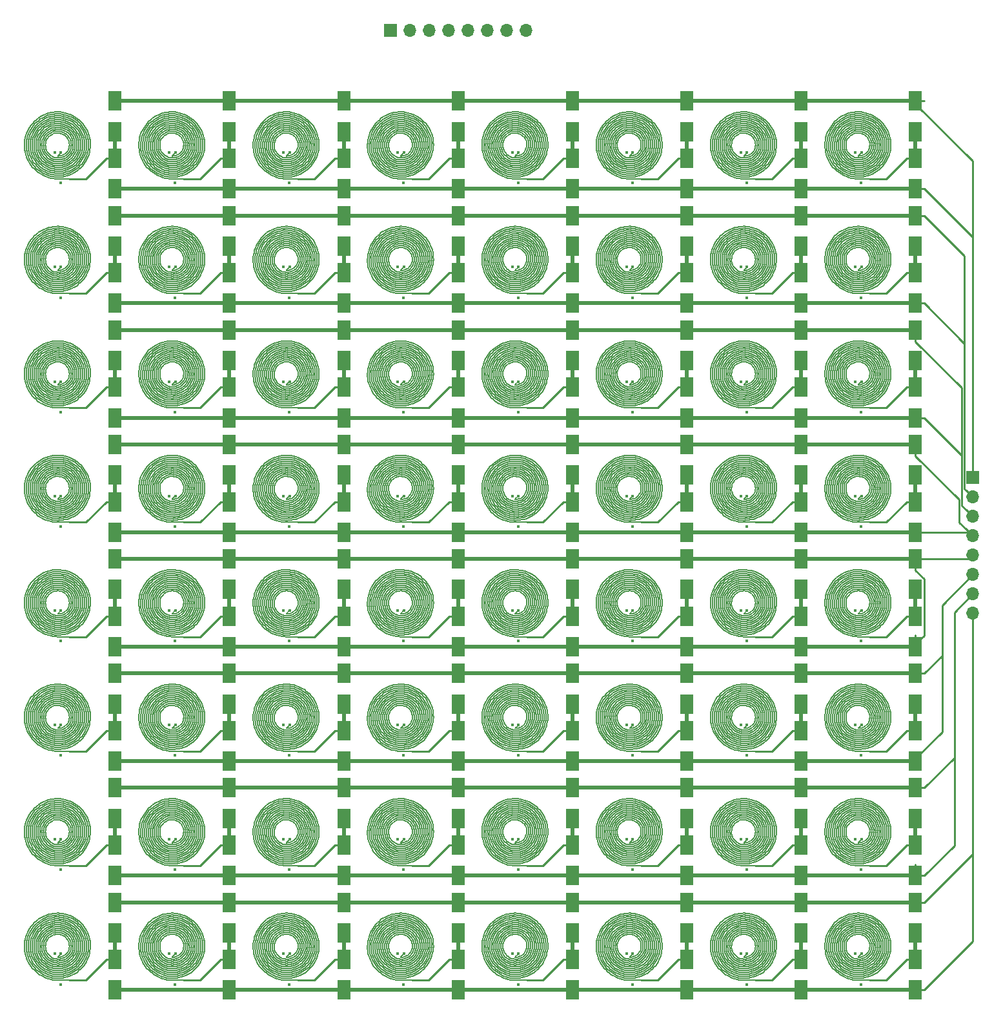
<source format=gbl>
G04 #@! TF.GenerationSoftware,KiCad,Pcbnew,(5.1.5)-3*
G04 #@! TF.CreationDate,2021-01-07T19:15:06+01:00*
G04 #@! TF.ProjectId,haptic display 8x8 aisler,68617074-6963-4206-9469-73706c617920,rev?*
G04 #@! TF.SameCoordinates,Original*
G04 #@! TF.FileFunction,Copper,L4,Bot*
G04 #@! TF.FilePolarity,Positive*
%FSLAX46Y46*%
G04 Gerber Fmt 4.6, Leading zero omitted, Abs format (unit mm)*
G04 Created by KiCad (PCBNEW (5.1.5)-3) date 2021-01-07 19:15:06*
%MOMM*%
%LPD*%
G04 APERTURE LIST*
%ADD10R,1.800000X2.500000*%
%ADD11O,1.700000X1.700000*%
%ADD12R,1.700000X1.700000*%
%ADD13C,0.450000*%
%ADD14C,0.150000*%
%ADD15C,0.250000*%
%ADD16C,0.500000*%
G04 APERTURE END LIST*
D10*
X132500000Y-156750000D03*
X132500000Y-160750000D03*
X132500000Y-141750000D03*
X132500000Y-145750000D03*
X132500000Y-126750000D03*
X132500000Y-130750000D03*
X132500000Y-111750000D03*
X132500000Y-115750000D03*
X132500000Y-96750000D03*
X132500000Y-100750000D03*
X132500000Y-81750000D03*
X132500000Y-85750000D03*
X132500000Y-66750000D03*
X132500000Y-70750000D03*
X72500000Y-149250000D03*
X72500000Y-153250000D03*
X72500000Y-134250000D03*
X72500000Y-138250000D03*
X72500000Y-119250000D03*
X72500000Y-123250000D03*
X72500000Y-104250000D03*
X72500000Y-108250000D03*
X72500000Y-89250000D03*
X72500000Y-93250000D03*
X72500000Y-74250000D03*
X72500000Y-78250000D03*
X72500000Y-59250000D03*
X72500000Y-63250000D03*
X87500000Y-149250000D03*
X87500000Y-153250000D03*
X87500000Y-134250000D03*
X87500000Y-138250000D03*
X87500000Y-119250000D03*
X87500000Y-123250000D03*
X87500000Y-104250000D03*
X87500000Y-108250000D03*
X87500000Y-89250000D03*
X87500000Y-93250000D03*
X87500000Y-74250000D03*
X87500000Y-78250000D03*
X87500000Y-59250000D03*
X87500000Y-63250000D03*
X162500000Y-149250000D03*
X162500000Y-153250000D03*
X162500000Y-134250000D03*
X162500000Y-138250000D03*
X162500000Y-119250000D03*
X162500000Y-123250000D03*
X162500000Y-104250000D03*
X162500000Y-108250000D03*
X162500000Y-89250000D03*
X162500000Y-93250000D03*
X162500000Y-74250000D03*
X162500000Y-78250000D03*
X162500000Y-59250000D03*
X162500000Y-63250000D03*
X147500000Y-149250000D03*
X147500000Y-153250000D03*
X147500000Y-134250000D03*
X147500000Y-138250000D03*
X147500000Y-119250000D03*
X147500000Y-123250000D03*
X147500000Y-104250000D03*
X147500000Y-108250000D03*
X147500000Y-89250000D03*
X147500000Y-93250000D03*
X147500000Y-74250000D03*
X147500000Y-78250000D03*
X147500000Y-59250000D03*
X147500000Y-63250000D03*
X147500000Y-156750000D03*
X147500000Y-160750000D03*
X147500000Y-141750000D03*
X147500000Y-145750000D03*
X147500000Y-126750000D03*
X147500000Y-130750000D03*
X147500000Y-111750000D03*
X147500000Y-115750000D03*
X147500000Y-96750000D03*
X147500000Y-100750000D03*
X147500000Y-81750000D03*
X147500000Y-85750000D03*
X147500000Y-66750000D03*
X147500000Y-70750000D03*
X102500000Y-156750000D03*
X102500000Y-160750000D03*
X102500000Y-141750000D03*
X102500000Y-145750000D03*
X102500000Y-126750000D03*
X102500000Y-130750000D03*
X102500000Y-111750000D03*
X102500000Y-115750000D03*
X102500000Y-96750000D03*
X102500000Y-100750000D03*
X102500000Y-81750000D03*
X102500000Y-85750000D03*
X102500000Y-66750000D03*
X102500000Y-70750000D03*
X102500000Y-149250000D03*
X102500000Y-153250000D03*
X102500000Y-134250000D03*
X102500000Y-138250000D03*
X102500000Y-119250000D03*
X102500000Y-123250000D03*
X102500000Y-104250000D03*
X102500000Y-108250000D03*
X102500000Y-89250000D03*
X102500000Y-93250000D03*
X102500000Y-74250000D03*
X102500000Y-78250000D03*
X102500000Y-59250000D03*
X102500000Y-63250000D03*
X117500000Y-149250000D03*
X117500000Y-153250000D03*
X117500000Y-134250000D03*
X117500000Y-138250000D03*
X117500000Y-119250000D03*
X117500000Y-123250000D03*
X117500000Y-104250000D03*
X117500000Y-108250000D03*
X117500000Y-89250000D03*
X117500000Y-93250000D03*
X117500000Y-74250000D03*
X117500000Y-78250000D03*
X117500000Y-59250000D03*
X117500000Y-63250000D03*
X72500000Y-156750000D03*
X72500000Y-160750000D03*
X72500000Y-141750000D03*
X72500000Y-145750000D03*
X72500000Y-126750000D03*
X72500000Y-130750000D03*
X72500000Y-111750000D03*
X72500000Y-115750000D03*
X72500000Y-96750000D03*
X72500000Y-100750000D03*
X72500000Y-81750000D03*
X72500000Y-85750000D03*
X72500000Y-66750000D03*
X72500000Y-70750000D03*
X162500000Y-156750000D03*
X162500000Y-160750000D03*
X162500000Y-141750000D03*
X162500000Y-145750000D03*
X162500000Y-126750000D03*
X162500000Y-130750000D03*
X162500000Y-111750000D03*
X162500000Y-115750000D03*
X162500000Y-96750000D03*
X162500000Y-100750000D03*
X162500000Y-81750000D03*
X162500000Y-85750000D03*
X162500000Y-66750000D03*
X162500000Y-70750000D03*
X132500000Y-149250000D03*
X132500000Y-153250000D03*
X132500000Y-134250000D03*
X132500000Y-138250000D03*
X132500000Y-119250000D03*
X132500000Y-123250000D03*
X132500000Y-104250000D03*
X132500000Y-108250000D03*
X132500000Y-89250000D03*
X132500000Y-93250000D03*
X132500000Y-74250000D03*
X132500000Y-78250000D03*
X132500000Y-59250000D03*
X132500000Y-63250000D03*
X117500000Y-156750000D03*
X117500000Y-160750000D03*
X117500000Y-141750000D03*
X117500000Y-145750000D03*
X117500000Y-126750000D03*
X117500000Y-130750000D03*
X117500000Y-111750000D03*
X117500000Y-115750000D03*
X117500000Y-96750000D03*
X117500000Y-100750000D03*
X117500000Y-81750000D03*
X117500000Y-85750000D03*
X117500000Y-66750000D03*
X117500000Y-70750000D03*
X87500000Y-156750000D03*
X87500000Y-160750000D03*
X87500000Y-141750000D03*
X87500000Y-145750000D03*
X87500000Y-126750000D03*
X87500000Y-130750000D03*
X87500000Y-111750000D03*
X87500000Y-115750000D03*
X87500000Y-96750000D03*
X87500000Y-100750000D03*
X87500000Y-81750000D03*
X87500000Y-85750000D03*
X87500000Y-66750000D03*
X87500000Y-70750000D03*
X57500000Y-153250000D03*
X57500000Y-149250000D03*
X57500000Y-138250000D03*
X57500000Y-134250000D03*
X57500000Y-123250000D03*
X57500000Y-119250000D03*
X57500000Y-108250000D03*
X57500000Y-104250000D03*
X57500000Y-93250000D03*
X57500000Y-89250000D03*
X57500000Y-78250000D03*
X57500000Y-74250000D03*
X57500000Y-63250000D03*
X57500000Y-59250000D03*
X57500000Y-160750000D03*
X57500000Y-156750000D03*
X57500000Y-145750000D03*
X57500000Y-141750000D03*
X57500000Y-130750000D03*
X57500000Y-126750000D03*
X57500000Y-115750000D03*
X57500000Y-111750000D03*
X57500000Y-100750000D03*
X57500000Y-96750000D03*
X57500000Y-85750000D03*
X57500000Y-81750000D03*
X57500000Y-70750000D03*
X57500000Y-66750000D03*
X162500000Y-55750000D03*
X162500000Y-51750000D03*
X147500000Y-55750000D03*
X147500000Y-51750000D03*
X132500000Y-55750000D03*
X132500000Y-51750000D03*
X117500000Y-55750000D03*
X117500000Y-51750000D03*
X102500000Y-55750000D03*
X102500000Y-51750000D03*
X87500000Y-55750000D03*
X87500000Y-51750000D03*
X72500000Y-55750000D03*
X72500000Y-51750000D03*
X162500000Y-48250000D03*
X162500000Y-44250000D03*
X147500000Y-48250000D03*
X147500000Y-44250000D03*
X132500000Y-48250000D03*
X132500000Y-44250000D03*
X117500000Y-48250000D03*
X117500000Y-44250000D03*
X102500000Y-48250000D03*
X102500000Y-44250000D03*
X87500000Y-48250000D03*
X87500000Y-44250000D03*
X72500000Y-48250000D03*
X72500000Y-44250000D03*
X57500000Y-51750000D03*
X57500000Y-55750000D03*
X57500000Y-44250000D03*
X57500000Y-48250000D03*
D11*
X170000000Y-111390000D03*
X170000000Y-108850000D03*
X170000000Y-106310000D03*
X170000000Y-103770000D03*
X170000000Y-101230000D03*
X170000000Y-98690000D03*
X170000000Y-96150000D03*
D12*
X170000000Y-93610000D03*
D11*
X111390000Y-35000000D03*
X108850000Y-35000000D03*
X106310000Y-35000000D03*
X103770000Y-35000000D03*
X101230000Y-35000000D03*
X98690000Y-35000000D03*
X96150000Y-35000000D03*
D12*
X93610000Y-35000000D03*
D13*
X154600000Y-51000000D03*
X155400000Y-51000000D03*
X155350000Y-55000000D03*
X155350000Y-70000000D03*
X155350000Y-85000000D03*
X155350000Y-100000000D03*
X155350000Y-115000000D03*
X155350000Y-130000000D03*
X155350000Y-145000000D03*
X155350000Y-160000000D03*
X155400000Y-66000000D03*
X155400000Y-81000000D03*
X155400000Y-96000000D03*
X155400000Y-111000000D03*
X155400000Y-126000000D03*
X155400000Y-141000000D03*
X155400000Y-156000000D03*
X154600000Y-66000000D03*
X154600000Y-81000000D03*
X154600000Y-96000000D03*
X154600000Y-111000000D03*
X154600000Y-126000000D03*
X154600000Y-141000000D03*
X154600000Y-156000000D03*
X139600000Y-51000000D03*
X140400000Y-51000000D03*
X140350000Y-55000000D03*
X140400000Y-66000000D03*
X140400000Y-81000000D03*
X140400000Y-96000000D03*
X140400000Y-111000000D03*
X140400000Y-126000000D03*
X140400000Y-141000000D03*
X140400000Y-156000000D03*
X140350000Y-70000000D03*
X140350000Y-85000000D03*
X140350000Y-100000000D03*
X140350000Y-115000000D03*
X140350000Y-130000000D03*
X140350000Y-145000000D03*
X140350000Y-160000000D03*
X139600000Y-66000000D03*
X139600000Y-81000000D03*
X139600000Y-96000000D03*
X139600000Y-111000000D03*
X139600000Y-126000000D03*
X139600000Y-141000000D03*
X139600000Y-156000000D03*
X124600000Y-51000000D03*
X125400000Y-51000000D03*
X125350000Y-55000000D03*
X125350000Y-70000000D03*
X125350000Y-85000000D03*
X125350000Y-100000000D03*
X125350000Y-115000000D03*
X125350000Y-130000000D03*
X125350000Y-145000000D03*
X125350000Y-160000000D03*
X124600000Y-66000000D03*
X124600000Y-81000000D03*
X124600000Y-96000000D03*
X124600000Y-111000000D03*
X124600000Y-126000000D03*
X124600000Y-141000000D03*
X124600000Y-156000000D03*
X125400000Y-66000000D03*
X125400000Y-81000000D03*
X125400000Y-96000000D03*
X125400000Y-111000000D03*
X125400000Y-126000000D03*
X125400000Y-141000000D03*
X125400000Y-156000000D03*
X109600000Y-51000000D03*
X110400000Y-51000000D03*
X110350000Y-55000000D03*
X110400000Y-66000000D03*
X110400000Y-81000000D03*
X110400000Y-96000000D03*
X110400000Y-111000000D03*
X110400000Y-126000000D03*
X110400000Y-141000000D03*
X110400000Y-156000000D03*
X109600000Y-66000000D03*
X109600000Y-81000000D03*
X109600000Y-96000000D03*
X109600000Y-111000000D03*
X109600000Y-126000000D03*
X109600000Y-141000000D03*
X109600000Y-156000000D03*
X110350000Y-70000000D03*
X110350000Y-85000000D03*
X110350000Y-100000000D03*
X110350000Y-115000000D03*
X110350000Y-130000000D03*
X110350000Y-145000000D03*
X110350000Y-160000000D03*
X94600000Y-51000000D03*
X95400000Y-51000000D03*
X95350000Y-55000000D03*
X95400000Y-66000000D03*
X95400000Y-81000000D03*
X95400000Y-96000000D03*
X95400000Y-111000000D03*
X95400000Y-126000000D03*
X95400000Y-141000000D03*
X95400000Y-156000000D03*
X94600000Y-66000000D03*
X94600000Y-81000000D03*
X94600000Y-96000000D03*
X94600000Y-111000000D03*
X94600000Y-126000000D03*
X94600000Y-141000000D03*
X94600000Y-156000000D03*
X95350000Y-70000000D03*
X95350000Y-85000000D03*
X95350000Y-100000000D03*
X95350000Y-115000000D03*
X95350000Y-130000000D03*
X95350000Y-145000000D03*
X95350000Y-160000000D03*
X79600000Y-51000000D03*
X80400000Y-51000000D03*
X80350000Y-55000000D03*
X80400000Y-66000000D03*
X80400000Y-81000000D03*
X80400000Y-96000000D03*
X80400000Y-111000000D03*
X80400000Y-126000000D03*
X80400000Y-141000000D03*
X80400000Y-156000000D03*
X80350000Y-70000000D03*
X80350000Y-85000000D03*
X80350000Y-100000000D03*
X80350000Y-115000000D03*
X80350000Y-130000000D03*
X80350000Y-145000000D03*
X80350000Y-160000000D03*
X79600000Y-66000000D03*
X79600000Y-81000000D03*
X79600000Y-96000000D03*
X79600000Y-111000000D03*
X79600000Y-126000000D03*
X79600000Y-141000000D03*
X79600000Y-156000000D03*
X64600000Y-51000000D03*
X65400000Y-51000000D03*
X65350000Y-55000000D03*
X64600000Y-66000000D03*
X64600000Y-81000000D03*
X64600000Y-96000000D03*
X64600000Y-111000000D03*
X64600000Y-126000000D03*
X64600000Y-141000000D03*
X64600000Y-156000000D03*
X65350000Y-70000000D03*
X65350000Y-85000000D03*
X65350000Y-100000000D03*
X65350000Y-115000000D03*
X65350000Y-130000000D03*
X65350000Y-145000000D03*
X65350000Y-160000000D03*
X65400000Y-66000000D03*
X65400000Y-81000000D03*
X65400000Y-96000000D03*
X65400000Y-111000000D03*
X65400000Y-126000000D03*
X65400000Y-141000000D03*
X65400000Y-156000000D03*
X50400000Y-51000000D03*
X50350000Y-55000000D03*
X49600000Y-51000000D03*
X49600000Y-66000000D03*
X49600000Y-81000000D03*
X49600000Y-96000000D03*
X49600000Y-111000000D03*
X49600000Y-126000000D03*
X49600000Y-141000000D03*
X49600000Y-156000000D03*
X50350000Y-70000000D03*
X50350000Y-85000000D03*
X50350000Y-100000000D03*
X50350000Y-115000000D03*
X50350000Y-130000000D03*
X50350000Y-145000000D03*
X50350000Y-160000000D03*
X50400000Y-66000000D03*
X50400000Y-81000000D03*
X50400000Y-96000000D03*
X50400000Y-111000000D03*
X50400000Y-126000000D03*
X50400000Y-141000000D03*
X50400000Y-156000000D03*
D14*
X152436227Y-51370365D02*
X152579644Y-51617230D01*
X156564587Y-52526895D02*
X156793281Y-52374688D01*
X157204529Y-52009694D02*
X157383490Y-51799928D01*
X152936132Y-52063868D02*
X153145887Y-52259244D01*
X155810324Y-52847994D02*
X156070975Y-52764506D01*
X152746795Y-51849157D02*
X152936132Y-52063868D01*
X157995988Y-50277619D02*
X158012500Y-50000000D01*
X155000000Y-52950000D02*
X155272531Y-52941077D01*
X153877063Y-52711009D02*
X154147062Y-52811760D01*
X155543412Y-52906998D02*
X155810324Y-52847994D01*
X157007217Y-52201812D02*
X157204529Y-52009694D01*
X157580034Y-48402511D02*
X157424564Y-48169054D01*
X157051800Y-47749283D02*
X156837593Y-47566634D01*
X158012500Y-50000000D02*
X158003310Y-49721702D01*
X154426008Y-52885654D02*
X154711232Y-52931908D01*
X158003310Y-49721702D02*
X157968434Y-49445103D01*
X157953979Y-50552194D02*
X157995988Y-50277619D01*
X152207880Y-48609690D02*
X152088081Y-48871917D01*
X156837593Y-47566634D02*
X156607166Y-47404337D01*
X157383490Y-51799928D02*
X157542524Y-51574264D01*
X152579644Y-51617230D02*
X152746795Y-51849157D01*
X157908108Y-49172572D02*
X157822785Y-48906447D01*
X155838495Y-47052995D02*
X155563679Y-46984585D01*
X153374089Y-52433348D02*
X153618587Y-52584443D01*
X154433619Y-46970130D02*
X154155468Y-47031778D01*
X153621161Y-47230918D02*
X153369609Y-47366828D01*
X154147062Y-52811760D02*
X154426008Y-52885654D01*
X153369609Y-47366828D02*
X153131390Y-47525560D01*
X152908571Y-47705812D02*
X152703095Y-47906094D01*
X152703095Y-47906094D02*
X152516758Y-48124743D01*
X157713135Y-48649019D02*
X157580034Y-48402511D01*
X157542524Y-51574264D02*
X157680224Y-51334593D01*
X154715936Y-46934457D02*
X154433619Y-46970130D01*
X156793281Y-52374688D02*
X157007217Y-52201812D01*
X157424564Y-48169054D02*
X157248000Y-47950677D01*
X152351199Y-48359932D02*
X152207880Y-48609690D01*
X153145887Y-52259244D02*
X153374089Y-52433348D01*
X156070975Y-52764506D02*
X156323122Y-52657187D01*
X157886891Y-50821391D02*
X157953979Y-50552194D01*
X157822785Y-48906447D02*
X157713135Y-48649019D01*
X157248000Y-47950677D02*
X157051800Y-47749283D01*
X155283386Y-46941778D02*
X155000000Y-46925000D01*
X152516758Y-48124743D02*
X152351199Y-48359932D01*
X153883869Y-47118935D02*
X153621161Y-47230918D01*
X152088081Y-48871917D02*
X151992880Y-49144401D01*
X151992880Y-49144401D02*
X151923150Y-49424837D01*
X154711232Y-52931908D02*
X155000000Y-52950000D01*
X156323122Y-52657187D02*
X156564587Y-52526895D01*
X157680224Y-51334593D02*
X157795360Y-51082928D01*
X157795360Y-51082928D02*
X157886891Y-50821391D01*
X156362452Y-47263828D02*
X156105506Y-47146361D01*
X157968434Y-49445103D02*
X157908108Y-49172572D01*
X156105506Y-47146361D02*
X155838495Y-47052995D01*
X155563679Y-46984585D02*
X155283386Y-46941778D01*
X155000000Y-46925000D02*
X154715936Y-46934457D01*
X154155468Y-47031778D02*
X153883869Y-47118935D01*
X156607166Y-47404337D02*
X156362452Y-47263828D01*
X153131390Y-47525560D02*
X152908571Y-47705812D01*
X155272531Y-52941077D02*
X155543412Y-52906998D01*
X153618587Y-52584443D02*
X153877063Y-52711009D01*
X155289490Y-46691112D02*
X155000000Y-46675000D01*
X153327030Y-52701940D02*
X153581831Y-52848067D01*
X154127297Y-53067234D02*
X154413353Y-53138286D01*
X158219774Y-49432267D02*
X158161395Y-49152907D01*
X158052696Y-51111090D02*
X158141271Y-50841701D01*
X156359716Y-52915919D02*
X156610417Y-52789323D01*
X158161395Y-49152907D02*
X158078798Y-48879409D01*
X158141271Y-50841701D02*
X158206096Y-50565321D01*
X156132467Y-46888573D02*
X155857877Y-46798358D01*
X154413353Y-53138286D02*
X154705080Y-53182689D01*
X151879545Y-49710847D02*
X151862500Y-50000000D01*
X155857877Y-46798358D02*
X155576174Y-46732353D01*
X155000000Y-46675000D02*
X154709905Y-46684194D01*
X154709905Y-46684194D02*
X154421414Y-46718675D01*
X155279201Y-53191282D02*
X155556880Y-53158224D01*
X151923150Y-49424837D02*
X151879545Y-49710847D01*
X151872223Y-50289831D02*
X151908694Y-50577865D01*
X152863989Y-52343093D02*
X153087078Y-52533118D01*
X153581831Y-52848067D02*
X153849339Y-52970198D01*
X155830917Y-53101024D02*
X156099215Y-53020068D01*
X152174970Y-51406698D02*
X152313689Y-51663293D01*
X158246626Y-50284043D02*
X158262500Y-50000000D01*
X157941095Y-51371455D02*
X158052696Y-51111090D01*
X158078798Y-48879409D02*
X157972564Y-48613871D01*
X156610417Y-52789323D02*
X156849386Y-52641196D01*
X156397869Y-47002261D02*
X156132467Y-46888573D01*
X154136731Y-46778235D02*
X153858033Y-46862471D01*
X157074776Y-52472621D02*
X157284839Y-52284839D01*
X157477941Y-52079239D02*
X157652574Y-51857352D01*
X154421414Y-46718675D02*
X154136731Y-46778235D01*
X153858033Y-46862471D02*
X153587457Y-46970792D01*
X157329033Y-47670967D02*
X157119414Y-47474181D01*
X157119414Y-47474181D02*
X156893201Y-47296229D01*
X157843450Y-48358333D02*
X157692393Y-48114766D01*
X155000000Y-53200000D02*
X155279201Y-53191282D01*
X152060656Y-51138708D02*
X152174970Y-51406698D01*
X153587457Y-46970792D02*
X153327083Y-47102423D01*
X153327083Y-47102423D02*
X153078917Y-47256410D01*
X153078917Y-47256410D02*
X152844876Y-47431623D01*
X155576174Y-46732353D02*
X155289490Y-46691112D01*
X157284839Y-52284839D02*
X157477941Y-52079239D01*
X152844876Y-47431623D02*
X152626773Y-47626773D01*
X155556880Y-53158224D02*
X155830917Y-53101024D01*
X152475684Y-51906275D02*
X152659624Y-52133535D01*
X157807366Y-51620833D02*
X157941095Y-51371455D01*
X151971664Y-50861636D02*
X152060656Y-51138708D01*
X153849339Y-52970198D02*
X154127297Y-53067234D01*
X158262500Y-50000000D02*
X158253544Y-49715352D01*
X151862500Y-50000000D02*
X151872223Y-50289831D01*
X158253544Y-49715352D02*
X158219774Y-49432267D01*
X151908694Y-50577865D02*
X151971664Y-50861636D01*
X154705080Y-53182689D02*
X155000000Y-53200000D01*
X157972564Y-48613871D02*
X157843450Y-48358333D01*
X152313689Y-51663293D02*
X152475684Y-51906275D01*
X158206096Y-50565321D02*
X158246626Y-50284043D01*
X157692393Y-48114766D02*
X157520499Y-47885050D01*
X153087078Y-52533118D02*
X153327030Y-52701940D01*
X156893201Y-47296229D02*
X156652083Y-47138508D01*
X152659624Y-52133535D02*
X152863989Y-52343093D01*
X156099215Y-53020068D02*
X156359716Y-52915919D01*
X156652083Y-47138508D02*
X156397869Y-47002261D01*
X156849386Y-52641196D02*
X157074776Y-52472621D01*
X157652574Y-51857352D02*
X157807366Y-51620833D01*
X157520499Y-47885050D02*
X157329033Y-47670967D01*
X157959824Y-48066250D02*
X157792623Y-47826414D01*
X157792623Y-47826414D02*
X157606012Y-47600997D01*
X157356673Y-52560029D02*
X157562449Y-52358900D01*
X151628849Y-49705063D02*
X151612500Y-50000000D01*
X157606012Y-47600997D02*
X157401231Y-47391568D01*
X151621931Y-50295543D02*
X151657125Y-50589439D01*
X157401231Y-47391568D02*
X157179647Y-47199590D01*
X152048297Y-51704167D02*
X152205213Y-51956931D01*
X151612500Y-50000000D02*
X151621931Y-50295543D01*
X157179647Y-47199590D02*
X156942745Y-47026407D01*
X156942745Y-47026407D02*
X156692118Y-46873239D01*
X158334628Y-48855221D02*
X158231716Y-48582438D01*
X158414585Y-49135310D02*
X158334628Y-48855221D01*
X156692118Y-46873239D02*
X156429454Y-46741172D01*
X156392456Y-53174480D02*
X156651412Y-53051542D01*
X158471083Y-49420779D02*
X158414585Y-49135310D01*
X156899565Y-52907501D02*
X157135197Y-52743302D01*
X158512500Y-50000000D02*
X158503781Y-49709668D01*
X151829843Y-48846157D02*
X151737988Y-49125947D01*
X157751089Y-52141259D02*
X157921270Y-51908561D01*
X152582579Y-52417421D02*
X152800238Y-52621574D01*
X158231716Y-48582438D02*
X158106510Y-48318841D01*
X156429454Y-46741172D02*
X156156528Y-46631148D01*
X154109770Y-53322382D02*
X154402120Y-53390748D01*
X156156528Y-46631148D02*
X155875188Y-46543960D01*
X154402120Y-53390748D02*
X154699615Y-53433413D01*
X152205213Y-51956931D02*
X152383745Y-52195298D01*
X158201592Y-51404348D02*
X158309738Y-51136235D01*
X155587343Y-46480248D02*
X155294950Y-46440489D01*
X158458105Y-50577056D02*
X158497225Y-50289788D01*
X155875188Y-46543960D02*
X155587343Y-46480248D01*
X155000000Y-53450000D02*
X155285170Y-53441495D01*
X152626773Y-47626773D02*
X152426303Y-47840412D01*
X158497225Y-50289788D02*
X158512500Y-50000000D01*
X152426303Y-47840412D02*
X152245032Y-48070951D01*
X153285417Y-52969745D02*
X153549304Y-53111027D01*
X156124486Y-53275514D02*
X156392456Y-53174480D01*
X151717865Y-50879446D02*
X151803740Y-51163344D01*
X152383745Y-52195298D02*
X152582579Y-52417421D01*
X158395452Y-50859845D02*
X158458105Y-50577056D01*
X151657125Y-50589439D02*
X151717865Y-50879446D01*
X151945617Y-48575718D02*
X151829843Y-48846157D01*
X151670803Y-49412973D02*
X151628849Y-49705063D01*
X151803740Y-51163344D02*
X151914148Y-51438956D01*
X153549304Y-53111027D02*
X153824781Y-53228888D01*
X153035102Y-52806165D02*
X153285417Y-52969745D01*
X156651412Y-53051542D02*
X156899565Y-52907501D01*
X151737988Y-49125947D02*
X151670803Y-49412973D01*
X152800238Y-52621574D02*
X153035102Y-52806165D01*
X153824781Y-53228888D02*
X154109770Y-53322382D01*
X151914148Y-51438956D02*
X152048297Y-51704167D01*
X152245032Y-48070951D02*
X152084381Y-48316667D01*
X155849347Y-53353997D02*
X156124486Y-53275514D01*
X152084381Y-48316667D02*
X151945617Y-48575718D01*
X157135197Y-52743302D02*
X157356673Y-52560029D01*
X157562449Y-52358900D02*
X157751089Y-52141259D01*
X157921270Y-51908561D02*
X158071794Y-51662372D01*
X158071794Y-51662372D02*
X158201592Y-51404348D01*
X158503781Y-49709668D02*
X158471083Y-49420779D01*
X154699615Y-53433413D02*
X155000000Y-53450000D01*
X155568934Y-53409436D02*
X155849347Y-53353997D01*
X158106510Y-48318841D02*
X157959824Y-48066250D01*
X158309738Y-51136235D02*
X158395452Y-50859845D01*
X155285170Y-53441495D02*
X155568934Y-53409436D01*
X155865936Y-53606885D02*
X156147226Y-53530797D01*
X156147226Y-53530797D02*
X156421908Y-53432790D01*
X151572035Y-48823178D02*
X151483373Y-49109469D01*
X156421908Y-53432790D02*
X156688277Y-53313431D01*
X155000000Y-53700000D02*
X155290544Y-53691710D01*
X156944674Y-53173420D02*
X157189500Y-53013588D01*
X157421224Y-52834888D02*
X157638392Y-52638392D01*
X157638392Y-52638392D02*
X157839641Y-52425283D01*
X152788026Y-47158056D02*
X152558667Y-47348006D01*
X154694728Y-53684084D02*
X155000000Y-53700000D01*
X155000000Y-46425000D02*
X154704507Y-46433932D01*
X152345586Y-47556439D02*
X152150268Y-47781965D01*
X151547145Y-51185367D02*
X151653812Y-51467774D01*
X157189500Y-53013588D02*
X157421224Y-52834888D01*
X157839641Y-52425283D02*
X158023701Y-52196847D01*
X158023701Y-52196847D02*
X158189407Y-51954471D01*
X154410491Y-46467269D02*
X154119967Y-46524828D01*
X158461661Y-51433867D02*
X158566462Y-51158814D01*
X158566462Y-51158814D02*
X158649426Y-50876150D01*
X151418600Y-49402370D02*
X151378202Y-49699889D01*
X158649426Y-50876150D02*
X158710004Y-50587607D01*
X152988886Y-53078239D02*
X153248388Y-53236695D01*
X158710004Y-50587607D02*
X158747786Y-50294957D01*
X158747786Y-50294957D02*
X158762500Y-50000000D01*
X156688277Y-53313431D02*
X156944674Y-53173420D01*
X158762500Y-50000000D02*
X158754017Y-49704552D01*
X154094126Y-53577215D02*
X154392083Y-53643048D01*
X151464240Y-50895376D02*
X151547145Y-51185367D01*
X151783556Y-51740652D02*
X151935530Y-52002118D01*
X152514109Y-52700397D02*
X152743576Y-52899053D01*
X158335706Y-51699627D02*
X158461661Y-51433867D01*
X153248388Y-53236695D02*
X153520334Y-53373299D01*
X158754017Y-49704552D02*
X158722350Y-49410438D01*
X151818272Y-48278135D02*
X151683937Y-48545440D01*
X158189407Y-51954471D02*
X158335706Y-51699627D01*
X158722350Y-49410438D02*
X158667658Y-49119473D01*
X158667658Y-49119473D02*
X158590238Y-48833461D01*
X154392083Y-53643048D02*
X154694728Y-53684084D01*
X158590238Y-48833461D02*
X158490532Y-48554174D01*
X152150268Y-47781965D02*
X151974084Y-48023070D01*
X153557332Y-46711048D02*
X153289094Y-46838523D01*
X155294950Y-46440489D02*
X155000000Y-46425000D01*
X151362500Y-50000000D02*
X151371646Y-50300654D01*
X153289094Y-46838523D02*
X153032066Y-46987853D01*
X151378202Y-49699889D02*
X151362500Y-50000000D01*
X151653812Y-51467774D02*
X151783556Y-51740652D01*
X152108735Y-52250362D02*
X152302023Y-52483663D01*
X153032066Y-46987853D02*
X152788026Y-47158056D01*
X154704507Y-46433932D02*
X154410491Y-46467269D01*
X152743576Y-52899053D02*
X152988886Y-53078239D01*
X153802884Y-53487079D02*
X154094126Y-53577215D01*
X151371646Y-50300654D02*
X151405622Y-50599796D01*
X151974084Y-48023070D02*
X151818272Y-48278135D01*
X151483373Y-49109469D02*
X151418600Y-49402370D01*
X151683937Y-48545440D02*
X151572035Y-48823178D01*
X151405622Y-50599796D02*
X151464240Y-50895376D01*
X153834927Y-46606258D02*
X153557332Y-46711048D01*
X151935530Y-52002118D02*
X152108735Y-52250362D01*
X152302023Y-52483663D02*
X152514109Y-52700397D01*
X153520334Y-53373299D02*
X153802884Y-53487079D01*
X155290544Y-53691710D02*
X155579785Y-53660620D01*
X155579785Y-53660620D02*
X155865936Y-53606885D01*
X154119967Y-46524828D02*
X153834927Y-46606258D01*
X152558667Y-47348006D02*
X152345586Y-47556439D01*
X151875172Y-47729679D02*
X151704013Y-47980216D01*
X151666710Y-52042643D02*
X151834721Y-52299710D01*
X151834721Y-52299710D02*
X152022535Y-52542995D01*
X154690332Y-53934708D02*
X155000000Y-53950000D01*
X156178127Y-46374097D02*
X155890740Y-46289801D01*
X152497595Y-47070061D02*
X152273219Y-47273219D01*
X157465873Y-47112834D02*
X157233584Y-46925735D01*
X151704013Y-47980216D02*
X151552919Y-48243624D01*
X153494380Y-53634889D02*
X153783246Y-53744785D01*
X156457785Y-46480596D02*
X156178127Y-46374097D01*
X154699649Y-46183676D02*
X154400660Y-46215919D01*
X151166535Y-49392839D02*
X151127599Y-49695235D01*
X151519506Y-51773400D02*
X151666710Y-52042643D01*
X152022535Y-52542995D02*
X152229025Y-52770975D01*
X151393983Y-51493661D02*
X151519506Y-51773400D01*
X158369118Y-48283348D02*
X158226710Y-48022669D01*
X151422854Y-48518298D02*
X151314656Y-48802559D01*
X151112500Y-50000000D02*
X151121368Y-50305255D01*
X157233584Y-46925735D02*
X156987127Y-46757303D01*
X153783246Y-53744785D02*
X154080079Y-53831745D01*
X152947560Y-53349277D02*
X153215250Y-53502769D01*
X155000000Y-53950000D02*
X155295406Y-53941923D01*
X155589604Y-53911768D02*
X155880944Y-53859670D01*
X155880944Y-53859670D02*
X156167792Y-53785888D01*
X152229025Y-52770975D02*
X152452946Y-52982217D01*
X156987127Y-46757303D02*
X156728001Y-46608606D01*
X152452946Y-52982217D02*
X152692943Y-53175392D01*
X155597384Y-46228265D02*
X155299861Y-46189907D01*
X155000000Y-46175000D02*
X154699649Y-46183676D01*
X152990013Y-46720000D02*
X152737027Y-46885285D01*
X155890740Y-46289801D02*
X155597384Y-46228265D01*
X152737027Y-46885285D02*
X152497595Y-47070061D01*
X153215250Y-53502769D02*
X153494380Y-53634889D01*
X151552919Y-48243624D02*
X151422854Y-48518298D01*
X157882414Y-47538186D02*
X157682586Y-47317414D01*
X155295406Y-53941923D02*
X155589604Y-53911768D01*
X158490532Y-48554174D02*
X158369118Y-48283348D01*
X156167792Y-53785888D02*
X156448534Y-53690804D01*
X152692943Y-53175392D02*
X152947560Y-53349277D01*
X154080079Y-53831745D02*
X154383062Y-53895196D01*
X151210796Y-50909707D02*
X151290880Y-51205166D01*
X151229028Y-49094670D02*
X151166535Y-49392839D01*
X156448534Y-53690804D02*
X156721589Y-53574916D01*
X156721589Y-53574916D02*
X156985417Y-53438843D01*
X156985417Y-53438843D02*
X157238527Y-53283316D01*
X154400660Y-46215919D02*
X154104883Y-46271569D01*
X157238527Y-53283316D02*
X157479485Y-53109176D01*
X158064152Y-47773763D02*
X157882414Y-47538186D01*
X152065308Y-47493536D02*
X151875172Y-47729679D01*
X151127599Y-49695235D02*
X151112500Y-50000000D01*
X154104883Y-46271569D02*
X153814147Y-46350321D01*
X157682586Y-47317414D02*
X157465873Y-47112834D01*
X153814147Y-46350321D02*
X153530256Y-46451725D01*
X151121368Y-50305255D02*
X151154189Y-50609117D01*
X155299861Y-46189907D02*
X155000000Y-46175000D01*
X151314656Y-48802559D02*
X151229028Y-49094670D01*
X151154189Y-50609117D02*
X151210796Y-50909707D01*
X154383062Y-53895196D02*
X154690332Y-53934708D01*
X158226710Y-48022669D02*
X158064152Y-47773763D01*
X153530256Y-46451725D02*
X153254974Y-46575194D01*
X153254974Y-46575194D02*
X152990013Y-46720000D01*
X152273219Y-47273219D02*
X152065308Y-47493536D01*
X151290880Y-51205166D02*
X151393983Y-51493661D01*
X156728001Y-46608606D02*
X156457785Y-46480596D01*
X152442578Y-46793095D02*
X152208053Y-46990997D01*
X151288330Y-48212554D02*
X151162362Y-48493838D01*
X151162362Y-48493838D02*
X151057693Y-48783959D01*
X158492969Y-47983333D02*
X158334955Y-47726266D01*
X151786114Y-47437012D02*
X151601109Y-47682676D01*
X150902827Y-50617550D02*
X150957531Y-50922667D01*
X150862500Y-50000000D02*
X150871101Y-50309418D01*
X158456885Y-51995833D02*
X158599049Y-51733211D01*
X155000000Y-45925000D02*
X154695252Y-45933427D01*
X158116157Y-52485052D02*
X158295611Y-52246909D01*
X158822860Y-51179196D02*
X158903194Y-50890878D01*
X158631226Y-48251294D02*
X158492969Y-47983333D01*
X154091240Y-46018464D02*
X153795364Y-46094665D01*
X153505799Y-46192837D02*
X153224176Y-46312463D01*
X158295611Y-52246909D02*
X158456885Y-51995833D01*
X156760328Y-46344641D02*
X156483328Y-46220542D01*
X151988815Y-47206029D02*
X151786114Y-47437012D01*
X158961798Y-50597145D02*
X158998312Y-50299632D01*
X157282117Y-46652749D02*
X157027083Y-46488989D01*
X151434862Y-47941667D02*
X151288330Y-48212554D01*
X158973570Y-49401081D02*
X158920603Y-49105148D01*
X158334955Y-47726266D02*
X158158041Y-47481547D01*
X154391766Y-45964628D02*
X154091240Y-46018464D01*
X158845612Y-48813786D02*
X158748983Y-48528633D01*
X157479485Y-53109176D02*
X157706926Y-52917372D01*
X158748983Y-48528633D02*
X158631226Y-48251294D01*
X154695252Y-45933427D02*
X154391766Y-45964628D01*
X153795364Y-46094665D02*
X153505799Y-46192837D01*
X151601109Y-47682676D02*
X151434862Y-47941667D01*
X150877037Y-49691027D02*
X150862500Y-50000000D01*
X151256153Y-51802942D02*
X151398778Y-52079167D01*
X151398778Y-52079167D02*
X151561765Y-52344149D01*
X151561765Y-52344149D02*
X151744230Y-52596390D01*
X155904786Y-46035873D02*
X155606460Y-45976400D01*
X158158041Y-47481547D02*
X157963188Y-47250564D01*
X159004248Y-49699923D02*
X158973570Y-49401081D01*
X155304303Y-45939362D02*
X155000000Y-45925000D01*
X152208053Y-46990997D02*
X151988815Y-47206029D01*
X150957531Y-50922667D02*
X151034942Y-51223059D01*
X157706926Y-52917372D02*
X157919554Y-52708950D01*
X153224176Y-46312463D02*
X152952083Y-46452904D01*
X158721279Y-51460494D02*
X158822860Y-51179196D01*
X157919554Y-52708950D02*
X158116157Y-52485052D01*
X157524020Y-46834979D02*
X157282117Y-46652749D01*
X152952083Y-46452904D02*
X152691058Y-46613405D01*
X159012500Y-50000000D02*
X159004248Y-49699923D01*
X158920603Y-49105148D02*
X158845612Y-48813786D01*
X151057693Y-48783959D02*
X150974940Y-49081306D01*
X150914598Y-49384225D02*
X150877037Y-49691027D01*
X150871101Y-50309418D02*
X150902827Y-50617550D01*
X158998312Y-50299632D02*
X159012500Y-50000000D01*
X157963188Y-47250564D02*
X157751461Y-47034631D01*
X152691058Y-46613405D02*
X152442578Y-46793095D01*
X157751461Y-47034631D02*
X157524020Y-46834979D01*
X158599049Y-51733211D02*
X158721279Y-51460494D01*
X156483328Y-46220542D02*
X156197618Y-46117417D01*
X151034942Y-51223059D02*
X151134658Y-51517035D01*
X151134658Y-51517035D02*
X151256153Y-51802942D01*
X150974940Y-49081306D02*
X150914598Y-49384225D01*
X151744230Y-52596390D02*
X151945181Y-52834458D01*
X158903194Y-50890878D02*
X158961798Y-50597145D01*
X156197618Y-46117417D02*
X155904786Y-46035873D01*
X157027083Y-46488989D02*
X156760328Y-46344641D01*
X155606460Y-45976400D02*
X155304303Y-45939362D01*
X159262500Y-50000000D02*
X159254473Y-49695714D01*
X152163518Y-53057001D02*
X152398043Y-53262750D01*
X152647468Y-53450531D02*
X152910417Y-53619264D01*
X153765537Y-54002030D02*
X154067399Y-54085993D01*
X157282979Y-53552384D02*
X157532289Y-53382742D01*
X157532289Y-53382742D02*
X157769019Y-53195618D01*
X156506469Y-45961001D02*
X156215292Y-45861096D01*
X154691255Y-45683186D02*
X154383680Y-45713398D01*
X151945181Y-52834458D02*
X152163518Y-53057001D01*
X152910417Y-53619264D02*
X153185436Y-53767981D01*
X154374910Y-54147204D02*
X154686356Y-54185288D01*
X157576553Y-46558128D02*
X157325984Y-46380698D01*
X155308339Y-45688853D02*
X155000000Y-45675000D01*
X154686356Y-54185288D02*
X155000000Y-54200000D01*
X154078843Y-45765512D02*
X153778305Y-45839290D01*
X153778305Y-45839290D02*
X153483603Y-45934383D01*
X153196249Y-46050337D02*
X152917718Y-46186585D01*
X159254473Y-49695714D02*
X159224738Y-49392574D01*
X159213490Y-50605808D02*
X159248806Y-50303881D01*
X152917718Y-46186585D02*
X152649441Y-46342459D01*
X158036140Y-46963860D02*
X157813669Y-46752853D01*
X157063221Y-46221492D02*
X156789589Y-46081347D01*
X155000000Y-45675000D02*
X154691255Y-45683186D01*
X157991946Y-52991946D02*
X158199912Y-52772740D01*
X155299827Y-54192133D02*
X155598531Y-54162874D01*
X158199912Y-52772740D02*
X158391839Y-52539099D01*
X158980439Y-51484627D02*
X159078935Y-51197684D01*
X156472714Y-53948498D02*
X156751824Y-53835959D01*
X158604963Y-47683231D02*
X158432775Y-47430257D01*
X158432775Y-47430257D02*
X158242853Y-47190052D01*
X157769019Y-53195618D02*
X157991946Y-52991946D01*
X158566724Y-52292194D02*
X158723653Y-52033268D01*
X158723653Y-52033268D02*
X158861801Y-51763626D01*
X156215292Y-45861096D02*
X155917533Y-45782168D01*
X157022376Y-53703706D02*
X157282979Y-53552384D01*
X154383680Y-45713398D02*
X154078843Y-45765512D01*
X155917533Y-45782168D02*
X155614703Y-45724646D01*
X159007057Y-48505445D02*
X158892811Y-48222213D01*
X158242853Y-47190052D02*
X158036140Y-46963860D01*
X159173416Y-49092129D02*
X159100742Y-48795913D01*
X156186478Y-54040774D02*
X156472714Y-53948498D01*
X159156761Y-50904248D02*
X159213490Y-50605808D01*
X159100742Y-48795913D02*
X159007057Y-48505445D01*
X155894586Y-54112345D02*
X156186478Y-54040774D01*
X158861801Y-51763626D02*
X158980439Y-51484627D01*
X158892811Y-48222213D02*
X158758561Y-47947671D01*
X153185436Y-53767981D02*
X153471004Y-53895817D01*
X157325984Y-46380698D02*
X157063221Y-46221492D01*
X154067399Y-54085993D02*
X154374910Y-54147204D01*
X157813669Y-46752853D02*
X157576553Y-46558128D01*
X159078935Y-51197684D02*
X159156761Y-50904248D01*
X158758561Y-47947671D02*
X158604963Y-47683231D01*
X156789589Y-46081347D02*
X156506469Y-45961001D01*
X155614703Y-45724646D02*
X155308339Y-45688853D01*
X152398043Y-53262750D02*
X152647468Y-53450531D01*
X153471004Y-53895817D02*
X153765537Y-54002030D01*
X159224738Y-49392574D02*
X159173416Y-49092129D01*
X153483603Y-45934383D02*
X153196249Y-46050337D01*
X152649441Y-46342459D02*
X152392802Y-46517191D01*
X155000000Y-54200000D02*
X155299827Y-54192133D01*
X158391839Y-52539099D02*
X158566724Y-52292194D01*
X155598531Y-54162874D02*
X155894586Y-54112345D01*
X156751824Y-53835959D02*
X157022376Y-53703706D01*
X159248806Y-50303881D02*
X159262500Y-50000000D01*
D15*
X158650000Y-54450000D02*
X156450000Y-54450000D01*
D14*
X154682743Y-54435828D02*
X155000000Y-54450000D01*
X152876873Y-53888218D02*
X153158484Y-54032357D01*
X150651534Y-50625215D02*
X150704440Y-50934442D01*
X150993485Y-51829714D02*
X151131730Y-52112235D01*
X151662679Y-52891805D02*
X151875472Y-53124528D01*
X152606436Y-53724459D02*
X152876873Y-53888218D01*
X154367508Y-54399081D02*
X154682743Y-54435828D01*
X150779321Y-51239303D02*
X150875824Y-51538238D01*
X152149123Y-46709913D02*
X151919666Y-46919666D01*
X150626513Y-49687202D02*
X150612500Y-50000000D01*
X150612500Y-50000000D02*
X150620845Y-50313203D01*
X150620845Y-50313203D02*
X150651534Y-50625215D01*
X155360998Y-51039002D02*
X155408077Y-51019282D01*
D16*
X162500000Y-48250000D02*
X162500000Y-51750000D01*
D14*
X150902442Y-48471690D02*
X150801128Y-48767100D01*
X152348537Y-53541940D02*
X152606436Y-53724459D01*
X151508094Y-47385992D02*
X151328120Y-47640226D01*
X151024495Y-48184448D02*
X150902442Y-48471690D01*
X150875824Y-51538238D02*
X150993485Y-51829714D01*
X151467157Y-52644653D02*
X151662679Y-52891805D01*
X151919666Y-46919666D02*
X151705619Y-47145403D01*
X152392802Y-46517191D02*
X152149123Y-46709913D01*
X154055896Y-54339976D02*
X154367508Y-54399081D01*
X155000000Y-54450000D02*
X156450000Y-54450000D01*
X153158484Y-54032357D02*
X153449848Y-54156117D01*
D15*
X161350000Y-51750000D02*
X158650000Y-54450000D01*
X162500000Y-51750000D02*
X161350000Y-51750000D01*
D14*
X151705619Y-47145403D02*
X151508094Y-47385992D01*
X155000000Y-51450000D02*
X155000000Y-51400000D01*
X151166637Y-47906826D02*
X151024495Y-48184448D01*
X150704440Y-50934442D02*
X150779321Y-51239303D01*
X151131730Y-52112235D02*
X151289881Y-52384349D01*
X151328120Y-47640226D02*
X151166637Y-47906826D01*
X151875472Y-53124528D02*
X152104474Y-53341615D01*
X153449848Y-54156117D02*
X153749492Y-54258840D01*
X150721096Y-49069181D02*
X150662782Y-49376402D01*
X150801128Y-48767100D02*
X150721096Y-49069181D01*
X155000000Y-51400000D02*
X155360998Y-51039002D01*
X152104474Y-53341615D02*
X152348537Y-53541940D01*
X150662782Y-49376402D02*
X150626513Y-49687202D01*
X151289881Y-52384349D02*
X151467157Y-52644653D01*
X153749492Y-54258840D02*
X154055896Y-54339976D01*
X155968152Y-51117307D02*
X156121601Y-50971873D01*
X156360313Y-50621234D02*
X156440330Y-50422919D01*
X155609433Y-51334471D02*
X155796216Y-51238937D01*
X155796216Y-51238937D02*
X155968152Y-51117307D01*
X156121601Y-50971873D02*
X156253277Y-50805432D01*
X156253277Y-50805432D02*
X156360313Y-50621234D01*
X156440330Y-50422919D02*
X156491481Y-50214443D01*
X155000000Y-51450000D02*
X155207165Y-51440865D01*
X156491481Y-50214443D02*
X156512500Y-50000000D01*
X156512500Y-50000000D02*
X156502729Y-49783940D01*
X156502729Y-49783940D02*
X156462136Y-49570678D01*
X156462136Y-49570678D02*
X156391323Y-49364604D01*
X156391323Y-49364604D02*
X156291515Y-49169993D01*
X155207165Y-51440865D02*
X155411714Y-51402168D01*
X156291515Y-49169993D02*
X156164541Y-48990919D01*
X156164541Y-48990919D02*
X156012802Y-48831165D01*
X156012802Y-48831165D02*
X155839222Y-48694145D01*
X155839222Y-48694145D02*
X155647198Y-48582835D01*
X155647198Y-48582835D02*
X155440527Y-48499702D01*
X155440527Y-48499702D02*
X155223337Y-48446655D01*
X155411714Y-51402168D02*
X155609433Y-51334471D01*
X156742258Y-50229373D02*
X156762500Y-50000000D01*
X155469649Y-48247247D02*
X155237530Y-48195777D01*
X153525983Y-49326839D02*
X153439734Y-49541864D01*
X153373543Y-50233849D02*
X153417927Y-50464539D01*
X156224179Y-51224179D02*
X156377625Y-51057089D01*
X156377625Y-51057089D02*
X156508328Y-50870833D01*
X156268373Y-48731627D02*
X156095136Y-48572790D01*
X156095136Y-48572790D02*
X155902083Y-48437546D01*
X153494973Y-50687323D02*
X153603328Y-50897587D01*
X153439734Y-49541864D02*
X153384791Y-49767768D01*
X154775046Y-48435407D02*
X154553070Y-48477895D01*
X155237530Y-48195777D02*
X155000000Y-48175000D01*
X154295623Y-48299484D02*
X154077083Y-48401461D01*
X153603328Y-50897587D02*
X153740990Y-51090938D01*
X153783930Y-48946270D02*
X153641567Y-49126988D01*
X155000000Y-48425000D02*
X154775046Y-48435407D01*
X154338640Y-48551825D02*
X154136203Y-48655906D01*
X153949990Y-48788224D02*
X153783930Y-48946270D01*
X155656541Y-51585031D02*
X155860417Y-51490285D01*
X153641567Y-49126988D02*
X153525983Y-49326839D01*
X156712506Y-49541135D02*
X156642773Y-49319541D01*
X154524256Y-51620235D02*
X154758873Y-51677072D01*
X156508328Y-50870833D02*
X156613902Y-50668500D01*
X156642773Y-49319541D02*
X156544412Y-49108333D01*
X156418946Y-48911205D02*
X156268373Y-48731627D01*
X154761110Y-48185449D02*
X154524959Y-48227124D01*
X155442688Y-51652136D02*
X155656541Y-51585031D01*
X154077083Y-48401461D02*
X153873157Y-48531470D01*
X154093198Y-51411012D02*
X154300875Y-51530869D01*
X155000000Y-48175000D02*
X154761110Y-48185449D01*
X153873157Y-48531470D02*
X153687433Y-48687433D01*
X153687433Y-48687433D02*
X153523206Y-48866816D01*
X153523206Y-48866816D02*
X153383419Y-49066667D01*
X156692383Y-50453473D02*
X156742258Y-50229373D01*
X153112500Y-50000000D02*
X153123484Y-50247048D01*
X153123484Y-50247048D02*
X153166753Y-50491217D01*
X155223337Y-48446655D02*
X155000000Y-48425000D01*
X156762500Y-50000000D02*
X156752585Y-49769268D01*
X153270613Y-49283664D02*
X153186877Y-49514175D01*
X153166753Y-50491217D02*
X153241742Y-50728294D01*
X153383419Y-49066667D02*
X153270613Y-49283664D01*
X153241742Y-50728294D02*
X153347335Y-50954167D01*
X156050748Y-51369361D02*
X156224179Y-51224179D01*
X156613902Y-50668500D02*
X156692383Y-50453473D01*
X156752585Y-49769268D02*
X156712506Y-49541135D01*
X153186877Y-49514175D02*
X153133812Y-49754312D01*
X153384791Y-49767768D02*
X153362500Y-50000000D01*
X154300875Y-51530869D02*
X154524256Y-51620235D01*
X154553070Y-48477895D02*
X154338640Y-48551825D01*
X153417927Y-50464539D02*
X153494973Y-50687323D01*
X155000000Y-51700000D02*
X155222574Y-51690620D01*
X155860417Y-51490285D02*
X156050748Y-51369361D01*
X155902083Y-48437546D02*
X155692418Y-48328355D01*
X155692418Y-48328355D02*
X155469649Y-48247247D01*
X153362500Y-50000000D02*
X153373543Y-50233849D01*
X154524959Y-48227124D02*
X154295623Y-48299484D01*
X153133812Y-49754312D02*
X153112500Y-50000000D01*
X153347335Y-50954167D02*
X153481885Y-51164890D01*
X153905341Y-51263304D02*
X154093198Y-51411012D01*
X153740990Y-51090938D02*
X153905341Y-51263304D01*
X156544412Y-49108333D02*
X156418946Y-48911205D01*
X154758873Y-51677072D02*
X155000000Y-51700000D01*
X154136203Y-48655906D02*
X153949990Y-48788224D01*
X155222574Y-51690620D02*
X155442688Y-51652136D01*
X153986546Y-51930975D02*
X154224984Y-52043550D01*
X153014889Y-49247147D02*
X152933948Y-49490764D01*
X154224984Y-52043550D02*
X154475807Y-52126736D01*
X157012500Y-50000000D02*
X157002599Y-49756840D01*
X154735399Y-52179187D02*
X155000000Y-52200000D01*
X156799008Y-49055808D02*
X156676038Y-48843114D01*
X153481885Y-51164890D02*
X153643239Y-51356761D01*
X153643239Y-51356761D02*
X153828768Y-51526379D01*
X155235626Y-51940555D02*
X155468967Y-51902673D01*
X155000000Y-52200000D02*
X155246822Y-52190603D01*
X154026762Y-48145651D02*
X153807610Y-48272525D01*
X155491533Y-52153546D02*
X155731037Y-52089185D01*
X155731037Y-52089185D02*
X155962292Y-51998220D01*
X155468967Y-51902673D02*
X155696594Y-51836767D01*
X154259080Y-48046355D02*
X154026762Y-48145651D01*
X153260655Y-48799417D02*
X153124366Y-49015591D01*
X156963356Y-49516076D02*
X156895206Y-49281243D01*
X154749307Y-47935356D02*
X154501119Y-47975960D01*
X153604892Y-48425249D02*
X153421650Y-48601704D01*
X156527970Y-48646337D02*
X156356851Y-48468432D01*
X153124366Y-49015591D02*
X153014889Y-49247147D01*
X156484786Y-51315406D02*
X156636472Y-51129575D01*
X153090310Y-51002283D02*
X153221089Y-51227894D01*
X153763913Y-51790781D02*
X153986546Y-51930975D01*
X156676038Y-48843114D02*
X156527970Y-48646337D01*
X152882857Y-49742932D02*
X152862500Y-50000000D01*
X154746154Y-51928154D02*
X155000000Y-51950000D01*
X155955364Y-48179707D02*
X155730691Y-48073327D01*
X156121382Y-51624602D02*
X156312218Y-51481188D01*
X155249534Y-47944902D02*
X155000000Y-47925000D01*
X152862500Y-50000000D02*
X152873312Y-50258227D01*
X154259747Y-51787129D02*
X154497999Y-51873494D01*
X154035417Y-51670707D02*
X154259747Y-51787129D01*
X156636472Y-51129575D02*
X156764952Y-50926318D01*
X155494279Y-47994632D02*
X155249534Y-47944902D01*
X155000000Y-47925000D02*
X154749307Y-47935356D01*
X152873312Y-50258227D02*
X152915276Y-50513838D01*
X154475807Y-52126736D02*
X154735399Y-52179187D01*
X155246822Y-52190603D02*
X155491533Y-52153546D01*
X155962292Y-51998220D02*
X156182346Y-51881693D01*
X156868234Y-50708528D02*
X156944684Y-50479322D01*
X156165079Y-48312092D02*
X155955364Y-48179707D01*
X157002599Y-49756840D02*
X156963356Y-49516076D01*
X156356851Y-48468432D02*
X156165079Y-48312092D01*
X152987917Y-50763082D02*
X153090310Y-51002283D01*
X153221089Y-51227894D02*
X153378467Y-51436553D01*
X154497999Y-51873494D02*
X154746154Y-51928154D01*
X156312218Y-51481188D02*
X156484786Y-51315406D01*
X155000000Y-51950000D02*
X155235626Y-51940555D01*
X153828768Y-51526379D02*
X154035417Y-51670707D01*
X156944684Y-50479322D02*
X156993054Y-50242001D01*
X154501119Y-47975960D02*
X154259080Y-48046355D01*
X153807610Y-48272525D02*
X153604892Y-48425249D01*
X156764952Y-50926318D02*
X156868234Y-50708528D01*
X156993054Y-50242001D02*
X157012500Y-50000000D01*
X152933948Y-49490764D02*
X152882857Y-49742932D01*
X152915276Y-50513838D02*
X152987917Y-50763082D01*
X153560259Y-51625132D02*
X153763913Y-51790781D01*
X155915147Y-51743667D02*
X156121382Y-51624602D01*
X155696594Y-51836767D02*
X155915147Y-51743667D01*
X156895206Y-49281243D02*
X156799008Y-49055808D01*
X153378467Y-51436553D02*
X153560259Y-51625132D01*
X155730691Y-48073327D02*
X155494279Y-47994632D01*
X153421650Y-48601704D02*
X153260655Y-48799417D01*
X156621926Y-48378074D02*
X156432913Y-48203184D01*
X156432913Y-48203184D02*
X156225099Y-48050266D01*
X156225099Y-48050266D02*
X156001032Y-47921336D01*
X157262500Y-50000000D02*
X157252710Y-49746181D01*
X157252710Y-49746181D02*
X157214479Y-49494560D01*
X156001032Y-47921336D02*
X155763475Y-47818113D01*
X155763475Y-47818113D02*
X155515374Y-47741997D01*
X155515374Y-47741997D02*
X155259818Y-47694055D01*
X156577732Y-51577732D02*
X156747952Y-51393945D01*
X156896813Y-51191847D02*
X157022353Y-50973914D01*
X157022353Y-50973914D02*
X157122895Y-50742833D01*
X157122895Y-50742833D02*
X157197070Y-50501467D01*
X157243838Y-50252820D02*
X157262500Y-50000000D01*
X157148177Y-49248320D02*
X157054531Y-49010590D01*
X157214479Y-49494560D02*
X157148177Y-49248320D01*
X156182346Y-51881693D02*
X156388378Y-51740971D01*
X157197070Y-50501467D02*
X157243838Y-50252820D01*
X156747952Y-51393945D02*
X156896813Y-51191847D01*
X157054531Y-49010590D02*
X156934614Y-48784402D01*
X156934614Y-48784402D02*
X156789836Y-48572654D01*
X156789836Y-48572654D02*
X156621926Y-48378074D01*
X156388378Y-51740971D02*
X156577732Y-51577732D01*
X157012430Y-51462116D02*
X157157847Y-51245833D01*
X153154319Y-48528119D02*
X152997346Y-48741649D01*
X153112435Y-51505283D02*
X153289685Y-51710315D01*
X152612500Y-50000000D02*
X152623076Y-50267815D01*
X156658886Y-51842380D02*
X156845476Y-51661674D01*
X157157847Y-51245833D02*
X157280057Y-51015147D01*
X157494592Y-50262192D02*
X157512500Y-50000000D01*
X157449445Y-50520646D02*
X157494592Y-50262192D01*
X157512500Y-50000000D02*
X157502880Y-49736937D01*
X157502880Y-49736937D02*
X157465747Y-49475889D01*
X157465747Y-49475889D02*
X157401418Y-49219732D01*
X154227678Y-47792830D02*
X153983472Y-47889159D01*
X154739183Y-47685183D02*
X154480652Y-47724588D01*
X153983472Y-47889159D02*
X153751150Y-48012466D01*
X153533686Y-48161300D02*
X153333880Y-48333880D01*
X152997346Y-48741649D02*
X152865026Y-48971850D01*
X152623076Y-50267815D02*
X152663655Y-50533256D01*
X152663655Y-50533256D02*
X152733837Y-50792965D01*
X152832848Y-51043645D02*
X152959546Y-51282102D01*
X153289685Y-51710315D02*
X153489151Y-51894545D01*
X154726187Y-52430159D02*
X155000000Y-52450000D01*
X157280057Y-51015147D02*
X157377641Y-50772542D01*
X155256530Y-52440722D02*
X155511116Y-52404613D01*
X155259818Y-47694055D02*
X155000000Y-47675000D01*
X154195240Y-52299873D02*
X154456811Y-52379869D01*
X153944733Y-52191285D02*
X154195240Y-52299873D01*
X155000000Y-47675000D02*
X154739183Y-47685183D01*
X152865026Y-48971850D02*
X152759120Y-49215882D01*
X153489151Y-51894545D02*
X153708397Y-52055574D01*
X155000000Y-52450000D02*
X155256530Y-52440722D01*
X156235417Y-52139804D02*
X156454768Y-52002317D01*
X155760954Y-52341977D02*
X156003284Y-52253412D01*
X157377641Y-50772542D02*
X157449445Y-50520646D01*
X154456811Y-52379869D02*
X154726187Y-52430159D01*
X156454768Y-52002317D02*
X156658886Y-51842380D01*
X154480652Y-47724588D02*
X154227678Y-47792830D01*
X152759120Y-49215882D02*
X152681064Y-49470718D01*
X152631948Y-49733185D02*
X152612500Y-50000000D01*
X153708397Y-52055574D02*
X153944733Y-52191285D01*
X153751150Y-48012466D02*
X153533686Y-48161300D01*
X153333880Y-48333880D02*
X153154319Y-48528119D01*
X152733837Y-50792965D02*
X152832848Y-51043645D01*
X152959546Y-51282102D02*
X153112435Y-51505283D01*
X152681064Y-49470718D02*
X152631948Y-49733185D01*
X155511116Y-52404613D02*
X155760954Y-52341977D01*
X156003284Y-52253412D02*
X156235417Y-52139804D01*
X156845476Y-51661674D02*
X157012430Y-51462116D01*
X154169517Y-52555964D02*
X154440371Y-52632847D01*
X155268725Y-47443250D02*
X155000000Y-47425000D01*
X154440371Y-52632847D02*
X154718209Y-52681065D01*
X153471758Y-47896556D02*
X153257472Y-48064727D01*
X155787170Y-52594953D02*
X156039225Y-52508910D01*
X156931285Y-51931285D02*
X157114304Y-51735165D01*
X157762500Y-50000000D02*
X157753085Y-49728845D01*
X155528268Y-52655783D02*
X155787170Y-52594953D01*
X153061631Y-48254684D02*
X152886443Y-48464411D01*
X156888826Y-48299293D02*
X156703495Y-48108077D01*
X154200419Y-47539141D02*
X153945874Y-47632395D01*
X152362500Y-50000000D02*
X152372805Y-50276129D01*
X152411984Y-50550100D02*
X152479700Y-50818895D01*
X152886443Y-48464411D02*
X152733900Y-48691667D01*
X157193931Y-48733333D02*
X157052881Y-48508495D01*
X155791856Y-47562918D02*
X155533640Y-47489421D01*
X155000000Y-47425000D02*
X154730404Y-47434962D01*
X153908590Y-52451347D02*
X154169517Y-52555964D01*
X153427674Y-52164120D02*
X153660417Y-52320226D01*
X154718209Y-52681065D02*
X155000000Y-52700000D01*
X155000000Y-52700000D02*
X155265029Y-52690886D01*
X155265029Y-52690886D02*
X155528268Y-52655783D01*
X156039225Y-52508910D02*
X156281978Y-52398412D01*
X156281978Y-52398412D02*
X156513061Y-52264456D01*
X156730209Y-52108265D02*
X156931285Y-51931285D01*
X157114304Y-51735165D02*
X157277447Y-51521742D01*
X157419082Y-51293027D02*
X157537782Y-51051184D01*
X156703495Y-48108077D02*
X156498852Y-47937007D01*
X157537782Y-51051184D02*
X157632334Y-50798510D01*
X157632334Y-50798510D02*
X157701757Y-50537413D01*
X157701757Y-50537413D02*
X157745310Y-50270389D01*
X152479700Y-50818895D02*
X152575298Y-51079547D01*
X152575298Y-51079547D02*
X152697816Y-51329167D01*
X157745310Y-50270389D02*
X157762500Y-50000000D01*
X152697816Y-51329167D02*
X152845992Y-51564978D01*
X154730404Y-47434962D02*
X154462895Y-47473119D01*
X152503477Y-49188830D02*
X152428287Y-49453366D01*
X157753085Y-49728845D02*
X157717082Y-49459539D01*
X157717082Y-49459539D02*
X157654762Y-49194687D01*
X157654762Y-49194687D02*
X157566653Y-48936858D01*
X157310509Y-48971295D02*
X157193931Y-48733333D01*
X153212864Y-51984816D02*
X153427674Y-52164120D01*
X157453533Y-48688560D02*
X157316422Y-48452216D01*
X156277083Y-47788027D02*
X156040568Y-47662846D01*
X152428287Y-49453366D02*
X152381092Y-49724742D01*
X157566653Y-48936858D02*
X157453533Y-48688560D01*
X157052881Y-48508495D02*
X156888826Y-48299293D01*
X153945874Y-47632395D02*
X153702083Y-47751942D01*
X153257472Y-48064727D02*
X153061631Y-48254684D01*
X152381092Y-49724742D02*
X152362500Y-50000000D01*
X156513061Y-52264456D02*
X156730209Y-52108265D01*
X152845992Y-51564978D02*
X153018280Y-51784348D01*
X157277447Y-51521742D02*
X157419082Y-51293027D01*
X157401418Y-49219732D02*
X157310509Y-48971295D01*
X154462895Y-47473119D02*
X154200419Y-47539141D01*
X153702083Y-47751942D02*
X153471758Y-47896556D01*
X155533640Y-47489421D02*
X155268725Y-47443250D01*
X153018280Y-51784348D02*
X153212864Y-51984816D01*
X156040568Y-47662846D02*
X155791856Y-47562918D01*
X156498852Y-47937007D02*
X156277083Y-47788027D01*
X152733900Y-48691667D02*
X152605750Y-48934011D01*
X152605750Y-48934011D02*
X152503477Y-49188830D01*
X153660417Y-52320226D02*
X153908590Y-52451347D01*
X152372805Y-50276129D02*
X152411984Y-50550100D01*
X152122517Y-50283407D02*
X152160320Y-50564847D01*
X156774814Y-47837382D02*
X156556465Y-47670586D01*
X152470677Y-48648049D02*
X152346733Y-48900981D01*
X152346733Y-48900981D02*
X152248049Y-49165205D01*
X157316422Y-48452216D02*
X157156578Y-48230142D01*
X156975480Y-48024520D02*
X156774814Y-47837382D01*
X153912940Y-47375605D02*
X153659097Y-47491347D01*
X154722719Y-47184716D02*
X154447346Y-47221619D01*
X155276516Y-47192491D02*
X155000000Y-47175000D01*
X153659097Y-47491347D02*
X153417493Y-47631611D01*
X156556465Y-47670586D02*
X156322489Y-47525797D01*
X152980326Y-47980326D02*
X152789069Y-48185536D01*
X157156578Y-48230142D02*
X156975480Y-48024520D01*
X153190492Y-47795108D02*
X152980326Y-47980326D01*
X152248049Y-49165205D02*
X152175645Y-49438201D01*
X153417493Y-47631611D02*
X153190492Y-47795108D01*
X156322489Y-47525797D02*
X156075101Y-47404476D01*
X152130292Y-49717358D02*
X152112500Y-50000000D01*
X152160320Y-50564847D02*
X152225621Y-50841599D01*
X152225621Y-50841599D02*
X152317862Y-51110978D01*
X155549606Y-47236944D02*
X155276516Y-47192491D01*
X152618619Y-48408812D02*
X152470677Y-48648049D01*
X152789069Y-48185536D02*
X152618619Y-48408812D01*
X152175645Y-49438201D02*
X152130292Y-49717358D01*
X156075101Y-47404476D02*
X155816652Y-47307858D01*
X155816652Y-47307858D02*
X155549606Y-47236944D01*
X154447346Y-47221619D02*
X154176544Y-47285429D01*
X152112500Y-50000000D02*
X152122517Y-50283407D01*
X152317862Y-51110978D02*
X152436227Y-51370365D01*
X154176544Y-47285429D02*
X153912940Y-47375605D01*
X155000000Y-47175000D02*
X154722719Y-47184716D01*
X152426303Y-62840412D02*
X152245032Y-63070951D01*
X152426303Y-77840412D02*
X152245032Y-78070951D01*
X152426303Y-92840412D02*
X152245032Y-93070951D01*
X152426303Y-107840412D02*
X152245032Y-108070951D01*
X152426303Y-122840412D02*
X152245032Y-123070951D01*
X152426303Y-137840412D02*
X152245032Y-138070951D01*
X152426303Y-152840412D02*
X152245032Y-153070951D01*
X156124486Y-68275514D02*
X156392456Y-68174480D01*
X156124486Y-83275514D02*
X156392456Y-83174480D01*
X156124486Y-98275514D02*
X156392456Y-98174480D01*
X156124486Y-113275514D02*
X156392456Y-113174480D01*
X156124486Y-128275514D02*
X156392456Y-128174480D01*
X156124486Y-143275514D02*
X156392456Y-143174480D01*
X156124486Y-158275514D02*
X156392456Y-158174480D01*
X155875188Y-61543960D02*
X155587343Y-61480248D01*
X155875188Y-76543960D02*
X155587343Y-76480248D01*
X155875188Y-91543960D02*
X155587343Y-91480248D01*
X155875188Y-106543960D02*
X155587343Y-106480248D01*
X155875188Y-121543960D02*
X155587343Y-121480248D01*
X155875188Y-136543960D02*
X155587343Y-136480248D01*
X155875188Y-151543960D02*
X155587343Y-151480248D01*
X158497225Y-65289788D02*
X158512500Y-65000000D01*
X158497225Y-80289788D02*
X158512500Y-80000000D01*
X158497225Y-95289788D02*
X158512500Y-95000000D01*
X158497225Y-110289788D02*
X158512500Y-110000000D01*
X158497225Y-125289788D02*
X158512500Y-125000000D01*
X158497225Y-140289788D02*
X158512500Y-140000000D01*
X158497225Y-155289788D02*
X158512500Y-155000000D01*
X152626773Y-62626773D02*
X152426303Y-62840412D01*
X152626773Y-77626773D02*
X152426303Y-77840412D01*
X152626773Y-92626773D02*
X152426303Y-92840412D01*
X152626773Y-107626773D02*
X152426303Y-107840412D01*
X152626773Y-122626773D02*
X152426303Y-122840412D01*
X152626773Y-137626773D02*
X152426303Y-137840412D01*
X152626773Y-152626773D02*
X152426303Y-152840412D01*
X151717865Y-65879446D02*
X151803740Y-66163344D01*
X151717865Y-80879446D02*
X151803740Y-81163344D01*
X151717865Y-95879446D02*
X151803740Y-96163344D01*
X151717865Y-110879446D02*
X151803740Y-111163344D01*
X151717865Y-125879446D02*
X151803740Y-126163344D01*
X151717865Y-140879446D02*
X151803740Y-141163344D01*
X151717865Y-155879446D02*
X151803740Y-156163344D01*
X153285417Y-67969745D02*
X153549304Y-68111027D01*
X153285417Y-82969745D02*
X153549304Y-83111027D01*
X153285417Y-97969745D02*
X153549304Y-98111027D01*
X153285417Y-112969745D02*
X153549304Y-113111027D01*
X153285417Y-127969745D02*
X153549304Y-128111027D01*
X153285417Y-142969745D02*
X153549304Y-143111027D01*
X153285417Y-157969745D02*
X153549304Y-158111027D01*
X155000000Y-68450000D02*
X155285170Y-68441495D01*
X155000000Y-83450000D02*
X155285170Y-83441495D01*
X155000000Y-98450000D02*
X155285170Y-98441495D01*
X155000000Y-113450000D02*
X155285170Y-113441495D01*
X155000000Y-128450000D02*
X155285170Y-128441495D01*
X155000000Y-143450000D02*
X155285170Y-143441495D01*
X155000000Y-158450000D02*
X155285170Y-158441495D01*
X152383745Y-67195298D02*
X152582579Y-67417421D01*
X152383745Y-82195298D02*
X152582579Y-82417421D01*
X152383745Y-97195298D02*
X152582579Y-97417421D01*
X152383745Y-112195298D02*
X152582579Y-112417421D01*
X152383745Y-127195298D02*
X152582579Y-127417421D01*
X152383745Y-142195298D02*
X152582579Y-142417421D01*
X152383745Y-157195298D02*
X152582579Y-157417421D01*
X152436227Y-66370365D02*
X152579644Y-66617230D01*
X152436227Y-81370365D02*
X152579644Y-81617230D01*
X152436227Y-96370365D02*
X152579644Y-96617230D01*
X152436227Y-111370365D02*
X152579644Y-111617230D01*
X152436227Y-126370365D02*
X152579644Y-126617230D01*
X152436227Y-141370365D02*
X152579644Y-141617230D01*
X152436227Y-156370365D02*
X152579644Y-156617230D01*
X156564587Y-67526895D02*
X156793281Y-67374688D01*
X156564587Y-82526895D02*
X156793281Y-82374688D01*
X156564587Y-97526895D02*
X156793281Y-97374688D01*
X156564587Y-112526895D02*
X156793281Y-112374688D01*
X156564587Y-127526895D02*
X156793281Y-127374688D01*
X156564587Y-142526895D02*
X156793281Y-142374688D01*
X156564587Y-157526895D02*
X156793281Y-157374688D01*
X153877063Y-67711009D02*
X154147062Y-67811760D01*
X153877063Y-82711009D02*
X154147062Y-82811760D01*
X153877063Y-97711009D02*
X154147062Y-97811760D01*
X153877063Y-112711009D02*
X154147062Y-112811760D01*
X153877063Y-127711009D02*
X154147062Y-127811760D01*
X153877063Y-142711009D02*
X154147062Y-142811760D01*
X153877063Y-157711009D02*
X154147062Y-157811760D01*
X152746795Y-66849157D02*
X152936132Y-67063868D01*
X152746795Y-81849157D02*
X152936132Y-82063868D01*
X152746795Y-96849157D02*
X152936132Y-97063868D01*
X152746795Y-111849157D02*
X152936132Y-112063868D01*
X152746795Y-126849157D02*
X152936132Y-127063868D01*
X152746795Y-141849157D02*
X152936132Y-142063868D01*
X152746795Y-156849157D02*
X152936132Y-157063868D01*
X157204529Y-67009694D02*
X157383490Y-66799928D01*
X157204529Y-82009694D02*
X157383490Y-81799928D01*
X157204529Y-97009694D02*
X157383490Y-96799928D01*
X157204529Y-112009694D02*
X157383490Y-111799928D01*
X157204529Y-127009694D02*
X157383490Y-126799928D01*
X157204529Y-142009694D02*
X157383490Y-141799928D01*
X157204529Y-157009694D02*
X157383490Y-156799928D01*
X157995988Y-65277619D02*
X158012500Y-65000000D01*
X157995988Y-80277619D02*
X158012500Y-80000000D01*
X157995988Y-95277619D02*
X158012500Y-95000000D01*
X157995988Y-110277619D02*
X158012500Y-110000000D01*
X157995988Y-125277619D02*
X158012500Y-125000000D01*
X157995988Y-140277619D02*
X158012500Y-140000000D01*
X157995988Y-155277619D02*
X158012500Y-155000000D01*
X155000000Y-67950000D02*
X155272531Y-67941077D01*
X155000000Y-82950000D02*
X155272531Y-82941077D01*
X155000000Y-97950000D02*
X155272531Y-97941077D01*
X155000000Y-112950000D02*
X155272531Y-112941077D01*
X155000000Y-127950000D02*
X155272531Y-127941077D01*
X155000000Y-142950000D02*
X155272531Y-142941077D01*
X155000000Y-157950000D02*
X155272531Y-157941077D01*
X152936132Y-67063868D02*
X153145887Y-67259244D01*
X152936132Y-82063868D02*
X153145887Y-82259244D01*
X152936132Y-97063868D02*
X153145887Y-97259244D01*
X152936132Y-112063868D02*
X153145887Y-112259244D01*
X152936132Y-127063868D02*
X153145887Y-127259244D01*
X152936132Y-142063868D02*
X153145887Y-142259244D01*
X152936132Y-157063868D02*
X153145887Y-157259244D01*
X155810324Y-67847994D02*
X156070975Y-67764506D01*
X155810324Y-82847994D02*
X156070975Y-82764506D01*
X155810324Y-97847994D02*
X156070975Y-97764506D01*
X155810324Y-112847994D02*
X156070975Y-112764506D01*
X155810324Y-127847994D02*
X156070975Y-127764506D01*
X155810324Y-142847994D02*
X156070975Y-142764506D01*
X155810324Y-157847994D02*
X156070975Y-157764506D01*
X152207880Y-63609690D02*
X152088081Y-63871917D01*
X152207880Y-78609690D02*
X152088081Y-78871917D01*
X152207880Y-93609690D02*
X152088081Y-93871917D01*
X152207880Y-108609690D02*
X152088081Y-108871917D01*
X152207880Y-123609690D02*
X152088081Y-123871917D01*
X152207880Y-138609690D02*
X152088081Y-138871917D01*
X152207880Y-153609690D02*
X152088081Y-153871917D01*
X158012500Y-65000000D02*
X158003310Y-64721702D01*
X158012500Y-80000000D02*
X158003310Y-79721702D01*
X158012500Y-95000000D02*
X158003310Y-94721702D01*
X158012500Y-110000000D02*
X158003310Y-109721702D01*
X158012500Y-125000000D02*
X158003310Y-124721702D01*
X158012500Y-140000000D02*
X158003310Y-139721702D01*
X158012500Y-155000000D02*
X158003310Y-154721702D01*
X154426008Y-67885654D02*
X154711232Y-67931908D01*
X154426008Y-82885654D02*
X154711232Y-82931908D01*
X154426008Y-97885654D02*
X154711232Y-97931908D01*
X154426008Y-112885654D02*
X154711232Y-112931908D01*
X154426008Y-127885654D02*
X154711232Y-127931908D01*
X154426008Y-142885654D02*
X154711232Y-142931908D01*
X154426008Y-157885654D02*
X154711232Y-157931908D01*
X157580034Y-63402511D02*
X157424564Y-63169054D01*
X157580034Y-78402511D02*
X157424564Y-78169054D01*
X157580034Y-93402511D02*
X157424564Y-93169054D01*
X157580034Y-108402511D02*
X157424564Y-108169054D01*
X157580034Y-123402511D02*
X157424564Y-123169054D01*
X157580034Y-138402511D02*
X157424564Y-138169054D01*
X157580034Y-153402511D02*
X157424564Y-153169054D01*
X157953979Y-65552194D02*
X157995988Y-65277619D01*
X157953979Y-80552194D02*
X157995988Y-80277619D01*
X157953979Y-95552194D02*
X157995988Y-95277619D01*
X157953979Y-110552194D02*
X157995988Y-110277619D01*
X157953979Y-125552194D02*
X157995988Y-125277619D01*
X157953979Y-140552194D02*
X157995988Y-140277619D01*
X157953979Y-155552194D02*
X157995988Y-155277619D01*
X157007217Y-67201812D02*
X157204529Y-67009694D01*
X157007217Y-82201812D02*
X157204529Y-82009694D01*
X157007217Y-97201812D02*
X157204529Y-97009694D01*
X157007217Y-112201812D02*
X157204529Y-112009694D01*
X157007217Y-127201812D02*
X157204529Y-127009694D01*
X157007217Y-142201812D02*
X157204529Y-142009694D01*
X157007217Y-157201812D02*
X157204529Y-157009694D01*
X155543412Y-67906998D02*
X155810324Y-67847994D01*
X155543412Y-82906998D02*
X155810324Y-82847994D01*
X155543412Y-97906998D02*
X155810324Y-97847994D01*
X155543412Y-112906998D02*
X155810324Y-112847994D01*
X155543412Y-127906998D02*
X155810324Y-127847994D01*
X155543412Y-142906998D02*
X155810324Y-142847994D01*
X155543412Y-157906998D02*
X155810324Y-157847994D01*
X158003310Y-64721702D02*
X157968434Y-64445103D01*
X158003310Y-79721702D02*
X157968434Y-79445103D01*
X158003310Y-94721702D02*
X157968434Y-94445103D01*
X158003310Y-109721702D02*
X157968434Y-109445103D01*
X158003310Y-124721702D02*
X157968434Y-124445103D01*
X158003310Y-139721702D02*
X157968434Y-139445103D01*
X158003310Y-154721702D02*
X157968434Y-154445103D01*
X157051800Y-62749283D02*
X156837593Y-62566634D01*
X157051800Y-77749283D02*
X156837593Y-77566634D01*
X157051800Y-92749283D02*
X156837593Y-92566634D01*
X157051800Y-107749283D02*
X156837593Y-107566634D01*
X157051800Y-122749283D02*
X156837593Y-122566634D01*
X157051800Y-137749283D02*
X156837593Y-137566634D01*
X157051800Y-152749283D02*
X156837593Y-152566634D01*
X153621161Y-62230918D02*
X153369609Y-62366828D01*
X153621161Y-77230918D02*
X153369609Y-77366828D01*
X153621161Y-92230918D02*
X153369609Y-92366828D01*
X153621161Y-107230918D02*
X153369609Y-107366828D01*
X153621161Y-122230918D02*
X153369609Y-122366828D01*
X153621161Y-137230918D02*
X153369609Y-137366828D01*
X153621161Y-152230918D02*
X153369609Y-152366828D01*
X154147062Y-67811760D02*
X154426008Y-67885654D01*
X154147062Y-82811760D02*
X154426008Y-82885654D01*
X154147062Y-97811760D02*
X154426008Y-97885654D01*
X154147062Y-112811760D02*
X154426008Y-112885654D01*
X154147062Y-127811760D02*
X154426008Y-127885654D01*
X154147062Y-142811760D02*
X154426008Y-142885654D01*
X154147062Y-157811760D02*
X154426008Y-157885654D01*
X154433619Y-61970130D02*
X154155468Y-62031778D01*
X154433619Y-76970130D02*
X154155468Y-77031778D01*
X154433619Y-91970130D02*
X154155468Y-92031778D01*
X154433619Y-106970130D02*
X154155468Y-107031778D01*
X154433619Y-121970130D02*
X154155468Y-122031778D01*
X154433619Y-136970130D02*
X154155468Y-137031778D01*
X154433619Y-151970130D02*
X154155468Y-152031778D01*
X156837593Y-62566634D02*
X156607166Y-62404337D01*
X156837593Y-77566634D02*
X156607166Y-77404337D01*
X156837593Y-92566634D02*
X156607166Y-92404337D01*
X156837593Y-107566634D02*
X156607166Y-107404337D01*
X156837593Y-122566634D02*
X156607166Y-122404337D01*
X156837593Y-137566634D02*
X156607166Y-137404337D01*
X156837593Y-152566634D02*
X156607166Y-152404337D01*
X155838495Y-62052995D02*
X155563679Y-61984585D01*
X155838495Y-77052995D02*
X155563679Y-76984585D01*
X155838495Y-92052995D02*
X155563679Y-91984585D01*
X155838495Y-107052995D02*
X155563679Y-106984585D01*
X155838495Y-122052995D02*
X155563679Y-121984585D01*
X155838495Y-137052995D02*
X155563679Y-136984585D01*
X155838495Y-152052995D02*
X155563679Y-151984585D01*
X157383490Y-66799928D02*
X157542524Y-66574264D01*
X157383490Y-81799928D02*
X157542524Y-81574264D01*
X157383490Y-96799928D02*
X157542524Y-96574264D01*
X157383490Y-111799928D02*
X157542524Y-111574264D01*
X157383490Y-126799928D02*
X157542524Y-126574264D01*
X157383490Y-141799928D02*
X157542524Y-141574264D01*
X157383490Y-156799928D02*
X157542524Y-156574264D01*
X153374089Y-67433348D02*
X153618587Y-67584443D01*
X153374089Y-82433348D02*
X153618587Y-82584443D01*
X153374089Y-97433348D02*
X153618587Y-97584443D01*
X153374089Y-112433348D02*
X153618587Y-112584443D01*
X153374089Y-127433348D02*
X153618587Y-127584443D01*
X153374089Y-142433348D02*
X153618587Y-142584443D01*
X153374089Y-157433348D02*
X153618587Y-157584443D01*
X152579644Y-66617230D02*
X152746795Y-66849157D01*
X152579644Y-81617230D02*
X152746795Y-81849157D01*
X152579644Y-96617230D02*
X152746795Y-96849157D01*
X152579644Y-111617230D02*
X152746795Y-111849157D01*
X152579644Y-126617230D02*
X152746795Y-126849157D01*
X152579644Y-141617230D02*
X152746795Y-141849157D01*
X152579644Y-156617230D02*
X152746795Y-156849157D01*
X157908108Y-64172572D02*
X157822785Y-63906447D01*
X157908108Y-79172572D02*
X157822785Y-78906447D01*
X157908108Y-94172572D02*
X157822785Y-93906447D01*
X157908108Y-109172572D02*
X157822785Y-108906447D01*
X157908108Y-124172572D02*
X157822785Y-123906447D01*
X157908108Y-139172572D02*
X157822785Y-138906447D01*
X157908108Y-154172572D02*
X157822785Y-153906447D01*
X156793281Y-67374688D02*
X157007217Y-67201812D01*
X156793281Y-82374688D02*
X157007217Y-82201812D01*
X156793281Y-97374688D02*
X157007217Y-97201812D01*
X156793281Y-112374688D02*
X157007217Y-112201812D01*
X156793281Y-127374688D02*
X157007217Y-127201812D01*
X156793281Y-142374688D02*
X157007217Y-142201812D01*
X156793281Y-157374688D02*
X157007217Y-157201812D01*
X152351199Y-63359932D02*
X152207880Y-63609690D01*
X152351199Y-78359932D02*
X152207880Y-78609690D01*
X152351199Y-93359932D02*
X152207880Y-93609690D01*
X152351199Y-108359932D02*
X152207880Y-108609690D01*
X152351199Y-123359932D02*
X152207880Y-123609690D01*
X152351199Y-138359932D02*
X152207880Y-138609690D01*
X152351199Y-153359932D02*
X152207880Y-153609690D01*
X157713135Y-63649019D02*
X157580034Y-63402511D01*
X157713135Y-78649019D02*
X157580034Y-78402511D01*
X157713135Y-93649019D02*
X157580034Y-93402511D01*
X157713135Y-108649019D02*
X157580034Y-108402511D01*
X157713135Y-123649019D02*
X157580034Y-123402511D01*
X157713135Y-138649019D02*
X157580034Y-138402511D01*
X157713135Y-153649019D02*
X157580034Y-153402511D01*
X152703095Y-62906094D02*
X152516758Y-63124743D01*
X152703095Y-77906094D02*
X152516758Y-78124743D01*
X152703095Y-92906094D02*
X152516758Y-93124743D01*
X152703095Y-107906094D02*
X152516758Y-108124743D01*
X152703095Y-122906094D02*
X152516758Y-123124743D01*
X152703095Y-137906094D02*
X152516758Y-138124743D01*
X152703095Y-152906094D02*
X152516758Y-153124743D01*
X157424564Y-63169054D02*
X157248000Y-62950677D01*
X157424564Y-78169054D02*
X157248000Y-77950677D01*
X157424564Y-93169054D02*
X157248000Y-92950677D01*
X157424564Y-108169054D02*
X157248000Y-107950677D01*
X157424564Y-123169054D02*
X157248000Y-122950677D01*
X157424564Y-138169054D02*
X157248000Y-137950677D01*
X157424564Y-153169054D02*
X157248000Y-152950677D01*
X154715936Y-61934457D02*
X154433619Y-61970130D01*
X154715936Y-76934457D02*
X154433619Y-76970130D01*
X154715936Y-91934457D02*
X154433619Y-91970130D01*
X154715936Y-106934457D02*
X154433619Y-106970130D01*
X154715936Y-121934457D02*
X154433619Y-121970130D01*
X154715936Y-136934457D02*
X154433619Y-136970130D01*
X154715936Y-151934457D02*
X154433619Y-151970130D01*
X153369609Y-62366828D02*
X153131390Y-62525560D01*
X153369609Y-77366828D02*
X153131390Y-77525560D01*
X153369609Y-92366828D02*
X153131390Y-92525560D01*
X153369609Y-107366828D02*
X153131390Y-107525560D01*
X153369609Y-122366828D02*
X153131390Y-122525560D01*
X153369609Y-137366828D02*
X153131390Y-137525560D01*
X153369609Y-152366828D02*
X153131390Y-152525560D01*
X157542524Y-66574264D02*
X157680224Y-66334593D01*
X157542524Y-81574264D02*
X157680224Y-81334593D01*
X157542524Y-96574264D02*
X157680224Y-96334593D01*
X157542524Y-111574264D02*
X157680224Y-111334593D01*
X157542524Y-126574264D02*
X157680224Y-126334593D01*
X157542524Y-141574264D02*
X157680224Y-141334593D01*
X157542524Y-156574264D02*
X157680224Y-156334593D01*
X152908571Y-62705812D02*
X152703095Y-62906094D01*
X152908571Y-77705812D02*
X152703095Y-77906094D01*
X152908571Y-92705812D02*
X152703095Y-92906094D01*
X152908571Y-107705812D02*
X152703095Y-107906094D01*
X152908571Y-122705812D02*
X152703095Y-122906094D01*
X152908571Y-137705812D02*
X152703095Y-137906094D01*
X152908571Y-152705812D02*
X152703095Y-152906094D01*
X156070975Y-67764506D02*
X156323122Y-67657187D01*
X156070975Y-82764506D02*
X156323122Y-82657187D01*
X156070975Y-97764506D02*
X156323122Y-97657187D01*
X156070975Y-112764506D02*
X156323122Y-112657187D01*
X156070975Y-127764506D02*
X156323122Y-127657187D01*
X156070975Y-142764506D02*
X156323122Y-142657187D01*
X156070975Y-157764506D02*
X156323122Y-157657187D01*
X152088081Y-63871917D02*
X151992880Y-64144401D01*
X152088081Y-78871917D02*
X151992880Y-79144401D01*
X152088081Y-93871917D02*
X151992880Y-94144401D01*
X152088081Y-108871917D02*
X151992880Y-109144401D01*
X152088081Y-123871917D02*
X151992880Y-124144401D01*
X152088081Y-138871917D02*
X151992880Y-139144401D01*
X152088081Y-153871917D02*
X151992880Y-154144401D01*
X157822785Y-63906447D02*
X157713135Y-63649019D01*
X157822785Y-78906447D02*
X157713135Y-78649019D01*
X157822785Y-93906447D02*
X157713135Y-93649019D01*
X157822785Y-108906447D02*
X157713135Y-108649019D01*
X157822785Y-123906447D02*
X157713135Y-123649019D01*
X157822785Y-138906447D02*
X157713135Y-138649019D01*
X157822785Y-153906447D02*
X157713135Y-153649019D01*
X157248000Y-62950677D02*
X157051800Y-62749283D01*
X157248000Y-77950677D02*
X157051800Y-77749283D01*
X157248000Y-92950677D02*
X157051800Y-92749283D01*
X157248000Y-107950677D02*
X157051800Y-107749283D01*
X157248000Y-122950677D02*
X157051800Y-122749283D01*
X157248000Y-137950677D02*
X157051800Y-137749283D01*
X157248000Y-152950677D02*
X157051800Y-152749283D01*
X152516758Y-63124743D02*
X152351199Y-63359932D01*
X152516758Y-78124743D02*
X152351199Y-78359932D01*
X152516758Y-93124743D02*
X152351199Y-93359932D01*
X152516758Y-108124743D02*
X152351199Y-108359932D01*
X152516758Y-123124743D02*
X152351199Y-123359932D01*
X152516758Y-138124743D02*
X152351199Y-138359932D01*
X152516758Y-153124743D02*
X152351199Y-153359932D01*
X151992880Y-64144401D02*
X151923150Y-64424837D01*
X151992880Y-79144401D02*
X151923150Y-79424837D01*
X151992880Y-94144401D02*
X151923150Y-94424837D01*
X151992880Y-109144401D02*
X151923150Y-109424837D01*
X151992880Y-124144401D02*
X151923150Y-124424837D01*
X151992880Y-139144401D02*
X151923150Y-139424837D01*
X151992880Y-154144401D02*
X151923150Y-154424837D01*
X153145887Y-67259244D02*
X153374089Y-67433348D01*
X153145887Y-82259244D02*
X153374089Y-82433348D01*
X153145887Y-97259244D02*
X153374089Y-97433348D01*
X153145887Y-112259244D02*
X153374089Y-112433348D01*
X153145887Y-127259244D02*
X153374089Y-127433348D01*
X153145887Y-142259244D02*
X153374089Y-142433348D01*
X153145887Y-157259244D02*
X153374089Y-157433348D01*
X155283386Y-61941778D02*
X155000000Y-61925000D01*
X155283386Y-76941778D02*
X155000000Y-76925000D01*
X155283386Y-91941778D02*
X155000000Y-91925000D01*
X155283386Y-106941778D02*
X155000000Y-106925000D01*
X155283386Y-121941778D02*
X155000000Y-121925000D01*
X155283386Y-136941778D02*
X155000000Y-136925000D01*
X155283386Y-151941778D02*
X155000000Y-151925000D01*
X153883869Y-62118935D02*
X153621161Y-62230918D01*
X153883869Y-77118935D02*
X153621161Y-77230918D01*
X153883869Y-92118935D02*
X153621161Y-92230918D01*
X153883869Y-107118935D02*
X153621161Y-107230918D01*
X153883869Y-122118935D02*
X153621161Y-122230918D01*
X153883869Y-137118935D02*
X153621161Y-137230918D01*
X153883869Y-152118935D02*
X153621161Y-152230918D01*
X157886891Y-65821391D02*
X157953979Y-65552194D01*
X157886891Y-80821391D02*
X157953979Y-80552194D01*
X157886891Y-95821391D02*
X157953979Y-95552194D01*
X157886891Y-110821391D02*
X157953979Y-110552194D01*
X157886891Y-125821391D02*
X157953979Y-125552194D01*
X157886891Y-140821391D02*
X157953979Y-140552194D01*
X157886891Y-155821391D02*
X157953979Y-155552194D01*
X156105506Y-62146361D02*
X155838495Y-62052995D01*
X156105506Y-77146361D02*
X155838495Y-77052995D01*
X156105506Y-92146361D02*
X155838495Y-92052995D01*
X156105506Y-107146361D02*
X155838495Y-107052995D01*
X156105506Y-122146361D02*
X155838495Y-122052995D01*
X156105506Y-137146361D02*
X155838495Y-137052995D01*
X156105506Y-152146361D02*
X155838495Y-152052995D01*
X155563679Y-61984585D02*
X155283386Y-61941778D01*
X155563679Y-76984585D02*
X155283386Y-76941778D01*
X155563679Y-91984585D02*
X155283386Y-91941778D01*
X155563679Y-106984585D02*
X155283386Y-106941778D01*
X155563679Y-121984585D02*
X155283386Y-121941778D01*
X155563679Y-136984585D02*
X155283386Y-136941778D01*
X155563679Y-151984585D02*
X155283386Y-151941778D01*
X156323122Y-67657187D02*
X156564587Y-67526895D01*
X156323122Y-82657187D02*
X156564587Y-82526895D01*
X156323122Y-97657187D02*
X156564587Y-97526895D01*
X156323122Y-112657187D02*
X156564587Y-112526895D01*
X156323122Y-127657187D02*
X156564587Y-127526895D01*
X156323122Y-142657187D02*
X156564587Y-142526895D01*
X156323122Y-157657187D02*
X156564587Y-157526895D01*
X155000000Y-61925000D02*
X154715936Y-61934457D01*
X155000000Y-76925000D02*
X154715936Y-76934457D01*
X155000000Y-91925000D02*
X154715936Y-91934457D01*
X155000000Y-106925000D02*
X154715936Y-106934457D01*
X155000000Y-121925000D02*
X154715936Y-121934457D01*
X155000000Y-136925000D02*
X154715936Y-136934457D01*
X155000000Y-151925000D02*
X154715936Y-151934457D01*
X154711232Y-67931908D02*
X155000000Y-67950000D01*
X154711232Y-82931908D02*
X155000000Y-82950000D01*
X154711232Y-97931908D02*
X155000000Y-97950000D01*
X154711232Y-112931908D02*
X155000000Y-112950000D01*
X154711232Y-127931908D02*
X155000000Y-127950000D01*
X154711232Y-142931908D02*
X155000000Y-142950000D01*
X154711232Y-157931908D02*
X155000000Y-157950000D01*
X157680224Y-66334593D02*
X157795360Y-66082928D01*
X157680224Y-81334593D02*
X157795360Y-81082928D01*
X157680224Y-96334593D02*
X157795360Y-96082928D01*
X157680224Y-111334593D02*
X157795360Y-111082928D01*
X157680224Y-126334593D02*
X157795360Y-126082928D01*
X157680224Y-141334593D02*
X157795360Y-141082928D01*
X157680224Y-156334593D02*
X157795360Y-156082928D01*
X157795360Y-66082928D02*
X157886891Y-65821391D01*
X157795360Y-81082928D02*
X157886891Y-80821391D01*
X157795360Y-96082928D02*
X157886891Y-95821391D01*
X157795360Y-111082928D02*
X157886891Y-110821391D01*
X157795360Y-126082928D02*
X157886891Y-125821391D01*
X157795360Y-141082928D02*
X157886891Y-140821391D01*
X157795360Y-156082928D02*
X157886891Y-155821391D01*
X156362452Y-62263828D02*
X156105506Y-62146361D01*
X156362452Y-77263828D02*
X156105506Y-77146361D01*
X156362452Y-92263828D02*
X156105506Y-92146361D01*
X156362452Y-107263828D02*
X156105506Y-107146361D01*
X156362452Y-122263828D02*
X156105506Y-122146361D01*
X156362452Y-137263828D02*
X156105506Y-137146361D01*
X156362452Y-152263828D02*
X156105506Y-152146361D01*
X157968434Y-64445103D02*
X157908108Y-64172572D01*
X157968434Y-79445103D02*
X157908108Y-79172572D01*
X157968434Y-94445103D02*
X157908108Y-94172572D01*
X157968434Y-109445103D02*
X157908108Y-109172572D01*
X157968434Y-124445103D02*
X157908108Y-124172572D01*
X157968434Y-139445103D02*
X157908108Y-139172572D01*
X157968434Y-154445103D02*
X157908108Y-154172572D01*
X155272531Y-67941077D02*
X155543412Y-67906998D01*
X155272531Y-82941077D02*
X155543412Y-82906998D01*
X155272531Y-97941077D02*
X155543412Y-97906998D01*
X155272531Y-112941077D02*
X155543412Y-112906998D01*
X155272531Y-127941077D02*
X155543412Y-127906998D01*
X155272531Y-142941077D02*
X155543412Y-142906998D01*
X155272531Y-157941077D02*
X155543412Y-157906998D01*
X158219774Y-64432267D02*
X158161395Y-64152907D01*
X158219774Y-79432267D02*
X158161395Y-79152907D01*
X158219774Y-94432267D02*
X158161395Y-94152907D01*
X158219774Y-109432267D02*
X158161395Y-109152907D01*
X158219774Y-124432267D02*
X158161395Y-124152907D01*
X158219774Y-139432267D02*
X158161395Y-139152907D01*
X158219774Y-154432267D02*
X158161395Y-154152907D01*
X153131390Y-62525560D02*
X152908571Y-62705812D01*
X153131390Y-77525560D02*
X152908571Y-77705812D01*
X153131390Y-92525560D02*
X152908571Y-92705812D01*
X153131390Y-107525560D02*
X152908571Y-107705812D01*
X153131390Y-122525560D02*
X152908571Y-122705812D01*
X153131390Y-137525560D02*
X152908571Y-137705812D01*
X153131390Y-152525560D02*
X152908571Y-152705812D01*
X153618587Y-67584443D02*
X153877063Y-67711009D01*
X153618587Y-82584443D02*
X153877063Y-82711009D01*
X153618587Y-97584443D02*
X153877063Y-97711009D01*
X153618587Y-112584443D02*
X153877063Y-112711009D01*
X153618587Y-127584443D02*
X153877063Y-127711009D01*
X153618587Y-142584443D02*
X153877063Y-142711009D01*
X153618587Y-157584443D02*
X153877063Y-157711009D01*
X155289490Y-61691112D02*
X155000000Y-61675000D01*
X155289490Y-76691112D02*
X155000000Y-76675000D01*
X155289490Y-91691112D02*
X155000000Y-91675000D01*
X155289490Y-106691112D02*
X155000000Y-106675000D01*
X155289490Y-121691112D02*
X155000000Y-121675000D01*
X155289490Y-136691112D02*
X155000000Y-136675000D01*
X155289490Y-151691112D02*
X155000000Y-151675000D01*
X156607166Y-62404337D02*
X156362452Y-62263828D01*
X156607166Y-77404337D02*
X156362452Y-77263828D01*
X156607166Y-92404337D02*
X156362452Y-92263828D01*
X156607166Y-107404337D02*
X156362452Y-107263828D01*
X156607166Y-122404337D02*
X156362452Y-122263828D01*
X156607166Y-137404337D02*
X156362452Y-137263828D01*
X156607166Y-152404337D02*
X156362452Y-152263828D01*
X154155468Y-62031778D02*
X153883869Y-62118935D01*
X154155468Y-77031778D02*
X153883869Y-77118935D01*
X154155468Y-92031778D02*
X153883869Y-92118935D01*
X154155468Y-107031778D02*
X153883869Y-107118935D01*
X154155468Y-122031778D02*
X153883869Y-122118935D01*
X154155468Y-137031778D02*
X153883869Y-137118935D01*
X154155468Y-152031778D02*
X153883869Y-152118935D01*
X153327030Y-67701940D02*
X153581831Y-67848067D01*
X153327030Y-82701940D02*
X153581831Y-82848067D01*
X153327030Y-97701940D02*
X153581831Y-97848067D01*
X153327030Y-112701940D02*
X153581831Y-112848067D01*
X153327030Y-127701940D02*
X153581831Y-127848067D01*
X153327030Y-142701940D02*
X153581831Y-142848067D01*
X153327030Y-157701940D02*
X153581831Y-157848067D01*
X154127297Y-68067234D02*
X154413353Y-68138286D01*
X154127297Y-83067234D02*
X154413353Y-83138286D01*
X154127297Y-98067234D02*
X154413353Y-98138286D01*
X154127297Y-113067234D02*
X154413353Y-113138286D01*
X154127297Y-128067234D02*
X154413353Y-128138286D01*
X154127297Y-143067234D02*
X154413353Y-143138286D01*
X154127297Y-158067234D02*
X154413353Y-158138286D01*
X158141271Y-65841701D02*
X158206096Y-65565321D01*
X158141271Y-80841701D02*
X158206096Y-80565321D01*
X158141271Y-95841701D02*
X158206096Y-95565321D01*
X158141271Y-110841701D02*
X158206096Y-110565321D01*
X158141271Y-125841701D02*
X158206096Y-125565321D01*
X158141271Y-140841701D02*
X158206096Y-140565321D01*
X158141271Y-155841701D02*
X158206096Y-155565321D01*
X158052696Y-66111090D02*
X158141271Y-65841701D01*
X158052696Y-81111090D02*
X158141271Y-80841701D01*
X158052696Y-96111090D02*
X158141271Y-95841701D01*
X158052696Y-111111090D02*
X158141271Y-110841701D01*
X158052696Y-126111090D02*
X158141271Y-125841701D01*
X158052696Y-141111090D02*
X158141271Y-140841701D01*
X158052696Y-156111090D02*
X158141271Y-155841701D01*
X156359716Y-67915919D02*
X156610417Y-67789323D01*
X156359716Y-82915919D02*
X156610417Y-82789323D01*
X156359716Y-97915919D02*
X156610417Y-97789323D01*
X156359716Y-112915919D02*
X156610417Y-112789323D01*
X156359716Y-127915919D02*
X156610417Y-127789323D01*
X156359716Y-142915919D02*
X156610417Y-142789323D01*
X156359716Y-157915919D02*
X156610417Y-157789323D01*
X155857877Y-61798358D02*
X155576174Y-61732353D01*
X155857877Y-76798358D02*
X155576174Y-76732353D01*
X155857877Y-91798358D02*
X155576174Y-91732353D01*
X155857877Y-106798358D02*
X155576174Y-106732353D01*
X155857877Y-121798358D02*
X155576174Y-121732353D01*
X155857877Y-136798358D02*
X155576174Y-136732353D01*
X155857877Y-151798358D02*
X155576174Y-151732353D01*
X158161395Y-64152907D02*
X158078798Y-63879409D01*
X158161395Y-79152907D02*
X158078798Y-78879409D01*
X158161395Y-94152907D02*
X158078798Y-93879409D01*
X158161395Y-109152907D02*
X158078798Y-108879409D01*
X158161395Y-124152907D02*
X158078798Y-123879409D01*
X158161395Y-139152907D02*
X158078798Y-138879409D01*
X158161395Y-154152907D02*
X158078798Y-153879409D01*
X154413353Y-68138286D02*
X154705080Y-68182689D01*
X154413353Y-83138286D02*
X154705080Y-83182689D01*
X154413353Y-98138286D02*
X154705080Y-98182689D01*
X154413353Y-113138286D02*
X154705080Y-113182689D01*
X154413353Y-128138286D02*
X154705080Y-128182689D01*
X154413353Y-143138286D02*
X154705080Y-143182689D01*
X154413353Y-158138286D02*
X154705080Y-158182689D01*
X156132467Y-61888573D02*
X155857877Y-61798358D01*
X156132467Y-76888573D02*
X155857877Y-76798358D01*
X156132467Y-91888573D02*
X155857877Y-91798358D01*
X156132467Y-106888573D02*
X155857877Y-106798358D01*
X156132467Y-121888573D02*
X155857877Y-121798358D01*
X156132467Y-136888573D02*
X155857877Y-136798358D01*
X156132467Y-151888573D02*
X155857877Y-151798358D01*
X155000000Y-61675000D02*
X154709905Y-61684194D01*
X155000000Y-76675000D02*
X154709905Y-76684194D01*
X155000000Y-91675000D02*
X154709905Y-91684194D01*
X155000000Y-106675000D02*
X154709905Y-106684194D01*
X155000000Y-121675000D02*
X154709905Y-121684194D01*
X155000000Y-136675000D02*
X154709905Y-136684194D01*
X155000000Y-151675000D02*
X154709905Y-151684194D01*
X151879545Y-64710847D02*
X151862500Y-65000000D01*
X151879545Y-79710847D02*
X151862500Y-80000000D01*
X151879545Y-94710847D02*
X151862500Y-95000000D01*
X151879545Y-109710847D02*
X151862500Y-110000000D01*
X151879545Y-124710847D02*
X151862500Y-125000000D01*
X151879545Y-139710847D02*
X151862500Y-140000000D01*
X151879545Y-154710847D02*
X151862500Y-155000000D01*
X151872223Y-65289831D02*
X151908694Y-65577865D01*
X151872223Y-80289831D02*
X151908694Y-80577865D01*
X151872223Y-95289831D02*
X151908694Y-95577865D01*
X151872223Y-110289831D02*
X151908694Y-110577865D01*
X151872223Y-125289831D02*
X151908694Y-125577865D01*
X151872223Y-140289831D02*
X151908694Y-140577865D01*
X151872223Y-155289831D02*
X151908694Y-155577865D01*
X153581831Y-67848067D02*
X153849339Y-67970198D01*
X153581831Y-82848067D02*
X153849339Y-82970198D01*
X153581831Y-97848067D02*
X153849339Y-97970198D01*
X153581831Y-112848067D02*
X153849339Y-112970198D01*
X153581831Y-127848067D02*
X153849339Y-127970198D01*
X153581831Y-142848067D02*
X153849339Y-142970198D01*
X153581831Y-157848067D02*
X153849339Y-157970198D01*
X158246626Y-65284043D02*
X158262500Y-65000000D01*
X158246626Y-80284043D02*
X158262500Y-80000000D01*
X158246626Y-95284043D02*
X158262500Y-95000000D01*
X158246626Y-110284043D02*
X158262500Y-110000000D01*
X158246626Y-125284043D02*
X158262500Y-125000000D01*
X158246626Y-140284043D02*
X158262500Y-140000000D01*
X158246626Y-155284043D02*
X158262500Y-155000000D01*
X154709905Y-61684194D02*
X154421414Y-61718675D01*
X154709905Y-76684194D02*
X154421414Y-76718675D01*
X154709905Y-91684194D02*
X154421414Y-91718675D01*
X154709905Y-106684194D02*
X154421414Y-106718675D01*
X154709905Y-121684194D02*
X154421414Y-121718675D01*
X154709905Y-136684194D02*
X154421414Y-136718675D01*
X154709905Y-151684194D02*
X154421414Y-151718675D01*
X151923150Y-64424837D02*
X151879545Y-64710847D01*
X151923150Y-79424837D02*
X151879545Y-79710847D01*
X151923150Y-94424837D02*
X151879545Y-94710847D01*
X151923150Y-109424837D02*
X151879545Y-109710847D01*
X151923150Y-124424837D02*
X151879545Y-124710847D01*
X151923150Y-139424837D02*
X151879545Y-139710847D01*
X151923150Y-154424837D02*
X151879545Y-154710847D01*
X152863989Y-67343093D02*
X153087078Y-67533118D01*
X152863989Y-82343093D02*
X153087078Y-82533118D01*
X152863989Y-97343093D02*
X153087078Y-97533118D01*
X152863989Y-112343093D02*
X153087078Y-112533118D01*
X152863989Y-127343093D02*
X153087078Y-127533118D01*
X152863989Y-142343093D02*
X153087078Y-142533118D01*
X152863989Y-157343093D02*
X153087078Y-157533118D01*
X152174970Y-66406698D02*
X152313689Y-66663293D01*
X152174970Y-81406698D02*
X152313689Y-81663293D01*
X152174970Y-96406698D02*
X152313689Y-96663293D01*
X152174970Y-111406698D02*
X152313689Y-111663293D01*
X152174970Y-126406698D02*
X152313689Y-126663293D01*
X152174970Y-141406698D02*
X152313689Y-141663293D01*
X152174970Y-156406698D02*
X152313689Y-156663293D01*
X155279201Y-68191282D02*
X155556880Y-68158224D01*
X155279201Y-83191282D02*
X155556880Y-83158224D01*
X155279201Y-98191282D02*
X155556880Y-98158224D01*
X155279201Y-113191282D02*
X155556880Y-113158224D01*
X155279201Y-128191282D02*
X155556880Y-128158224D01*
X155279201Y-143191282D02*
X155556880Y-143158224D01*
X155279201Y-158191282D02*
X155556880Y-158158224D01*
X155830917Y-68101024D02*
X156099215Y-68020068D01*
X155830917Y-83101024D02*
X156099215Y-83020068D01*
X155830917Y-98101024D02*
X156099215Y-98020068D01*
X155830917Y-113101024D02*
X156099215Y-113020068D01*
X155830917Y-128101024D02*
X156099215Y-128020068D01*
X155830917Y-143101024D02*
X156099215Y-143020068D01*
X155830917Y-158101024D02*
X156099215Y-158020068D01*
X153858033Y-61862471D02*
X153587457Y-61970792D01*
X153858033Y-76862471D02*
X153587457Y-76970792D01*
X153858033Y-91862471D02*
X153587457Y-91970792D01*
X153858033Y-106862471D02*
X153587457Y-106970792D01*
X153858033Y-121862471D02*
X153587457Y-121970792D01*
X153858033Y-136862471D02*
X153587457Y-136970792D01*
X153858033Y-151862471D02*
X153587457Y-151970792D01*
X154136731Y-61778235D02*
X153858033Y-61862471D01*
X154136731Y-76778235D02*
X153858033Y-76862471D01*
X154136731Y-91778235D02*
X153858033Y-91862471D01*
X154136731Y-106778235D02*
X153858033Y-106862471D01*
X154136731Y-121778235D02*
X153858033Y-121862471D01*
X154136731Y-136778235D02*
X153858033Y-136862471D01*
X154136731Y-151778235D02*
X153858033Y-151862471D01*
X157074776Y-67472621D02*
X157284839Y-67284839D01*
X157074776Y-82472621D02*
X157284839Y-82284839D01*
X157074776Y-97472621D02*
X157284839Y-97284839D01*
X157074776Y-112472621D02*
X157284839Y-112284839D01*
X157074776Y-127472621D02*
X157284839Y-127284839D01*
X157074776Y-142472621D02*
X157284839Y-142284839D01*
X157074776Y-157472621D02*
X157284839Y-157284839D01*
X156610417Y-67789323D02*
X156849386Y-67641196D01*
X156610417Y-82789323D02*
X156849386Y-82641196D01*
X156610417Y-97789323D02*
X156849386Y-97641196D01*
X156610417Y-112789323D02*
X156849386Y-112641196D01*
X156610417Y-127789323D02*
X156849386Y-127641196D01*
X156610417Y-142789323D02*
X156849386Y-142641196D01*
X156610417Y-157789323D02*
X156849386Y-157641196D01*
X157941095Y-66371455D02*
X158052696Y-66111090D01*
X157941095Y-81371455D02*
X158052696Y-81111090D01*
X157941095Y-96371455D02*
X158052696Y-96111090D01*
X157941095Y-111371455D02*
X158052696Y-111111090D01*
X157941095Y-126371455D02*
X158052696Y-126111090D01*
X157941095Y-141371455D02*
X158052696Y-141111090D01*
X157941095Y-156371455D02*
X158052696Y-156111090D01*
X157477941Y-67079239D02*
X157652574Y-66857352D01*
X157477941Y-82079239D02*
X157652574Y-81857352D01*
X157477941Y-97079239D02*
X157652574Y-96857352D01*
X157477941Y-112079239D02*
X157652574Y-111857352D01*
X157477941Y-127079239D02*
X157652574Y-126857352D01*
X157477941Y-142079239D02*
X157652574Y-141857352D01*
X157477941Y-157079239D02*
X157652574Y-156857352D01*
X156397869Y-62002261D02*
X156132467Y-61888573D01*
X156397869Y-77002261D02*
X156132467Y-76888573D01*
X156397869Y-92002261D02*
X156132467Y-91888573D01*
X156397869Y-107002261D02*
X156132467Y-106888573D01*
X156397869Y-122002261D02*
X156132467Y-121888573D01*
X156397869Y-137002261D02*
X156132467Y-136888573D01*
X156397869Y-152002261D02*
X156132467Y-151888573D01*
X154421414Y-61718675D02*
X154136731Y-61778235D01*
X154421414Y-76718675D02*
X154136731Y-76778235D01*
X154421414Y-91718675D02*
X154136731Y-91778235D01*
X154421414Y-106718675D02*
X154136731Y-106778235D01*
X154421414Y-121718675D02*
X154136731Y-121778235D01*
X154421414Y-136718675D02*
X154136731Y-136778235D01*
X154421414Y-151718675D02*
X154136731Y-151778235D01*
X158078798Y-63879409D02*
X157972564Y-63613871D01*
X158078798Y-78879409D02*
X157972564Y-78613871D01*
X158078798Y-93879409D02*
X157972564Y-93613871D01*
X158078798Y-108879409D02*
X157972564Y-108613871D01*
X158078798Y-123879409D02*
X157972564Y-123613871D01*
X158078798Y-138879409D02*
X157972564Y-138613871D01*
X158078798Y-153879409D02*
X157972564Y-153613871D01*
X153587457Y-61970792D02*
X153327083Y-62102423D01*
X153587457Y-76970792D02*
X153327083Y-77102423D01*
X153587457Y-91970792D02*
X153327083Y-92102423D01*
X153587457Y-106970792D02*
X153327083Y-107102423D01*
X153587457Y-121970792D02*
X153327083Y-122102423D01*
X153587457Y-136970792D02*
X153327083Y-137102423D01*
X153587457Y-151970792D02*
X153327083Y-152102423D01*
X157119414Y-62474181D02*
X156893201Y-62296229D01*
X157119414Y-77474181D02*
X156893201Y-77296229D01*
X157119414Y-92474181D02*
X156893201Y-92296229D01*
X157119414Y-107474181D02*
X156893201Y-107296229D01*
X157119414Y-122474181D02*
X156893201Y-122296229D01*
X157119414Y-137474181D02*
X156893201Y-137296229D01*
X157119414Y-152474181D02*
X156893201Y-152296229D01*
X153078917Y-62256410D02*
X152844876Y-62431623D01*
X153078917Y-77256410D02*
X152844876Y-77431623D01*
X153078917Y-92256410D02*
X152844876Y-92431623D01*
X153078917Y-107256410D02*
X152844876Y-107431623D01*
X153078917Y-122256410D02*
X152844876Y-122431623D01*
X153078917Y-137256410D02*
X152844876Y-137431623D01*
X153078917Y-152256410D02*
X152844876Y-152431623D01*
X157843450Y-63358333D02*
X157692393Y-63114766D01*
X157843450Y-78358333D02*
X157692393Y-78114766D01*
X157843450Y-93358333D02*
X157692393Y-93114766D01*
X157843450Y-108358333D02*
X157692393Y-108114766D01*
X157843450Y-123358333D02*
X157692393Y-123114766D01*
X157843450Y-138358333D02*
X157692393Y-138114766D01*
X157843450Y-153358333D02*
X157692393Y-153114766D01*
X157329033Y-62670967D02*
X157119414Y-62474181D01*
X157329033Y-77670967D02*
X157119414Y-77474181D01*
X157329033Y-92670967D02*
X157119414Y-92474181D01*
X157329033Y-107670967D02*
X157119414Y-107474181D01*
X157329033Y-122670967D02*
X157119414Y-122474181D01*
X157329033Y-137670967D02*
X157119414Y-137474181D01*
X157329033Y-152670967D02*
X157119414Y-152474181D01*
X155576174Y-61732353D02*
X155289490Y-61691112D01*
X155576174Y-76732353D02*
X155289490Y-76691112D01*
X155576174Y-91732353D02*
X155289490Y-91691112D01*
X155576174Y-106732353D02*
X155289490Y-106691112D01*
X155576174Y-121732353D02*
X155289490Y-121691112D01*
X155576174Y-136732353D02*
X155289490Y-136691112D01*
X155576174Y-151732353D02*
X155289490Y-151691112D01*
X152060656Y-66138708D02*
X152174970Y-66406698D01*
X152060656Y-81138708D02*
X152174970Y-81406698D01*
X152060656Y-96138708D02*
X152174970Y-96406698D01*
X152060656Y-111138708D02*
X152174970Y-111406698D01*
X152060656Y-126138708D02*
X152174970Y-126406698D01*
X152060656Y-141138708D02*
X152174970Y-141406698D01*
X152060656Y-156138708D02*
X152174970Y-156406698D01*
X153327083Y-62102423D02*
X153078917Y-62256410D01*
X153327083Y-77102423D02*
X153078917Y-77256410D01*
X153327083Y-92102423D02*
X153078917Y-92256410D01*
X153327083Y-107102423D02*
X153078917Y-107256410D01*
X153327083Y-122102423D02*
X153078917Y-122256410D01*
X153327083Y-137102423D02*
X153078917Y-137256410D01*
X153327083Y-152102423D02*
X153078917Y-152256410D01*
X155000000Y-68200000D02*
X155279201Y-68191282D01*
X155000000Y-83200000D02*
X155279201Y-83191282D01*
X155000000Y-98200000D02*
X155279201Y-98191282D01*
X155000000Y-113200000D02*
X155279201Y-113191282D01*
X155000000Y-128200000D02*
X155279201Y-128191282D01*
X155000000Y-143200000D02*
X155279201Y-143191282D01*
X155000000Y-158200000D02*
X155279201Y-158191282D01*
X158253544Y-64715352D02*
X158219774Y-64432267D01*
X158253544Y-79715352D02*
X158219774Y-79432267D01*
X158253544Y-94715352D02*
X158219774Y-94432267D01*
X158253544Y-109715352D02*
X158219774Y-109432267D01*
X158253544Y-124715352D02*
X158219774Y-124432267D01*
X158253544Y-139715352D02*
X158219774Y-139432267D01*
X158253544Y-154715352D02*
X158219774Y-154432267D01*
X153849339Y-67970198D02*
X154127297Y-68067234D01*
X153849339Y-82970198D02*
X154127297Y-83067234D01*
X153849339Y-97970198D02*
X154127297Y-98067234D01*
X153849339Y-112970198D02*
X154127297Y-113067234D01*
X153849339Y-127970198D02*
X154127297Y-128067234D01*
X153849339Y-142970198D02*
X154127297Y-143067234D01*
X153849339Y-157970198D02*
X154127297Y-158067234D01*
X157284839Y-67284839D02*
X157477941Y-67079239D01*
X157284839Y-82284839D02*
X157477941Y-82079239D01*
X157284839Y-97284839D02*
X157477941Y-97079239D01*
X157284839Y-112284839D02*
X157477941Y-112079239D01*
X157284839Y-127284839D02*
X157477941Y-127079239D01*
X157284839Y-142284839D02*
X157477941Y-142079239D01*
X157284839Y-157284839D02*
X157477941Y-157079239D01*
X152475684Y-66906275D02*
X152659624Y-67133535D01*
X152475684Y-81906275D02*
X152659624Y-82133535D01*
X152475684Y-96906275D02*
X152659624Y-97133535D01*
X152475684Y-111906275D02*
X152659624Y-112133535D01*
X152475684Y-126906275D02*
X152659624Y-127133535D01*
X152475684Y-141906275D02*
X152659624Y-142133535D01*
X152475684Y-156906275D02*
X152659624Y-157133535D01*
X158262500Y-65000000D02*
X158253544Y-64715352D01*
X158262500Y-80000000D02*
X158253544Y-79715352D01*
X158262500Y-95000000D02*
X158253544Y-94715352D01*
X158262500Y-110000000D02*
X158253544Y-109715352D01*
X158262500Y-125000000D02*
X158253544Y-124715352D01*
X158262500Y-140000000D02*
X158253544Y-139715352D01*
X158262500Y-155000000D02*
X158253544Y-154715352D01*
X155556880Y-68158224D02*
X155830917Y-68101024D01*
X155556880Y-83158224D02*
X155830917Y-83101024D01*
X155556880Y-98158224D02*
X155830917Y-98101024D01*
X155556880Y-113158224D02*
X155830917Y-113101024D01*
X155556880Y-128158224D02*
X155830917Y-128101024D01*
X155556880Y-143158224D02*
X155830917Y-143101024D01*
X155556880Y-158158224D02*
X155830917Y-158101024D01*
X157807366Y-66620833D02*
X157941095Y-66371455D01*
X157807366Y-81620833D02*
X157941095Y-81371455D01*
X157807366Y-96620833D02*
X157941095Y-96371455D01*
X157807366Y-111620833D02*
X157941095Y-111371455D01*
X157807366Y-126620833D02*
X157941095Y-126371455D01*
X157807366Y-141620833D02*
X157941095Y-141371455D01*
X157807366Y-156620833D02*
X157941095Y-156371455D01*
X151971664Y-65861636D02*
X152060656Y-66138708D01*
X151971664Y-80861636D02*
X152060656Y-81138708D01*
X151971664Y-95861636D02*
X152060656Y-96138708D01*
X151971664Y-110861636D02*
X152060656Y-111138708D01*
X151971664Y-125861636D02*
X152060656Y-126138708D01*
X151971664Y-140861636D02*
X152060656Y-141138708D01*
X151971664Y-155861636D02*
X152060656Y-156138708D01*
X151862500Y-65000000D02*
X151872223Y-65289831D01*
X151862500Y-80000000D02*
X151872223Y-80289831D01*
X151862500Y-95000000D02*
X151872223Y-95289831D01*
X151862500Y-110000000D02*
X151872223Y-110289831D01*
X151862500Y-125000000D02*
X151872223Y-125289831D01*
X151862500Y-140000000D02*
X151872223Y-140289831D01*
X151862500Y-155000000D02*
X151872223Y-155289831D01*
X152844876Y-62431623D02*
X152626773Y-62626773D01*
X152844876Y-77431623D02*
X152626773Y-77626773D01*
X152844876Y-92431623D02*
X152626773Y-92626773D01*
X152844876Y-107431623D02*
X152626773Y-107626773D01*
X152844876Y-122431623D02*
X152626773Y-122626773D01*
X152844876Y-137431623D02*
X152626773Y-137626773D01*
X152844876Y-152431623D02*
X152626773Y-152626773D01*
X156893201Y-62296229D02*
X156652083Y-62138508D01*
X156893201Y-77296229D02*
X156652083Y-77138508D01*
X156893201Y-92296229D02*
X156652083Y-92138508D01*
X156893201Y-107296229D02*
X156652083Y-107138508D01*
X156893201Y-122296229D02*
X156652083Y-122138508D01*
X156893201Y-137296229D02*
X156652083Y-137138508D01*
X156893201Y-152296229D02*
X156652083Y-152138508D01*
X152659624Y-67133535D02*
X152863989Y-67343093D01*
X152659624Y-82133535D02*
X152863989Y-82343093D01*
X152659624Y-97133535D02*
X152863989Y-97343093D01*
X152659624Y-112133535D02*
X152863989Y-112343093D01*
X152659624Y-127133535D02*
X152863989Y-127343093D01*
X152659624Y-142133535D02*
X152863989Y-142343093D01*
X152659624Y-157133535D02*
X152863989Y-157343093D01*
X151908694Y-65577865D02*
X151971664Y-65861636D01*
X151908694Y-80577865D02*
X151971664Y-80861636D01*
X151908694Y-95577865D02*
X151971664Y-95861636D01*
X151908694Y-110577865D02*
X151971664Y-110861636D01*
X151908694Y-125577865D02*
X151971664Y-125861636D01*
X151908694Y-140577865D02*
X151971664Y-140861636D01*
X151908694Y-155577865D02*
X151971664Y-155861636D01*
X158206096Y-65565321D02*
X158246626Y-65284043D01*
X158206096Y-80565321D02*
X158246626Y-80284043D01*
X158206096Y-95565321D02*
X158246626Y-95284043D01*
X158206096Y-110565321D02*
X158246626Y-110284043D01*
X158206096Y-125565321D02*
X158246626Y-125284043D01*
X158206096Y-140565321D02*
X158246626Y-140284043D01*
X158206096Y-155565321D02*
X158246626Y-155284043D01*
X157972564Y-63613871D02*
X157843450Y-63358333D01*
X157972564Y-78613871D02*
X157843450Y-78358333D01*
X157972564Y-93613871D02*
X157843450Y-93358333D01*
X157972564Y-108613871D02*
X157843450Y-108358333D01*
X157972564Y-123613871D02*
X157843450Y-123358333D01*
X157972564Y-138613871D02*
X157843450Y-138358333D01*
X157972564Y-153613871D02*
X157843450Y-153358333D01*
X154705080Y-68182689D02*
X155000000Y-68200000D01*
X154705080Y-83182689D02*
X155000000Y-83200000D01*
X154705080Y-98182689D02*
X155000000Y-98200000D01*
X154705080Y-113182689D02*
X155000000Y-113200000D01*
X154705080Y-128182689D02*
X155000000Y-128200000D01*
X154705080Y-143182689D02*
X155000000Y-143200000D01*
X154705080Y-158182689D02*
X155000000Y-158200000D01*
X157692393Y-63114766D02*
X157520499Y-62885050D01*
X157692393Y-78114766D02*
X157520499Y-77885050D01*
X157692393Y-93114766D02*
X157520499Y-92885050D01*
X157692393Y-108114766D02*
X157520499Y-107885050D01*
X157692393Y-123114766D02*
X157520499Y-122885050D01*
X157692393Y-138114766D02*
X157520499Y-137885050D01*
X157692393Y-153114766D02*
X157520499Y-152885050D01*
X152313689Y-66663293D02*
X152475684Y-66906275D01*
X152313689Y-81663293D02*
X152475684Y-81906275D01*
X152313689Y-96663293D02*
X152475684Y-96906275D01*
X152313689Y-111663293D02*
X152475684Y-111906275D01*
X152313689Y-126663293D02*
X152475684Y-126906275D01*
X152313689Y-141663293D02*
X152475684Y-141906275D01*
X152313689Y-156663293D02*
X152475684Y-156906275D01*
X153087078Y-67533118D02*
X153327030Y-67701940D01*
X153087078Y-82533118D02*
X153327030Y-82701940D01*
X153087078Y-97533118D02*
X153327030Y-97701940D01*
X153087078Y-112533118D02*
X153327030Y-112701940D01*
X153087078Y-127533118D02*
X153327030Y-127701940D01*
X153087078Y-142533118D02*
X153327030Y-142701940D01*
X153087078Y-157533118D02*
X153327030Y-157701940D01*
X151628849Y-64705063D02*
X151612500Y-65000000D01*
X151628849Y-79705063D02*
X151612500Y-80000000D01*
X151628849Y-94705063D02*
X151612500Y-95000000D01*
X151628849Y-109705063D02*
X151612500Y-110000000D01*
X151628849Y-124705063D02*
X151612500Y-125000000D01*
X151628849Y-139705063D02*
X151612500Y-140000000D01*
X151628849Y-154705063D02*
X151612500Y-155000000D01*
X156099215Y-68020068D02*
X156359716Y-67915919D01*
X156099215Y-83020068D02*
X156359716Y-82915919D01*
X156099215Y-98020068D02*
X156359716Y-97915919D01*
X156099215Y-113020068D02*
X156359716Y-112915919D01*
X156099215Y-128020068D02*
X156359716Y-127915919D01*
X156099215Y-143020068D02*
X156359716Y-142915919D01*
X156099215Y-158020068D02*
X156359716Y-157915919D01*
X157652574Y-66857352D02*
X157807366Y-66620833D01*
X157652574Y-81857352D02*
X157807366Y-81620833D01*
X157652574Y-96857352D02*
X157807366Y-96620833D01*
X157652574Y-111857352D02*
X157807366Y-111620833D01*
X157652574Y-126857352D02*
X157807366Y-126620833D01*
X157652574Y-141857352D02*
X157807366Y-141620833D01*
X157652574Y-156857352D02*
X157807366Y-156620833D01*
X157356673Y-67560029D02*
X157562449Y-67358900D01*
X157356673Y-82560029D02*
X157562449Y-82358900D01*
X157356673Y-97560029D02*
X157562449Y-97358900D01*
X157356673Y-112560029D02*
X157562449Y-112358900D01*
X157356673Y-127560029D02*
X157562449Y-127358900D01*
X157356673Y-142560029D02*
X157562449Y-142358900D01*
X157356673Y-157560029D02*
X157562449Y-157358900D01*
X157520499Y-62885050D02*
X157329033Y-62670967D01*
X157520499Y-77885050D02*
X157329033Y-77670967D01*
X157520499Y-92885050D02*
X157329033Y-92670967D01*
X157520499Y-107885050D02*
X157329033Y-107670967D01*
X157520499Y-122885050D02*
X157329033Y-122670967D01*
X157520499Y-137885050D02*
X157329033Y-137670967D01*
X157520499Y-152885050D02*
X157329033Y-152670967D01*
X157792623Y-62826414D02*
X157606012Y-62600997D01*
X157792623Y-77826414D02*
X157606012Y-77600997D01*
X157792623Y-92826414D02*
X157606012Y-92600997D01*
X157792623Y-107826414D02*
X157606012Y-107600997D01*
X157792623Y-122826414D02*
X157606012Y-122600997D01*
X157792623Y-137826414D02*
X157606012Y-137600997D01*
X157792623Y-152826414D02*
X157606012Y-152600997D01*
X156849386Y-67641196D02*
X157074776Y-67472621D01*
X156849386Y-82641196D02*
X157074776Y-82472621D01*
X156849386Y-97641196D02*
X157074776Y-97472621D01*
X156849386Y-112641196D02*
X157074776Y-112472621D01*
X156849386Y-127641196D02*
X157074776Y-127472621D01*
X156849386Y-142641196D02*
X157074776Y-142472621D01*
X156849386Y-157641196D02*
X157074776Y-157472621D01*
X156652083Y-62138508D02*
X156397869Y-62002261D01*
X156652083Y-77138508D02*
X156397869Y-77002261D01*
X156652083Y-92138508D02*
X156397869Y-92002261D01*
X156652083Y-107138508D02*
X156397869Y-107002261D01*
X156652083Y-122138508D02*
X156397869Y-122002261D01*
X156652083Y-137138508D02*
X156397869Y-137002261D01*
X156652083Y-152138508D02*
X156397869Y-152002261D01*
X157959824Y-63066250D02*
X157792623Y-62826414D01*
X157959824Y-78066250D02*
X157792623Y-77826414D01*
X157959824Y-93066250D02*
X157792623Y-92826414D01*
X157959824Y-108066250D02*
X157792623Y-107826414D01*
X157959824Y-123066250D02*
X157792623Y-122826414D01*
X157959824Y-138066250D02*
X157792623Y-137826414D01*
X157959824Y-153066250D02*
X157792623Y-152826414D01*
X152048297Y-66704167D02*
X152205213Y-66956931D01*
X152048297Y-81704167D02*
X152205213Y-81956931D01*
X152048297Y-96704167D02*
X152205213Y-96956931D01*
X152048297Y-111704167D02*
X152205213Y-111956931D01*
X152048297Y-126704167D02*
X152205213Y-126956931D01*
X152048297Y-141704167D02*
X152205213Y-141956931D01*
X152048297Y-156704167D02*
X152205213Y-156956931D01*
X158414585Y-64135310D02*
X158334628Y-63855221D01*
X158414585Y-79135310D02*
X158334628Y-78855221D01*
X158414585Y-94135310D02*
X158334628Y-93855221D01*
X158414585Y-109135310D02*
X158334628Y-108855221D01*
X158414585Y-124135310D02*
X158334628Y-123855221D01*
X158414585Y-139135310D02*
X158334628Y-138855221D01*
X158414585Y-154135310D02*
X158334628Y-153855221D01*
X158334628Y-63855221D02*
X158231716Y-63582438D01*
X158334628Y-78855221D02*
X158231716Y-78582438D01*
X158334628Y-93855221D02*
X158231716Y-93582438D01*
X158334628Y-108855221D02*
X158231716Y-108582438D01*
X158334628Y-123855221D02*
X158231716Y-123582438D01*
X158334628Y-138855221D02*
X158231716Y-138582438D01*
X158334628Y-153855221D02*
X158231716Y-153582438D01*
X157401231Y-62391568D02*
X157179647Y-62199590D01*
X157401231Y-77391568D02*
X157179647Y-77199590D01*
X157401231Y-92391568D02*
X157179647Y-92199590D01*
X157401231Y-107391568D02*
X157179647Y-107199590D01*
X157401231Y-122391568D02*
X157179647Y-122199590D01*
X157401231Y-137391568D02*
X157179647Y-137199590D01*
X157401231Y-152391568D02*
X157179647Y-152199590D01*
X151621931Y-65295543D02*
X151657125Y-65589439D01*
X151621931Y-80295543D02*
X151657125Y-80589439D01*
X151621931Y-95295543D02*
X151657125Y-95589439D01*
X151621931Y-110295543D02*
X151657125Y-110589439D01*
X151621931Y-125295543D02*
X151657125Y-125589439D01*
X151621931Y-140295543D02*
X151657125Y-140589439D01*
X151621931Y-155295543D02*
X151657125Y-155589439D01*
X157606012Y-62600997D02*
X157401231Y-62391568D01*
X157606012Y-77600997D02*
X157401231Y-77391568D01*
X157606012Y-92600997D02*
X157401231Y-92391568D01*
X157606012Y-107600997D02*
X157401231Y-107391568D01*
X157606012Y-122600997D02*
X157401231Y-122391568D01*
X157606012Y-137600997D02*
X157401231Y-137391568D01*
X157606012Y-152600997D02*
X157401231Y-152391568D01*
X157179647Y-62199590D02*
X156942745Y-62026407D01*
X157179647Y-77199590D02*
X156942745Y-77026407D01*
X157179647Y-92199590D02*
X156942745Y-92026407D01*
X157179647Y-107199590D02*
X156942745Y-107026407D01*
X157179647Y-122199590D02*
X156942745Y-122026407D01*
X157179647Y-137199590D02*
X156942745Y-137026407D01*
X157179647Y-152199590D02*
X156942745Y-152026407D01*
X151612500Y-65000000D02*
X151621931Y-65295543D01*
X151612500Y-80000000D02*
X151621931Y-80295543D01*
X151612500Y-95000000D02*
X151621931Y-95295543D01*
X151612500Y-110000000D02*
X151621931Y-110295543D01*
X151612500Y-125000000D02*
X151621931Y-125295543D01*
X151612500Y-140000000D02*
X151621931Y-140295543D01*
X151612500Y-155000000D02*
X151621931Y-155295543D01*
X156942745Y-62026407D02*
X156692118Y-61873239D01*
X156942745Y-77026407D02*
X156692118Y-76873239D01*
X156942745Y-92026407D02*
X156692118Y-91873239D01*
X156942745Y-107026407D02*
X156692118Y-106873239D01*
X156942745Y-122026407D02*
X156692118Y-121873239D01*
X156942745Y-137026407D02*
X156692118Y-136873239D01*
X156942745Y-152026407D02*
X156692118Y-151873239D01*
X156899565Y-67907501D02*
X157135197Y-67743302D01*
X156899565Y-82907501D02*
X157135197Y-82743302D01*
X156899565Y-97907501D02*
X157135197Y-97743302D01*
X156899565Y-112907501D02*
X157135197Y-112743302D01*
X156899565Y-127907501D02*
X157135197Y-127743302D01*
X156899565Y-142907501D02*
X157135197Y-142743302D01*
X156899565Y-157907501D02*
X157135197Y-157743302D01*
X156392456Y-68174480D02*
X156651412Y-68051542D01*
X156392456Y-83174480D02*
X156651412Y-83051542D01*
X156392456Y-98174480D02*
X156651412Y-98051542D01*
X156392456Y-113174480D02*
X156651412Y-113051542D01*
X156392456Y-128174480D02*
X156651412Y-128051542D01*
X156392456Y-143174480D02*
X156651412Y-143051542D01*
X156392456Y-158174480D02*
X156651412Y-158051542D01*
X156692118Y-61873239D02*
X156429454Y-61741172D01*
X156692118Y-76873239D02*
X156429454Y-76741172D01*
X156692118Y-91873239D02*
X156429454Y-91741172D01*
X156692118Y-106873239D02*
X156429454Y-106741172D01*
X156692118Y-121873239D02*
X156429454Y-121741172D01*
X156692118Y-136873239D02*
X156429454Y-136741172D01*
X156692118Y-151873239D02*
X156429454Y-151741172D01*
X157751089Y-67141259D02*
X157921270Y-66908561D01*
X157751089Y-82141259D02*
X157921270Y-81908561D01*
X157751089Y-97141259D02*
X157921270Y-96908561D01*
X157751089Y-112141259D02*
X157921270Y-111908561D01*
X157751089Y-127141259D02*
X157921270Y-126908561D01*
X157751089Y-142141259D02*
X157921270Y-141908561D01*
X157751089Y-157141259D02*
X157921270Y-156908561D01*
X152582579Y-67417421D02*
X152800238Y-67621574D01*
X152582579Y-82417421D02*
X152800238Y-82621574D01*
X152582579Y-97417421D02*
X152800238Y-97621574D01*
X152582579Y-112417421D02*
X152800238Y-112621574D01*
X152582579Y-127417421D02*
X152800238Y-127621574D01*
X152582579Y-142417421D02*
X152800238Y-142621574D01*
X152582579Y-157417421D02*
X152800238Y-157621574D01*
X151829843Y-63846157D02*
X151737988Y-64125947D01*
X151829843Y-78846157D02*
X151737988Y-79125947D01*
X151829843Y-93846157D02*
X151737988Y-94125947D01*
X151829843Y-108846157D02*
X151737988Y-109125947D01*
X151829843Y-123846157D02*
X151737988Y-124125947D01*
X151829843Y-138846157D02*
X151737988Y-139125947D01*
X151829843Y-153846157D02*
X151737988Y-154125947D01*
X158471083Y-64420779D02*
X158414585Y-64135310D01*
X158471083Y-79420779D02*
X158414585Y-79135310D01*
X158471083Y-94420779D02*
X158414585Y-94135310D01*
X158471083Y-109420779D02*
X158414585Y-109135310D01*
X158471083Y-124420779D02*
X158414585Y-124135310D01*
X158471083Y-139420779D02*
X158414585Y-139135310D01*
X158471083Y-154420779D02*
X158414585Y-154135310D01*
X158512500Y-65000000D02*
X158503781Y-64709668D01*
X158512500Y-80000000D02*
X158503781Y-79709668D01*
X158512500Y-95000000D02*
X158503781Y-94709668D01*
X158512500Y-110000000D02*
X158503781Y-109709668D01*
X158512500Y-125000000D02*
X158503781Y-124709668D01*
X158512500Y-140000000D02*
X158503781Y-139709668D01*
X158512500Y-155000000D02*
X158503781Y-154709668D01*
X158231716Y-63582438D02*
X158106510Y-63318841D01*
X158231716Y-78582438D02*
X158106510Y-78318841D01*
X158231716Y-93582438D02*
X158106510Y-93318841D01*
X158231716Y-108582438D02*
X158106510Y-108318841D01*
X158231716Y-123582438D02*
X158106510Y-123318841D01*
X158231716Y-138582438D02*
X158106510Y-138318841D01*
X158231716Y-153582438D02*
X158106510Y-153318841D01*
X156156528Y-61631148D02*
X155875188Y-61543960D01*
X156156528Y-76631148D02*
X155875188Y-76543960D01*
X156156528Y-91631148D02*
X155875188Y-91543960D01*
X156156528Y-106631148D02*
X155875188Y-106543960D01*
X156156528Y-121631148D02*
X155875188Y-121543960D01*
X156156528Y-136631148D02*
X155875188Y-136543960D01*
X156156528Y-151631148D02*
X155875188Y-151543960D01*
X152205213Y-66956931D02*
X152383745Y-67195298D01*
X152205213Y-81956931D02*
X152383745Y-82195298D01*
X152205213Y-96956931D02*
X152383745Y-97195298D01*
X152205213Y-111956931D02*
X152383745Y-112195298D01*
X152205213Y-126956931D02*
X152383745Y-127195298D01*
X152205213Y-141956931D02*
X152383745Y-142195298D01*
X152205213Y-156956931D02*
X152383745Y-157195298D01*
X158458105Y-65577056D02*
X158497225Y-65289788D01*
X158458105Y-80577056D02*
X158497225Y-80289788D01*
X158458105Y-95577056D02*
X158497225Y-95289788D01*
X158458105Y-110577056D02*
X158497225Y-110289788D01*
X158458105Y-125577056D02*
X158497225Y-125289788D01*
X158458105Y-140577056D02*
X158497225Y-140289788D01*
X158458105Y-155577056D02*
X158497225Y-155289788D01*
X155587343Y-61480248D02*
X155294950Y-61440489D01*
X155587343Y-76480248D02*
X155294950Y-76440489D01*
X155587343Y-91480248D02*
X155294950Y-91440489D01*
X155587343Y-106480248D02*
X155294950Y-106440489D01*
X155587343Y-121480248D02*
X155294950Y-121440489D01*
X155587343Y-136480248D02*
X155294950Y-136440489D01*
X155587343Y-151480248D02*
X155294950Y-151440489D01*
X158201592Y-66404348D02*
X158309738Y-66136235D01*
X158201592Y-81404348D02*
X158309738Y-81136235D01*
X158201592Y-96404348D02*
X158309738Y-96136235D01*
X158201592Y-111404348D02*
X158309738Y-111136235D01*
X158201592Y-126404348D02*
X158309738Y-126136235D01*
X158201592Y-141404348D02*
X158309738Y-141136235D01*
X158201592Y-156404348D02*
X158309738Y-156136235D01*
X156429454Y-61741172D02*
X156156528Y-61631148D01*
X156429454Y-76741172D02*
X156156528Y-76631148D01*
X156429454Y-91741172D02*
X156156528Y-91631148D01*
X156429454Y-106741172D02*
X156156528Y-106631148D01*
X156429454Y-121741172D02*
X156156528Y-121631148D01*
X156429454Y-136741172D02*
X156156528Y-136631148D01*
X156429454Y-151741172D02*
X156156528Y-151631148D01*
X154109770Y-68322382D02*
X154402120Y-68390748D01*
X154109770Y-83322382D02*
X154402120Y-83390748D01*
X154109770Y-98322382D02*
X154402120Y-98390748D01*
X154109770Y-113322382D02*
X154402120Y-113390748D01*
X154109770Y-128322382D02*
X154402120Y-128390748D01*
X154109770Y-143322382D02*
X154402120Y-143390748D01*
X154109770Y-158322382D02*
X154402120Y-158390748D01*
X154402120Y-68390748D02*
X154699615Y-68433413D01*
X154402120Y-83390748D02*
X154699615Y-83433413D01*
X154402120Y-98390748D02*
X154699615Y-98433413D01*
X154402120Y-113390748D02*
X154699615Y-113433413D01*
X154402120Y-128390748D02*
X154699615Y-128433413D01*
X154402120Y-143390748D02*
X154699615Y-143433413D01*
X154402120Y-158390748D02*
X154699615Y-158433413D01*
X159100742Y-63795913D02*
X159007057Y-63505445D01*
X159100742Y-78795913D02*
X159007057Y-78505445D01*
X159100742Y-93795913D02*
X159007057Y-93505445D01*
X159100742Y-108795913D02*
X159007057Y-108505445D01*
X159100742Y-123795913D02*
X159007057Y-123505445D01*
X159100742Y-138795913D02*
X159007057Y-138505445D01*
X159100742Y-153795913D02*
X159007057Y-153505445D01*
X158861801Y-66763626D02*
X158980439Y-66484627D01*
X158861801Y-81763626D02*
X158980439Y-81484627D01*
X158861801Y-96763626D02*
X158980439Y-96484627D01*
X158861801Y-111763626D02*
X158980439Y-111484627D01*
X158861801Y-126763626D02*
X158980439Y-126484627D01*
X158861801Y-141763626D02*
X158980439Y-141484627D01*
X158861801Y-156763626D02*
X158980439Y-156484627D01*
X158892811Y-63222213D02*
X158758561Y-62947671D01*
X158892811Y-78222213D02*
X158758561Y-77947671D01*
X158892811Y-93222213D02*
X158758561Y-92947671D01*
X158892811Y-108222213D02*
X158758561Y-107947671D01*
X158892811Y-123222213D02*
X158758561Y-122947671D01*
X158892811Y-138222213D02*
X158758561Y-137947671D01*
X158892811Y-153222213D02*
X158758561Y-152947671D01*
X158242853Y-62190052D02*
X158036140Y-61963860D01*
X158242853Y-77190052D02*
X158036140Y-76963860D01*
X158242853Y-92190052D02*
X158036140Y-91963860D01*
X158242853Y-107190052D02*
X158036140Y-106963860D01*
X158242853Y-122190052D02*
X158036140Y-121963860D01*
X158242853Y-137190052D02*
X158036140Y-136963860D01*
X158242853Y-152190052D02*
X158036140Y-151963860D01*
X159156761Y-65904248D02*
X159213490Y-65605808D01*
X159156761Y-80904248D02*
X159213490Y-80605808D01*
X159156761Y-95904248D02*
X159213490Y-95605808D01*
X159156761Y-110904248D02*
X159213490Y-110605808D01*
X159156761Y-125904248D02*
X159213490Y-125605808D01*
X159156761Y-140904248D02*
X159213490Y-140605808D01*
X159156761Y-155904248D02*
X159213490Y-155605808D01*
X155894586Y-69112345D02*
X156186478Y-69040774D01*
X155894586Y-84112345D02*
X156186478Y-84040774D01*
X155894586Y-99112345D02*
X156186478Y-99040774D01*
X155894586Y-114112345D02*
X156186478Y-114040774D01*
X155894586Y-129112345D02*
X156186478Y-129040774D01*
X155894586Y-144112345D02*
X156186478Y-144040774D01*
X155894586Y-159112345D02*
X156186478Y-159040774D01*
X159173416Y-64092129D02*
X159100742Y-63795913D01*
X159173416Y-79092129D02*
X159100742Y-78795913D01*
X159173416Y-94092129D02*
X159100742Y-93795913D01*
X159173416Y-109092129D02*
X159100742Y-108795913D01*
X159173416Y-124092129D02*
X159100742Y-123795913D01*
X159173416Y-139092129D02*
X159100742Y-138795913D01*
X159173416Y-154092129D02*
X159100742Y-153795913D01*
X153185436Y-68767981D02*
X153471004Y-68895817D01*
X153185436Y-83767981D02*
X153471004Y-83895817D01*
X153185436Y-98767981D02*
X153471004Y-98895817D01*
X153185436Y-113767981D02*
X153471004Y-113895817D01*
X153185436Y-128767981D02*
X153471004Y-128895817D01*
X153185436Y-143767981D02*
X153471004Y-143895817D01*
X153185436Y-158767981D02*
X153471004Y-158895817D01*
X156186478Y-69040774D02*
X156472714Y-68948498D01*
X156186478Y-84040774D02*
X156472714Y-83948498D01*
X156186478Y-99040774D02*
X156472714Y-98948498D01*
X156186478Y-114040774D02*
X156472714Y-113948498D01*
X156186478Y-129040774D02*
X156472714Y-128948498D01*
X156186478Y-144040774D02*
X156472714Y-143948498D01*
X156186478Y-159040774D02*
X156472714Y-158948498D01*
X158395452Y-65859845D02*
X158458105Y-65577056D01*
X158395452Y-80859845D02*
X158458105Y-80577056D01*
X158395452Y-95859845D02*
X158458105Y-95577056D01*
X158395452Y-110859845D02*
X158458105Y-110577056D01*
X158395452Y-125859845D02*
X158458105Y-125577056D01*
X158395452Y-140859845D02*
X158458105Y-140577056D01*
X158395452Y-155859845D02*
X158458105Y-155577056D01*
X151737988Y-64125947D02*
X151670803Y-64412973D01*
X151737988Y-79125947D02*
X151670803Y-79412973D01*
X151737988Y-94125947D02*
X151670803Y-94412973D01*
X151737988Y-109125947D02*
X151670803Y-109412973D01*
X151737988Y-124125947D02*
X151670803Y-124412973D01*
X151737988Y-139125947D02*
X151670803Y-139412973D01*
X151737988Y-154125947D02*
X151670803Y-154412973D01*
X156651412Y-68051542D02*
X156899565Y-67907501D01*
X156651412Y-83051542D02*
X156899565Y-82907501D01*
X156651412Y-98051542D02*
X156899565Y-97907501D01*
X156651412Y-113051542D02*
X156899565Y-112907501D01*
X156651412Y-128051542D02*
X156899565Y-127907501D01*
X156651412Y-143051542D02*
X156899565Y-142907501D01*
X156651412Y-158051542D02*
X156899565Y-157907501D01*
X151803740Y-66163344D02*
X151914148Y-66438956D01*
X151803740Y-81163344D02*
X151914148Y-81438956D01*
X151803740Y-96163344D02*
X151914148Y-96438956D01*
X151803740Y-111163344D02*
X151914148Y-111438956D01*
X151803740Y-126163344D02*
X151914148Y-126438956D01*
X151803740Y-141163344D02*
X151914148Y-141438956D01*
X151803740Y-156163344D02*
X151914148Y-156438956D01*
X151670803Y-64412973D02*
X151628849Y-64705063D01*
X151670803Y-79412973D02*
X151628849Y-79705063D01*
X151670803Y-94412973D02*
X151628849Y-94705063D01*
X151670803Y-109412973D02*
X151628849Y-109705063D01*
X151670803Y-124412973D02*
X151628849Y-124705063D01*
X151670803Y-139412973D02*
X151628849Y-139705063D01*
X151670803Y-154412973D02*
X151628849Y-154705063D01*
X153549304Y-68111027D02*
X153824781Y-68228888D01*
X153549304Y-83111027D02*
X153824781Y-83228888D01*
X153549304Y-98111027D02*
X153824781Y-98228888D01*
X153549304Y-113111027D02*
X153824781Y-113228888D01*
X153549304Y-128111027D02*
X153824781Y-128228888D01*
X153549304Y-143111027D02*
X153824781Y-143228888D01*
X153549304Y-158111027D02*
X153824781Y-158228888D01*
X151945617Y-63575718D02*
X151829843Y-63846157D01*
X151945617Y-78575718D02*
X151829843Y-78846157D01*
X151945617Y-93575718D02*
X151829843Y-93846157D01*
X151945617Y-108575718D02*
X151829843Y-108846157D01*
X151945617Y-123575718D02*
X151829843Y-123846157D01*
X151945617Y-138575718D02*
X151829843Y-138846157D01*
X151945617Y-153575718D02*
X151829843Y-153846157D01*
X151657125Y-65589439D02*
X151717865Y-65879446D01*
X151657125Y-80589439D02*
X151717865Y-80879446D01*
X151657125Y-95589439D02*
X151717865Y-95879446D01*
X151657125Y-110589439D02*
X151717865Y-110879446D01*
X151657125Y-125589439D02*
X151717865Y-125879446D01*
X151657125Y-140589439D02*
X151717865Y-140879446D01*
X151657125Y-155589439D02*
X151717865Y-155879446D01*
X153035102Y-67806165D02*
X153285417Y-67969745D01*
X153035102Y-82806165D02*
X153285417Y-82969745D01*
X153035102Y-97806165D02*
X153285417Y-97969745D01*
X153035102Y-112806165D02*
X153285417Y-112969745D01*
X153035102Y-127806165D02*
X153285417Y-127969745D01*
X153035102Y-142806165D02*
X153285417Y-142969745D01*
X153035102Y-157806165D02*
X153285417Y-157969745D01*
X157135197Y-67743302D02*
X157356673Y-67560029D01*
X157135197Y-82743302D02*
X157356673Y-82560029D01*
X157135197Y-97743302D02*
X157356673Y-97560029D01*
X157135197Y-112743302D02*
X157356673Y-112560029D01*
X157135197Y-127743302D02*
X157356673Y-127560029D01*
X157135197Y-142743302D02*
X157356673Y-142560029D01*
X157135197Y-157743302D02*
X157356673Y-157560029D01*
X152245032Y-63070951D02*
X152084381Y-63316667D01*
X152245032Y-78070951D02*
X152084381Y-78316667D01*
X152245032Y-93070951D02*
X152084381Y-93316667D01*
X152245032Y-108070951D02*
X152084381Y-108316667D01*
X152245032Y-123070951D02*
X152084381Y-123316667D01*
X152245032Y-138070951D02*
X152084381Y-138316667D01*
X152245032Y-153070951D02*
X152084381Y-153316667D01*
X155849347Y-68353997D02*
X156124486Y-68275514D01*
X155849347Y-83353997D02*
X156124486Y-83275514D01*
X155849347Y-98353997D02*
X156124486Y-98275514D01*
X155849347Y-113353997D02*
X156124486Y-113275514D01*
X155849347Y-128353997D02*
X156124486Y-128275514D01*
X155849347Y-143353997D02*
X156124486Y-143275514D01*
X155849347Y-158353997D02*
X156124486Y-158275514D01*
X152084381Y-63316667D02*
X151945617Y-63575718D01*
X152084381Y-78316667D02*
X151945617Y-78575718D01*
X152084381Y-93316667D02*
X151945617Y-93575718D01*
X152084381Y-108316667D02*
X151945617Y-108575718D01*
X152084381Y-123316667D02*
X151945617Y-123575718D01*
X152084381Y-138316667D02*
X151945617Y-138575718D01*
X152084381Y-153316667D02*
X151945617Y-153575718D01*
X157562449Y-67358900D02*
X157751089Y-67141259D01*
X157562449Y-82358900D02*
X157751089Y-82141259D01*
X157562449Y-97358900D02*
X157751089Y-97141259D01*
X157562449Y-112358900D02*
X157751089Y-112141259D01*
X157562449Y-127358900D02*
X157751089Y-127141259D01*
X157562449Y-142358900D02*
X157751089Y-142141259D01*
X157562449Y-157358900D02*
X157751089Y-157141259D01*
X152800238Y-67621574D02*
X153035102Y-67806165D01*
X152800238Y-82621574D02*
X153035102Y-82806165D01*
X152800238Y-97621574D02*
X153035102Y-97806165D01*
X152800238Y-112621574D02*
X153035102Y-112806165D01*
X152800238Y-127621574D02*
X153035102Y-127806165D01*
X152800238Y-142621574D02*
X153035102Y-142806165D01*
X152800238Y-157621574D02*
X153035102Y-157806165D01*
X157921270Y-66908561D02*
X158071794Y-66662372D01*
X157921270Y-81908561D02*
X158071794Y-81662372D01*
X157921270Y-96908561D02*
X158071794Y-96662372D01*
X157921270Y-111908561D02*
X158071794Y-111662372D01*
X157921270Y-126908561D02*
X158071794Y-126662372D01*
X157921270Y-141908561D02*
X158071794Y-141662372D01*
X157921270Y-156908561D02*
X158071794Y-156662372D01*
X151914148Y-66438956D02*
X152048297Y-66704167D01*
X151914148Y-81438956D02*
X152048297Y-81704167D01*
X151914148Y-96438956D02*
X152048297Y-96704167D01*
X151914148Y-111438956D02*
X152048297Y-111704167D01*
X151914148Y-126438956D02*
X152048297Y-126704167D01*
X151914148Y-141438956D02*
X152048297Y-141704167D01*
X151914148Y-156438956D02*
X152048297Y-156704167D01*
X153824781Y-68228888D02*
X154109770Y-68322382D01*
X153824781Y-83228888D02*
X154109770Y-83322382D01*
X153824781Y-98228888D02*
X154109770Y-98322382D01*
X153824781Y-113228888D02*
X154109770Y-113322382D01*
X153824781Y-128228888D02*
X154109770Y-128322382D01*
X153824781Y-143228888D02*
X154109770Y-143322382D01*
X153824781Y-158228888D02*
X154109770Y-158322382D01*
X155285170Y-68441495D02*
X155568934Y-68409436D01*
X155285170Y-83441495D02*
X155568934Y-83409436D01*
X155285170Y-98441495D02*
X155568934Y-98409436D01*
X155285170Y-113441495D02*
X155568934Y-113409436D01*
X155285170Y-128441495D02*
X155568934Y-128409436D01*
X155285170Y-143441495D02*
X155568934Y-143409436D01*
X155285170Y-158441495D02*
X155568934Y-158409436D01*
X154699615Y-68433413D02*
X155000000Y-68450000D01*
X154699615Y-83433413D02*
X155000000Y-83450000D01*
X154699615Y-98433413D02*
X155000000Y-98450000D01*
X154699615Y-113433413D02*
X155000000Y-113450000D01*
X154699615Y-128433413D02*
X155000000Y-128450000D01*
X154699615Y-143433413D02*
X155000000Y-143450000D01*
X154699615Y-158433413D02*
X155000000Y-158450000D01*
X158106510Y-63318841D02*
X157959824Y-63066250D01*
X158106510Y-78318841D02*
X157959824Y-78066250D01*
X158106510Y-93318841D02*
X157959824Y-93066250D01*
X158106510Y-108318841D02*
X157959824Y-108066250D01*
X158106510Y-123318841D02*
X157959824Y-123066250D01*
X158106510Y-138318841D02*
X157959824Y-138066250D01*
X158106510Y-153318841D02*
X157959824Y-153066250D01*
X156147226Y-68530797D02*
X156421908Y-68432790D01*
X156147226Y-83530797D02*
X156421908Y-83432790D01*
X156147226Y-98530797D02*
X156421908Y-98432790D01*
X156147226Y-113530797D02*
X156421908Y-113432790D01*
X156147226Y-128530797D02*
X156421908Y-128432790D01*
X156147226Y-143530797D02*
X156421908Y-143432790D01*
X156147226Y-158530797D02*
X156421908Y-158432790D01*
X158503781Y-64709668D02*
X158471083Y-64420779D01*
X158503781Y-79709668D02*
X158471083Y-79420779D01*
X158503781Y-94709668D02*
X158471083Y-94420779D01*
X158503781Y-109709668D02*
X158471083Y-109420779D01*
X158503781Y-124709668D02*
X158471083Y-124420779D01*
X158503781Y-139709668D02*
X158471083Y-139420779D01*
X158503781Y-154709668D02*
X158471083Y-154420779D01*
X155568934Y-68409436D02*
X155849347Y-68353997D01*
X155568934Y-83409436D02*
X155849347Y-83353997D01*
X155568934Y-98409436D02*
X155849347Y-98353997D01*
X155568934Y-113409436D02*
X155849347Y-113353997D01*
X155568934Y-128409436D02*
X155849347Y-128353997D01*
X155568934Y-143409436D02*
X155849347Y-143353997D01*
X155568934Y-158409436D02*
X155849347Y-158353997D01*
X158309738Y-66136235D02*
X158395452Y-65859845D01*
X158309738Y-81136235D02*
X158395452Y-80859845D01*
X158309738Y-96136235D02*
X158395452Y-95859845D01*
X158309738Y-111136235D02*
X158395452Y-110859845D01*
X158309738Y-126136235D02*
X158395452Y-125859845D01*
X158309738Y-141136235D02*
X158395452Y-140859845D01*
X158309738Y-156136235D02*
X158395452Y-155859845D01*
X158071794Y-66662372D02*
X158201592Y-66404348D01*
X158071794Y-81662372D02*
X158201592Y-81404348D01*
X158071794Y-96662372D02*
X158201592Y-96404348D01*
X158071794Y-111662372D02*
X158201592Y-111404348D01*
X158071794Y-126662372D02*
X158201592Y-126404348D01*
X158071794Y-141662372D02*
X158201592Y-141404348D01*
X158071794Y-156662372D02*
X158201592Y-156404348D01*
X155865936Y-68606885D02*
X156147226Y-68530797D01*
X155865936Y-83606885D02*
X156147226Y-83530797D01*
X155865936Y-98606885D02*
X156147226Y-98530797D01*
X155865936Y-113606885D02*
X156147226Y-113530797D01*
X155865936Y-128606885D02*
X156147226Y-128530797D01*
X155865936Y-143606885D02*
X156147226Y-143530797D01*
X155865936Y-158606885D02*
X156147226Y-158530797D01*
X152788026Y-62158056D02*
X152558667Y-62348006D01*
X152788026Y-77158056D02*
X152558667Y-77348006D01*
X152788026Y-92158056D02*
X152558667Y-92348006D01*
X152788026Y-107158056D02*
X152558667Y-107348006D01*
X152788026Y-122158056D02*
X152558667Y-122348006D01*
X152788026Y-137158056D02*
X152558667Y-137348006D01*
X152788026Y-152158056D02*
X152558667Y-152348006D01*
X151572035Y-63823178D02*
X151483373Y-64109469D01*
X151572035Y-78823178D02*
X151483373Y-79109469D01*
X151572035Y-93823178D02*
X151483373Y-94109469D01*
X151572035Y-108823178D02*
X151483373Y-109109469D01*
X151572035Y-123823178D02*
X151483373Y-124109469D01*
X151572035Y-138823178D02*
X151483373Y-139109469D01*
X151572035Y-153823178D02*
X151483373Y-154109469D01*
X156421908Y-68432790D02*
X156688277Y-68313431D01*
X156421908Y-83432790D02*
X156688277Y-83313431D01*
X156421908Y-98432790D02*
X156688277Y-98313431D01*
X156421908Y-113432790D02*
X156688277Y-113313431D01*
X156421908Y-128432790D02*
X156688277Y-128313431D01*
X156421908Y-143432790D02*
X156688277Y-143313431D01*
X156421908Y-158432790D02*
X156688277Y-158313431D01*
X156944674Y-68173420D02*
X157189500Y-68013588D01*
X156944674Y-83173420D02*
X157189500Y-83013588D01*
X156944674Y-98173420D02*
X157189500Y-98013588D01*
X156944674Y-113173420D02*
X157189500Y-113013588D01*
X156944674Y-128173420D02*
X157189500Y-128013588D01*
X156944674Y-143173420D02*
X157189500Y-143013588D01*
X156944674Y-158173420D02*
X157189500Y-158013588D01*
X157638392Y-67638392D02*
X157839641Y-67425283D01*
X157638392Y-82638392D02*
X157839641Y-82425283D01*
X157638392Y-97638392D02*
X157839641Y-97425283D01*
X157638392Y-112638392D02*
X157839641Y-112425283D01*
X157638392Y-127638392D02*
X157839641Y-127425283D01*
X157638392Y-142638392D02*
X157839641Y-142425283D01*
X157638392Y-157638392D02*
X157839641Y-157425283D01*
X154694728Y-68684084D02*
X155000000Y-68700000D01*
X154694728Y-83684084D02*
X155000000Y-83700000D01*
X154694728Y-98684084D02*
X155000000Y-98700000D01*
X154694728Y-113684084D02*
X155000000Y-113700000D01*
X154694728Y-128684084D02*
X155000000Y-128700000D01*
X154694728Y-143684084D02*
X155000000Y-143700000D01*
X154694728Y-158684084D02*
X155000000Y-158700000D01*
X152345586Y-62556439D02*
X152150268Y-62781965D01*
X152345586Y-77556439D02*
X152150268Y-77781965D01*
X152345586Y-92556439D02*
X152150268Y-92781965D01*
X152345586Y-107556439D02*
X152150268Y-107781965D01*
X152345586Y-122556439D02*
X152150268Y-122781965D01*
X152345586Y-137556439D02*
X152150268Y-137781965D01*
X152345586Y-152556439D02*
X152150268Y-152781965D01*
X157421224Y-67834888D02*
X157638392Y-67638392D01*
X157421224Y-82834888D02*
X157638392Y-82638392D01*
X157421224Y-97834888D02*
X157638392Y-97638392D01*
X157421224Y-112834888D02*
X157638392Y-112638392D01*
X157421224Y-127834888D02*
X157638392Y-127638392D01*
X157421224Y-142834888D02*
X157638392Y-142638392D01*
X157421224Y-157834888D02*
X157638392Y-157638392D01*
X155000000Y-68700000D02*
X155290544Y-68691710D01*
X155000000Y-83700000D02*
X155290544Y-83691710D01*
X155000000Y-98700000D02*
X155290544Y-98691710D01*
X155000000Y-113700000D02*
X155290544Y-113691710D01*
X155000000Y-128700000D02*
X155290544Y-128691710D01*
X155000000Y-143700000D02*
X155290544Y-143691710D01*
X155000000Y-158700000D02*
X155290544Y-158691710D01*
X155000000Y-61425000D02*
X154704507Y-61433932D01*
X155000000Y-76425000D02*
X154704507Y-76433932D01*
X155000000Y-91425000D02*
X154704507Y-91433932D01*
X155000000Y-106425000D02*
X154704507Y-106433932D01*
X155000000Y-121425000D02*
X154704507Y-121433932D01*
X155000000Y-136425000D02*
X154704507Y-136433932D01*
X155000000Y-151425000D02*
X154704507Y-151433932D01*
X151418600Y-64402370D02*
X151378202Y-64699889D01*
X151418600Y-79402370D02*
X151378202Y-79699889D01*
X151418600Y-94402370D02*
X151378202Y-94699889D01*
X151418600Y-109402370D02*
X151378202Y-109699889D01*
X151418600Y-124402370D02*
X151378202Y-124699889D01*
X151418600Y-139402370D02*
X151378202Y-139699889D01*
X151418600Y-154402370D02*
X151378202Y-154699889D01*
X157839641Y-67425283D02*
X158023701Y-67196847D01*
X157839641Y-82425283D02*
X158023701Y-82196847D01*
X157839641Y-97425283D02*
X158023701Y-97196847D01*
X157839641Y-112425283D02*
X158023701Y-112196847D01*
X157839641Y-127425283D02*
X158023701Y-127196847D01*
X157839641Y-142425283D02*
X158023701Y-142196847D01*
X157839641Y-157425283D02*
X158023701Y-157196847D01*
X154410491Y-61467269D02*
X154119967Y-61524828D01*
X154410491Y-76467269D02*
X154119967Y-76524828D01*
X154410491Y-91467269D02*
X154119967Y-91524828D01*
X154410491Y-106467269D02*
X154119967Y-106524828D01*
X154410491Y-121467269D02*
X154119967Y-121524828D01*
X154410491Y-136467269D02*
X154119967Y-136524828D01*
X154410491Y-151467269D02*
X154119967Y-151524828D01*
X158023701Y-67196847D02*
X158189407Y-66954471D01*
X158023701Y-82196847D02*
X158189407Y-81954471D01*
X158023701Y-97196847D02*
X158189407Y-96954471D01*
X158023701Y-112196847D02*
X158189407Y-111954471D01*
X158023701Y-127196847D02*
X158189407Y-126954471D01*
X158023701Y-142196847D02*
X158189407Y-141954471D01*
X158023701Y-157196847D02*
X158189407Y-156954471D01*
X158566462Y-66158814D02*
X158649426Y-65876150D01*
X158566462Y-81158814D02*
X158649426Y-80876150D01*
X158566462Y-96158814D02*
X158649426Y-95876150D01*
X158566462Y-111158814D02*
X158649426Y-110876150D01*
X158566462Y-126158814D02*
X158649426Y-125876150D01*
X158566462Y-141158814D02*
X158649426Y-140876150D01*
X158566462Y-156158814D02*
X158649426Y-155876150D01*
X158649426Y-65876150D02*
X158710004Y-65587607D01*
X158649426Y-80876150D02*
X158710004Y-80587607D01*
X158649426Y-95876150D02*
X158710004Y-95587607D01*
X158649426Y-110876150D02*
X158710004Y-110587607D01*
X158649426Y-125876150D02*
X158710004Y-125587607D01*
X158649426Y-140876150D02*
X158710004Y-140587607D01*
X158649426Y-155876150D02*
X158710004Y-155587607D01*
X157189500Y-68013588D02*
X157421224Y-67834888D01*
X157189500Y-83013588D02*
X157421224Y-82834888D01*
X157189500Y-98013588D02*
X157421224Y-97834888D01*
X157189500Y-113013588D02*
X157421224Y-112834888D01*
X157189500Y-128013588D02*
X157421224Y-127834888D01*
X157189500Y-143013588D02*
X157421224Y-142834888D01*
X157189500Y-158013588D02*
X157421224Y-157834888D01*
X151547145Y-66185367D02*
X151653812Y-66467774D01*
X151547145Y-81185367D02*
X151653812Y-81467774D01*
X151547145Y-96185367D02*
X151653812Y-96467774D01*
X151547145Y-111185367D02*
X151653812Y-111467774D01*
X151547145Y-126185367D02*
X151653812Y-126467774D01*
X151547145Y-141185367D02*
X151653812Y-141467774D01*
X151547145Y-156185367D02*
X151653812Y-156467774D01*
X158461661Y-66433867D02*
X158566462Y-66158814D01*
X158461661Y-81433867D02*
X158566462Y-81158814D01*
X158461661Y-96433867D02*
X158566462Y-96158814D01*
X158461661Y-111433867D02*
X158566462Y-111158814D01*
X158461661Y-126433867D02*
X158566462Y-126158814D01*
X158461661Y-141433867D02*
X158566462Y-141158814D01*
X158461661Y-156433867D02*
X158566462Y-156158814D01*
X154094126Y-68577215D02*
X154392083Y-68643048D01*
X154094126Y-83577215D02*
X154392083Y-83643048D01*
X154094126Y-98577215D02*
X154392083Y-98643048D01*
X154094126Y-113577215D02*
X154392083Y-113643048D01*
X154094126Y-128577215D02*
X154392083Y-128643048D01*
X154094126Y-143577215D02*
X154392083Y-143643048D01*
X154094126Y-158577215D02*
X154392083Y-158643048D01*
X158710004Y-65587607D02*
X158747786Y-65294957D01*
X158710004Y-80587607D02*
X158747786Y-80294957D01*
X158710004Y-95587607D02*
X158747786Y-95294957D01*
X158710004Y-110587607D02*
X158747786Y-110294957D01*
X158710004Y-125587607D02*
X158747786Y-125294957D01*
X158710004Y-140587607D02*
X158747786Y-140294957D01*
X158710004Y-155587607D02*
X158747786Y-155294957D01*
X158762500Y-65000000D02*
X158754017Y-64704552D01*
X158762500Y-80000000D02*
X158754017Y-79704552D01*
X158762500Y-95000000D02*
X158754017Y-94704552D01*
X158762500Y-110000000D02*
X158754017Y-109704552D01*
X158762500Y-125000000D02*
X158754017Y-124704552D01*
X158762500Y-140000000D02*
X158754017Y-139704552D01*
X158762500Y-155000000D02*
X158754017Y-154704552D01*
X152988886Y-68078239D02*
X153248388Y-68236695D01*
X152988886Y-83078239D02*
X153248388Y-83236695D01*
X152988886Y-98078239D02*
X153248388Y-98236695D01*
X152988886Y-113078239D02*
X153248388Y-113236695D01*
X152988886Y-128078239D02*
X153248388Y-128236695D01*
X152988886Y-143078239D02*
X153248388Y-143236695D01*
X152988886Y-158078239D02*
X153248388Y-158236695D01*
X156688277Y-68313431D02*
X156944674Y-68173420D01*
X156688277Y-83313431D02*
X156944674Y-83173420D01*
X156688277Y-98313431D02*
X156944674Y-98173420D01*
X156688277Y-113313431D02*
X156944674Y-113173420D01*
X156688277Y-128313431D02*
X156944674Y-128173420D01*
X156688277Y-143313431D02*
X156944674Y-143173420D01*
X156688277Y-158313431D02*
X156944674Y-158173420D01*
X158747786Y-65294957D02*
X158762500Y-65000000D01*
X158747786Y-80294957D02*
X158762500Y-80000000D01*
X158747786Y-95294957D02*
X158762500Y-95000000D01*
X158747786Y-110294957D02*
X158762500Y-110000000D01*
X158747786Y-125294957D02*
X158762500Y-125000000D01*
X158747786Y-140294957D02*
X158762500Y-140000000D01*
X158747786Y-155294957D02*
X158762500Y-155000000D01*
X151464240Y-65895376D02*
X151547145Y-66185367D01*
X151464240Y-80895376D02*
X151547145Y-81185367D01*
X151464240Y-95895376D02*
X151547145Y-96185367D01*
X151464240Y-110895376D02*
X151547145Y-111185367D01*
X151464240Y-125895376D02*
X151547145Y-126185367D01*
X151464240Y-140895376D02*
X151547145Y-141185367D01*
X151464240Y-155895376D02*
X151547145Y-156185367D01*
X152514109Y-67700397D02*
X152743576Y-67899053D01*
X152514109Y-82700397D02*
X152743576Y-82899053D01*
X152514109Y-97700397D02*
X152743576Y-97899053D01*
X152514109Y-112700397D02*
X152743576Y-112899053D01*
X152514109Y-127700397D02*
X152743576Y-127899053D01*
X152514109Y-142700397D02*
X152743576Y-142899053D01*
X152514109Y-157700397D02*
X152743576Y-157899053D01*
X151783556Y-66740652D02*
X151935530Y-67002118D01*
X151783556Y-81740652D02*
X151935530Y-82002118D01*
X151783556Y-96740652D02*
X151935530Y-97002118D01*
X151783556Y-111740652D02*
X151935530Y-112002118D01*
X151783556Y-126740652D02*
X151935530Y-127002118D01*
X151783556Y-141740652D02*
X151935530Y-142002118D01*
X151783556Y-156740652D02*
X151935530Y-157002118D01*
X158335706Y-66699627D02*
X158461661Y-66433867D01*
X158335706Y-81699627D02*
X158461661Y-81433867D01*
X158335706Y-96699627D02*
X158461661Y-96433867D01*
X158335706Y-111699627D02*
X158461661Y-111433867D01*
X158335706Y-126699627D02*
X158461661Y-126433867D01*
X158335706Y-141699627D02*
X158461661Y-141433867D01*
X158335706Y-156699627D02*
X158461661Y-156433867D01*
X154392083Y-68643048D02*
X154694728Y-68684084D01*
X154392083Y-83643048D02*
X154694728Y-83684084D01*
X154392083Y-98643048D02*
X154694728Y-98684084D01*
X154392083Y-113643048D02*
X154694728Y-113684084D01*
X154392083Y-128643048D02*
X154694728Y-128684084D01*
X154392083Y-143643048D02*
X154694728Y-143684084D01*
X154392083Y-158643048D02*
X154694728Y-158684084D01*
X158189407Y-66954471D02*
X158335706Y-66699627D01*
X158189407Y-81954471D02*
X158335706Y-81699627D01*
X158189407Y-96954471D02*
X158335706Y-96699627D01*
X158189407Y-111954471D02*
X158335706Y-111699627D01*
X158189407Y-126954471D02*
X158335706Y-126699627D01*
X158189407Y-141954471D02*
X158335706Y-141699627D01*
X158189407Y-156954471D02*
X158335706Y-156699627D01*
X158722350Y-64410438D02*
X158667658Y-64119473D01*
X158722350Y-79410438D02*
X158667658Y-79119473D01*
X158722350Y-94410438D02*
X158667658Y-94119473D01*
X158722350Y-109410438D02*
X158667658Y-109119473D01*
X158722350Y-124410438D02*
X158667658Y-124119473D01*
X158722350Y-139410438D02*
X158667658Y-139119473D01*
X158722350Y-154410438D02*
X158667658Y-154119473D01*
X158590238Y-63833461D02*
X158490532Y-63554174D01*
X158590238Y-78833461D02*
X158490532Y-78554174D01*
X158590238Y-93833461D02*
X158490532Y-93554174D01*
X158590238Y-108833461D02*
X158490532Y-108554174D01*
X158590238Y-123833461D02*
X158490532Y-123554174D01*
X158590238Y-138833461D02*
X158490532Y-138554174D01*
X158590238Y-153833461D02*
X158490532Y-153554174D01*
X151818272Y-63278135D02*
X151683937Y-63545440D01*
X151818272Y-78278135D02*
X151683937Y-78545440D01*
X151818272Y-93278135D02*
X151683937Y-93545440D01*
X151818272Y-108278135D02*
X151683937Y-108545440D01*
X151818272Y-123278135D02*
X151683937Y-123545440D01*
X151818272Y-138278135D02*
X151683937Y-138545440D01*
X151818272Y-153278135D02*
X151683937Y-153545440D01*
X158667658Y-64119473D02*
X158590238Y-63833461D01*
X158667658Y-79119473D02*
X158590238Y-78833461D01*
X158667658Y-94119473D02*
X158590238Y-93833461D01*
X158667658Y-109119473D02*
X158590238Y-108833461D01*
X158667658Y-124119473D02*
X158590238Y-123833461D01*
X158667658Y-139119473D02*
X158590238Y-138833461D01*
X158667658Y-154119473D02*
X158590238Y-153833461D01*
X158754017Y-64704552D02*
X158722350Y-64410438D01*
X158754017Y-79704552D02*
X158722350Y-79410438D01*
X158754017Y-94704552D02*
X158722350Y-94410438D01*
X158754017Y-109704552D02*
X158722350Y-109410438D01*
X158754017Y-124704552D02*
X158722350Y-124410438D01*
X158754017Y-139704552D02*
X158722350Y-139410438D01*
X158754017Y-154704552D02*
X158722350Y-154410438D01*
X153248388Y-68236695D02*
X153520334Y-68373299D01*
X153248388Y-83236695D02*
X153520334Y-83373299D01*
X153248388Y-98236695D02*
X153520334Y-98373299D01*
X153248388Y-113236695D02*
X153520334Y-113373299D01*
X153248388Y-128236695D02*
X153520334Y-128373299D01*
X153248388Y-143236695D02*
X153520334Y-143373299D01*
X153248388Y-158236695D02*
X153520334Y-158373299D01*
X153032066Y-61987853D02*
X152788026Y-62158056D01*
X153032066Y-76987853D02*
X152788026Y-77158056D01*
X153032066Y-91987853D02*
X152788026Y-92158056D01*
X153032066Y-106987853D02*
X152788026Y-107158056D01*
X153032066Y-121987853D02*
X152788026Y-122158056D01*
X153032066Y-136987853D02*
X152788026Y-137158056D01*
X153032066Y-151987853D02*
X152788026Y-152158056D01*
X151362500Y-65000000D02*
X151371646Y-65300654D01*
X151362500Y-80000000D02*
X151371646Y-80300654D01*
X151362500Y-95000000D02*
X151371646Y-95300654D01*
X151362500Y-110000000D02*
X151371646Y-110300654D01*
X151362500Y-125000000D02*
X151371646Y-125300654D01*
X151362500Y-140000000D02*
X151371646Y-140300654D01*
X151362500Y-155000000D02*
X151371646Y-155300654D01*
X152150268Y-62781965D02*
X151974084Y-63023070D01*
X152150268Y-77781965D02*
X151974084Y-78023070D01*
X152150268Y-92781965D02*
X151974084Y-93023070D01*
X152150268Y-107781965D02*
X151974084Y-108023070D01*
X152150268Y-122781965D02*
X151974084Y-123023070D01*
X152150268Y-137781965D02*
X151974084Y-138023070D01*
X152150268Y-152781965D02*
X151974084Y-153023070D01*
X151378202Y-64699889D02*
X151362500Y-65000000D01*
X151378202Y-79699889D02*
X151362500Y-80000000D01*
X151378202Y-94699889D02*
X151362500Y-95000000D01*
X151378202Y-109699889D02*
X151362500Y-110000000D01*
X151378202Y-124699889D02*
X151362500Y-125000000D01*
X151378202Y-139699889D02*
X151362500Y-140000000D01*
X151378202Y-154699889D02*
X151362500Y-155000000D01*
X151653812Y-66467774D02*
X151783556Y-66740652D01*
X151653812Y-81467774D02*
X151783556Y-81740652D01*
X151653812Y-96467774D02*
X151783556Y-96740652D01*
X151653812Y-111467774D02*
X151783556Y-111740652D01*
X151653812Y-126467774D02*
X151783556Y-126740652D01*
X151653812Y-141467774D02*
X151783556Y-141740652D01*
X151653812Y-156467774D02*
X151783556Y-156740652D01*
X153557332Y-61711048D02*
X153289094Y-61838523D01*
X153557332Y-76711048D02*
X153289094Y-76838523D01*
X153557332Y-91711048D02*
X153289094Y-91838523D01*
X153557332Y-106711048D02*
X153289094Y-106838523D01*
X153557332Y-121711048D02*
X153289094Y-121838523D01*
X153557332Y-136711048D02*
X153289094Y-136838523D01*
X153557332Y-151711048D02*
X153289094Y-151838523D01*
X152108735Y-67250362D02*
X152302023Y-67483663D01*
X152108735Y-82250362D02*
X152302023Y-82483663D01*
X152108735Y-97250362D02*
X152302023Y-97483663D01*
X152108735Y-112250362D02*
X152302023Y-112483663D01*
X152108735Y-127250362D02*
X152302023Y-127483663D01*
X152108735Y-142250362D02*
X152302023Y-142483663D01*
X152108735Y-157250362D02*
X152302023Y-157483663D01*
X155294950Y-61440489D02*
X155000000Y-61425000D01*
X155294950Y-76440489D02*
X155000000Y-76425000D01*
X155294950Y-91440489D02*
X155000000Y-91425000D01*
X155294950Y-106440489D02*
X155000000Y-106425000D01*
X155294950Y-121440489D02*
X155000000Y-121425000D01*
X155294950Y-136440489D02*
X155000000Y-136425000D01*
X155294950Y-151440489D02*
X155000000Y-151425000D01*
X153289094Y-61838523D02*
X153032066Y-61987853D01*
X153289094Y-76838523D02*
X153032066Y-76987853D01*
X153289094Y-91838523D02*
X153032066Y-91987853D01*
X153289094Y-106838523D02*
X153032066Y-106987853D01*
X153289094Y-121838523D02*
X153032066Y-121987853D01*
X153289094Y-136838523D02*
X153032066Y-136987853D01*
X153289094Y-151838523D02*
X153032066Y-151987853D01*
X151371646Y-65300654D02*
X151405622Y-65599796D01*
X151371646Y-80300654D02*
X151405622Y-80599796D01*
X151371646Y-95300654D02*
X151405622Y-95599796D01*
X151371646Y-110300654D02*
X151405622Y-110599796D01*
X151371646Y-125300654D02*
X151405622Y-125599796D01*
X151371646Y-140300654D02*
X151405622Y-140599796D01*
X151371646Y-155300654D02*
X151405622Y-155599796D01*
X151974084Y-63023070D02*
X151818272Y-63278135D01*
X151974084Y-78023070D02*
X151818272Y-78278135D01*
X151974084Y-93023070D02*
X151818272Y-93278135D01*
X151974084Y-108023070D02*
X151818272Y-108278135D01*
X151974084Y-123023070D02*
X151818272Y-123278135D01*
X151974084Y-138023070D02*
X151818272Y-138278135D01*
X151974084Y-153023070D02*
X151818272Y-153278135D01*
X153802884Y-68487079D02*
X154094126Y-68577215D01*
X153802884Y-83487079D02*
X154094126Y-83577215D01*
X153802884Y-98487079D02*
X154094126Y-98577215D01*
X153802884Y-113487079D02*
X154094126Y-113577215D01*
X153802884Y-128487079D02*
X154094126Y-128577215D01*
X153802884Y-143487079D02*
X154094126Y-143577215D01*
X153802884Y-158487079D02*
X154094126Y-158577215D01*
X151405622Y-65599796D02*
X151464240Y-65895376D01*
X151405622Y-80599796D02*
X151464240Y-80895376D01*
X151405622Y-95599796D02*
X151464240Y-95895376D01*
X151405622Y-110599796D02*
X151464240Y-110895376D01*
X151405622Y-125599796D02*
X151464240Y-125895376D01*
X151405622Y-140599796D02*
X151464240Y-140895376D01*
X151405622Y-155599796D02*
X151464240Y-155895376D01*
X151683937Y-63545440D02*
X151572035Y-63823178D01*
X151683937Y-78545440D02*
X151572035Y-78823178D01*
X151683937Y-93545440D02*
X151572035Y-93823178D01*
X151683937Y-108545440D02*
X151572035Y-108823178D01*
X151683937Y-123545440D02*
X151572035Y-123823178D01*
X151683937Y-138545440D02*
X151572035Y-138823178D01*
X151683937Y-153545440D02*
X151572035Y-153823178D01*
X151483373Y-64109469D02*
X151418600Y-64402370D01*
X151483373Y-79109469D02*
X151418600Y-79402370D01*
X151483373Y-94109469D02*
X151418600Y-94402370D01*
X151483373Y-109109469D02*
X151418600Y-109402370D01*
X151483373Y-124109469D02*
X151418600Y-124402370D01*
X151483373Y-139109469D02*
X151418600Y-139402370D01*
X151483373Y-154109469D02*
X151418600Y-154402370D01*
X154704507Y-61433932D02*
X154410491Y-61467269D01*
X154704507Y-76433932D02*
X154410491Y-76467269D01*
X154704507Y-91433932D02*
X154410491Y-91467269D01*
X154704507Y-106433932D02*
X154410491Y-106467269D01*
X154704507Y-121433932D02*
X154410491Y-121467269D01*
X154704507Y-136433932D02*
X154410491Y-136467269D01*
X154704507Y-151433932D02*
X154410491Y-151467269D01*
X152743576Y-67899053D02*
X152988886Y-68078239D01*
X152743576Y-82899053D02*
X152988886Y-83078239D01*
X152743576Y-97899053D02*
X152988886Y-98078239D01*
X152743576Y-112899053D02*
X152988886Y-113078239D01*
X152743576Y-127899053D02*
X152988886Y-128078239D01*
X152743576Y-142899053D02*
X152988886Y-143078239D01*
X152743576Y-157899053D02*
X152988886Y-158078239D01*
X153834927Y-61606258D02*
X153557332Y-61711048D01*
X153834927Y-76606258D02*
X153557332Y-76711048D01*
X153834927Y-91606258D02*
X153557332Y-91711048D01*
X153834927Y-106606258D02*
X153557332Y-106711048D01*
X153834927Y-121606258D02*
X153557332Y-121711048D01*
X153834927Y-136606258D02*
X153557332Y-136711048D01*
X153834927Y-151606258D02*
X153557332Y-151711048D01*
X151666710Y-67042643D02*
X151834721Y-67299710D01*
X151666710Y-82042643D02*
X151834721Y-82299710D01*
X151666710Y-97042643D02*
X151834721Y-97299710D01*
X151666710Y-112042643D02*
X151834721Y-112299710D01*
X151666710Y-127042643D02*
X151834721Y-127299710D01*
X151666710Y-142042643D02*
X151834721Y-142299710D01*
X151666710Y-157042643D02*
X151834721Y-157299710D01*
X155579785Y-68660620D02*
X155865936Y-68606885D01*
X155579785Y-83660620D02*
X155865936Y-83606885D01*
X155579785Y-98660620D02*
X155865936Y-98606885D01*
X155579785Y-113660620D02*
X155865936Y-113606885D01*
X155579785Y-128660620D02*
X155865936Y-128606885D01*
X155579785Y-143660620D02*
X155865936Y-143606885D01*
X155579785Y-158660620D02*
X155865936Y-158606885D01*
X153520334Y-68373299D02*
X153802884Y-68487079D01*
X153520334Y-83373299D02*
X153802884Y-83487079D01*
X153520334Y-98373299D02*
X153802884Y-98487079D01*
X153520334Y-113373299D02*
X153802884Y-113487079D01*
X153520334Y-128373299D02*
X153802884Y-128487079D01*
X153520334Y-143373299D02*
X153802884Y-143487079D01*
X153520334Y-158373299D02*
X153802884Y-158487079D01*
X152558667Y-62348006D02*
X152345586Y-62556439D01*
X152558667Y-77348006D02*
X152345586Y-77556439D01*
X152558667Y-92348006D02*
X152345586Y-92556439D01*
X152558667Y-107348006D02*
X152345586Y-107556439D01*
X152558667Y-122348006D02*
X152345586Y-122556439D01*
X152558667Y-137348006D02*
X152345586Y-137556439D01*
X152558667Y-152348006D02*
X152345586Y-152556439D01*
X151935530Y-67002118D02*
X152108735Y-67250362D01*
X151935530Y-82002118D02*
X152108735Y-82250362D01*
X151935530Y-97002118D02*
X152108735Y-97250362D01*
X151935530Y-112002118D02*
X152108735Y-112250362D01*
X151935530Y-127002118D02*
X152108735Y-127250362D01*
X151935530Y-142002118D02*
X152108735Y-142250362D01*
X151935530Y-157002118D02*
X152108735Y-157250362D01*
X152302023Y-67483663D02*
X152514109Y-67700397D01*
X152302023Y-82483663D02*
X152514109Y-82700397D01*
X152302023Y-97483663D02*
X152514109Y-97700397D01*
X152302023Y-112483663D02*
X152514109Y-112700397D01*
X152302023Y-127483663D02*
X152514109Y-127700397D01*
X152302023Y-142483663D02*
X152514109Y-142700397D01*
X152302023Y-157483663D02*
X152514109Y-157700397D01*
X154119967Y-61524828D02*
X153834927Y-61606258D01*
X154119967Y-76524828D02*
X153834927Y-76606258D01*
X154119967Y-91524828D02*
X153834927Y-91606258D01*
X154119967Y-106524828D02*
X153834927Y-106606258D01*
X154119967Y-121524828D02*
X153834927Y-121606258D01*
X154119967Y-136524828D02*
X153834927Y-136606258D01*
X154119967Y-151524828D02*
X153834927Y-151606258D01*
X151875172Y-62729679D02*
X151704013Y-62980216D01*
X151875172Y-77729679D02*
X151704013Y-77980216D01*
X151875172Y-92729679D02*
X151704013Y-92980216D01*
X151875172Y-107729679D02*
X151704013Y-107980216D01*
X151875172Y-122729679D02*
X151704013Y-122980216D01*
X151875172Y-137729679D02*
X151704013Y-137980216D01*
X151875172Y-152729679D02*
X151704013Y-152980216D01*
X155290544Y-68691710D02*
X155579785Y-68660620D01*
X155290544Y-83691710D02*
X155579785Y-83660620D01*
X155290544Y-98691710D02*
X155579785Y-98660620D01*
X155290544Y-113691710D02*
X155579785Y-113660620D01*
X155290544Y-128691710D02*
X155579785Y-128660620D01*
X155290544Y-143691710D02*
X155579785Y-143660620D01*
X155290544Y-158691710D02*
X155579785Y-158660620D01*
X151166535Y-64392839D02*
X151127599Y-64695235D01*
X151166535Y-79392839D02*
X151127599Y-79695235D01*
X151166535Y-94392839D02*
X151127599Y-94695235D01*
X151166535Y-109392839D02*
X151127599Y-109695235D01*
X151166535Y-124392839D02*
X151127599Y-124695235D01*
X151166535Y-139392839D02*
X151127599Y-139695235D01*
X151166535Y-154392839D02*
X151127599Y-154695235D01*
X156178127Y-61374097D02*
X155890740Y-61289801D01*
X156178127Y-76374097D02*
X155890740Y-76289801D01*
X156178127Y-91374097D02*
X155890740Y-91289801D01*
X156178127Y-106374097D02*
X155890740Y-106289801D01*
X156178127Y-121374097D02*
X155890740Y-121289801D01*
X156178127Y-136374097D02*
X155890740Y-136289801D01*
X156178127Y-151374097D02*
X155890740Y-151289801D01*
X157465873Y-62112834D02*
X157233584Y-61925735D01*
X157465873Y-77112834D02*
X157233584Y-76925735D01*
X157465873Y-92112834D02*
X157233584Y-91925735D01*
X157465873Y-107112834D02*
X157233584Y-106925735D01*
X157465873Y-122112834D02*
X157233584Y-121925735D01*
X157465873Y-137112834D02*
X157233584Y-136925735D01*
X157465873Y-152112834D02*
X157233584Y-151925735D01*
X153494380Y-68634889D02*
X153783246Y-68744785D01*
X153494380Y-83634889D02*
X153783246Y-83744785D01*
X153494380Y-98634889D02*
X153783246Y-98744785D01*
X153494380Y-113634889D02*
X153783246Y-113744785D01*
X153494380Y-128634889D02*
X153783246Y-128744785D01*
X153494380Y-143634889D02*
X153783246Y-143744785D01*
X153494380Y-158634889D02*
X153783246Y-158744785D01*
X152497595Y-62070061D02*
X152273219Y-62273219D01*
X152497595Y-77070061D02*
X152273219Y-77273219D01*
X152497595Y-92070061D02*
X152273219Y-92273219D01*
X152497595Y-107070061D02*
X152273219Y-107273219D01*
X152497595Y-122070061D02*
X152273219Y-122273219D01*
X152497595Y-137070061D02*
X152273219Y-137273219D01*
X152497595Y-152070061D02*
X152273219Y-152273219D01*
X154690332Y-68934708D02*
X155000000Y-68950000D01*
X154690332Y-83934708D02*
X155000000Y-83950000D01*
X154690332Y-98934708D02*
X155000000Y-98950000D01*
X154690332Y-113934708D02*
X155000000Y-113950000D01*
X154690332Y-128934708D02*
X155000000Y-128950000D01*
X154690332Y-143934708D02*
X155000000Y-143950000D01*
X154690332Y-158934708D02*
X155000000Y-158950000D01*
X156457785Y-61480596D02*
X156178127Y-61374097D01*
X156457785Y-76480596D02*
X156178127Y-76374097D01*
X156457785Y-91480596D02*
X156178127Y-91374097D01*
X156457785Y-106480596D02*
X156178127Y-106374097D01*
X156457785Y-121480596D02*
X156178127Y-121374097D01*
X156457785Y-136480596D02*
X156178127Y-136374097D01*
X156457785Y-151480596D02*
X156178127Y-151374097D01*
X151704013Y-62980216D02*
X151552919Y-63243624D01*
X151704013Y-77980216D02*
X151552919Y-78243624D01*
X151704013Y-92980216D02*
X151552919Y-93243624D01*
X151704013Y-107980216D02*
X151552919Y-108243624D01*
X151704013Y-122980216D02*
X151552919Y-123243624D01*
X151704013Y-137980216D02*
X151552919Y-138243624D01*
X151704013Y-152980216D02*
X151552919Y-153243624D01*
X151834721Y-67299710D02*
X152022535Y-67542995D01*
X151834721Y-82299710D02*
X152022535Y-82542995D01*
X151834721Y-97299710D02*
X152022535Y-97542995D01*
X151834721Y-112299710D02*
X152022535Y-112542995D01*
X151834721Y-127299710D02*
X152022535Y-127542995D01*
X151834721Y-142299710D02*
X152022535Y-142542995D01*
X151834721Y-157299710D02*
X152022535Y-157542995D01*
X154699649Y-61183676D02*
X154400660Y-61215919D01*
X154699649Y-76183676D02*
X154400660Y-76215919D01*
X154699649Y-91183676D02*
X154400660Y-91215919D01*
X154699649Y-106183676D02*
X154400660Y-106215919D01*
X154699649Y-121183676D02*
X154400660Y-121215919D01*
X154699649Y-136183676D02*
X154400660Y-136215919D01*
X154699649Y-151183676D02*
X154400660Y-151215919D01*
X152022535Y-67542995D02*
X152229025Y-67770975D01*
X152022535Y-82542995D02*
X152229025Y-82770975D01*
X152022535Y-97542995D02*
X152229025Y-97770975D01*
X152022535Y-112542995D02*
X152229025Y-112770975D01*
X152022535Y-127542995D02*
X152229025Y-127770975D01*
X152022535Y-142542995D02*
X152229025Y-142770975D01*
X152022535Y-157542995D02*
X152229025Y-157770975D01*
X158369118Y-63283348D02*
X158226710Y-63022669D01*
X158369118Y-78283348D02*
X158226710Y-78022669D01*
X158369118Y-93283348D02*
X158226710Y-93022669D01*
X158369118Y-108283348D02*
X158226710Y-108022669D01*
X158369118Y-123283348D02*
X158226710Y-123022669D01*
X158369118Y-138283348D02*
X158226710Y-138022669D01*
X158369118Y-153283348D02*
X158226710Y-153022669D01*
X151112500Y-65000000D02*
X151121368Y-65305255D01*
X151112500Y-80000000D02*
X151121368Y-80305255D01*
X151112500Y-95000000D02*
X151121368Y-95305255D01*
X151112500Y-110000000D02*
X151121368Y-110305255D01*
X151112500Y-125000000D02*
X151121368Y-125305255D01*
X151112500Y-140000000D02*
X151121368Y-140305255D01*
X151112500Y-155000000D02*
X151121368Y-155305255D01*
X151393983Y-66493661D02*
X151519506Y-66773400D01*
X151393983Y-81493661D02*
X151519506Y-81773400D01*
X151393983Y-96493661D02*
X151519506Y-96773400D01*
X151393983Y-111493661D02*
X151519506Y-111773400D01*
X151393983Y-126493661D02*
X151519506Y-126773400D01*
X151393983Y-141493661D02*
X151519506Y-141773400D01*
X151393983Y-156493661D02*
X151519506Y-156773400D01*
X151519506Y-66773400D02*
X151666710Y-67042643D01*
X151519506Y-81773400D02*
X151666710Y-82042643D01*
X151519506Y-96773400D02*
X151666710Y-97042643D01*
X151519506Y-111773400D02*
X151666710Y-112042643D01*
X151519506Y-126773400D02*
X151666710Y-127042643D01*
X151519506Y-141773400D02*
X151666710Y-142042643D01*
X151519506Y-156773400D02*
X151666710Y-157042643D01*
X151422854Y-63518298D02*
X151314656Y-63802559D01*
X151422854Y-78518298D02*
X151314656Y-78802559D01*
X151422854Y-93518298D02*
X151314656Y-93802559D01*
X151422854Y-108518298D02*
X151314656Y-108802559D01*
X151422854Y-123518298D02*
X151314656Y-123802559D01*
X151422854Y-138518298D02*
X151314656Y-138802559D01*
X151422854Y-153518298D02*
X151314656Y-153802559D01*
X157233584Y-61925735D02*
X156987127Y-61757303D01*
X157233584Y-76925735D02*
X156987127Y-76757303D01*
X157233584Y-91925735D02*
X156987127Y-91757303D01*
X157233584Y-106925735D02*
X156987127Y-106757303D01*
X157233584Y-121925735D02*
X156987127Y-121757303D01*
X157233584Y-136925735D02*
X156987127Y-136757303D01*
X157233584Y-151925735D02*
X156987127Y-151757303D01*
X153783246Y-68744785D02*
X154080079Y-68831745D01*
X153783246Y-83744785D02*
X154080079Y-83831745D01*
X153783246Y-98744785D02*
X154080079Y-98831745D01*
X153783246Y-113744785D02*
X154080079Y-113831745D01*
X153783246Y-128744785D02*
X154080079Y-128831745D01*
X153783246Y-143744785D02*
X154080079Y-143831745D01*
X153783246Y-158744785D02*
X154080079Y-158831745D01*
X152947560Y-68349277D02*
X153215250Y-68502769D01*
X152947560Y-83349277D02*
X153215250Y-83502769D01*
X152947560Y-98349277D02*
X153215250Y-98502769D01*
X152947560Y-113349277D02*
X153215250Y-113502769D01*
X152947560Y-128349277D02*
X153215250Y-128502769D01*
X152947560Y-143349277D02*
X153215250Y-143502769D01*
X152947560Y-158349277D02*
X153215250Y-158502769D01*
X152229025Y-67770975D02*
X152452946Y-67982217D01*
X152229025Y-82770975D02*
X152452946Y-82982217D01*
X152229025Y-97770975D02*
X152452946Y-97982217D01*
X152229025Y-112770975D02*
X152452946Y-112982217D01*
X152229025Y-127770975D02*
X152452946Y-127982217D01*
X152229025Y-142770975D02*
X152452946Y-142982217D01*
X152229025Y-157770975D02*
X152452946Y-157982217D01*
X152452946Y-67982217D02*
X152692943Y-68175392D01*
X152452946Y-82982217D02*
X152692943Y-83175392D01*
X152452946Y-97982217D02*
X152692943Y-98175392D01*
X152452946Y-112982217D02*
X152692943Y-113175392D01*
X152452946Y-127982217D02*
X152692943Y-128175392D01*
X152452946Y-142982217D02*
X152692943Y-143175392D01*
X152452946Y-157982217D02*
X152692943Y-158175392D01*
X155000000Y-68950000D02*
X155295406Y-68941923D01*
X155000000Y-83950000D02*
X155295406Y-83941923D01*
X155000000Y-98950000D02*
X155295406Y-98941923D01*
X155000000Y-113950000D02*
X155295406Y-113941923D01*
X155000000Y-128950000D02*
X155295406Y-128941923D01*
X155000000Y-143950000D02*
X155295406Y-143941923D01*
X155000000Y-158950000D02*
X155295406Y-158941923D01*
X152990013Y-61720000D02*
X152737027Y-61885285D01*
X152990013Y-76720000D02*
X152737027Y-76885285D01*
X152990013Y-91720000D02*
X152737027Y-91885285D01*
X152990013Y-106720000D02*
X152737027Y-106885285D01*
X152990013Y-121720000D02*
X152737027Y-121885285D01*
X152990013Y-136720000D02*
X152737027Y-136885285D01*
X152990013Y-151720000D02*
X152737027Y-151885285D01*
X155880944Y-68859670D02*
X156167792Y-68785888D01*
X155880944Y-83859670D02*
X156167792Y-83785888D01*
X155880944Y-98859670D02*
X156167792Y-98785888D01*
X155880944Y-113859670D02*
X156167792Y-113785888D01*
X155880944Y-128859670D02*
X156167792Y-128785888D01*
X155880944Y-143859670D02*
X156167792Y-143785888D01*
X155880944Y-158859670D02*
X156167792Y-158785888D01*
X156987127Y-61757303D02*
X156728001Y-61608606D01*
X156987127Y-76757303D02*
X156728001Y-76608606D01*
X156987127Y-91757303D02*
X156728001Y-91608606D01*
X156987127Y-106757303D02*
X156728001Y-106608606D01*
X156987127Y-121757303D02*
X156728001Y-121608606D01*
X156987127Y-136757303D02*
X156728001Y-136608606D01*
X156987127Y-151757303D02*
X156728001Y-151608606D01*
X155589604Y-68911768D02*
X155880944Y-68859670D01*
X155589604Y-83911768D02*
X155880944Y-83859670D01*
X155589604Y-98911768D02*
X155880944Y-98859670D01*
X155589604Y-113911768D02*
X155880944Y-113859670D01*
X155589604Y-128911768D02*
X155880944Y-128859670D01*
X155589604Y-143911768D02*
X155880944Y-143859670D01*
X155589604Y-158911768D02*
X155880944Y-158859670D01*
X155000000Y-61175000D02*
X154699649Y-61183676D01*
X155000000Y-76175000D02*
X154699649Y-76183676D01*
X155000000Y-91175000D02*
X154699649Y-91183676D01*
X155000000Y-106175000D02*
X154699649Y-106183676D01*
X155000000Y-121175000D02*
X154699649Y-121183676D01*
X155000000Y-136175000D02*
X154699649Y-136183676D01*
X155000000Y-151175000D02*
X154699649Y-151183676D01*
X155597384Y-61228265D02*
X155299861Y-61189907D01*
X155597384Y-76228265D02*
X155299861Y-76189907D01*
X155597384Y-91228265D02*
X155299861Y-91189907D01*
X155597384Y-106228265D02*
X155299861Y-106189907D01*
X155597384Y-121228265D02*
X155299861Y-121189907D01*
X155597384Y-136228265D02*
X155299861Y-136189907D01*
X155597384Y-151228265D02*
X155299861Y-151189907D01*
X158490532Y-63554174D02*
X158369118Y-63283348D01*
X158490532Y-78554174D02*
X158369118Y-78283348D01*
X158490532Y-93554174D02*
X158369118Y-93283348D01*
X158490532Y-108554174D02*
X158369118Y-108283348D01*
X158490532Y-123554174D02*
X158369118Y-123283348D01*
X158490532Y-138554174D02*
X158369118Y-138283348D01*
X158490532Y-153554174D02*
X158369118Y-153283348D01*
X155890740Y-61289801D02*
X155597384Y-61228265D01*
X155890740Y-76289801D02*
X155597384Y-76228265D01*
X155890740Y-91289801D02*
X155597384Y-91228265D01*
X155890740Y-106289801D02*
X155597384Y-106228265D01*
X155890740Y-121289801D02*
X155597384Y-121228265D01*
X155890740Y-136289801D02*
X155597384Y-136228265D01*
X155890740Y-151289801D02*
X155597384Y-151228265D01*
X157882414Y-62538186D02*
X157682586Y-62317414D01*
X157882414Y-77538186D02*
X157682586Y-77317414D01*
X157882414Y-92538186D02*
X157682586Y-92317414D01*
X157882414Y-107538186D02*
X157682586Y-107317414D01*
X157882414Y-122538186D02*
X157682586Y-122317414D01*
X157882414Y-137538186D02*
X157682586Y-137317414D01*
X157882414Y-152538186D02*
X157682586Y-152317414D01*
X152737027Y-61885285D02*
X152497595Y-62070061D01*
X152737027Y-76885285D02*
X152497595Y-77070061D01*
X152737027Y-91885285D02*
X152497595Y-92070061D01*
X152737027Y-106885285D02*
X152497595Y-107070061D01*
X152737027Y-121885285D02*
X152497595Y-122070061D01*
X152737027Y-136885285D02*
X152497595Y-137070061D01*
X152737027Y-151885285D02*
X152497595Y-152070061D01*
X151552919Y-63243624D02*
X151422854Y-63518298D01*
X151552919Y-78243624D02*
X151422854Y-78518298D01*
X151552919Y-93243624D02*
X151422854Y-93518298D01*
X151552919Y-108243624D02*
X151422854Y-108518298D01*
X151552919Y-123243624D02*
X151422854Y-123518298D01*
X151552919Y-138243624D02*
X151422854Y-138518298D01*
X151552919Y-153243624D02*
X151422854Y-153518298D01*
X156167792Y-68785888D02*
X156448534Y-68690804D01*
X156167792Y-83785888D02*
X156448534Y-83690804D01*
X156167792Y-98785888D02*
X156448534Y-98690804D01*
X156167792Y-113785888D02*
X156448534Y-113690804D01*
X156167792Y-128785888D02*
X156448534Y-128690804D01*
X156167792Y-143785888D02*
X156448534Y-143690804D01*
X156167792Y-158785888D02*
X156448534Y-158690804D01*
X155295406Y-68941923D02*
X155589604Y-68911768D01*
X155295406Y-83941923D02*
X155589604Y-83911768D01*
X155295406Y-98941923D02*
X155589604Y-98911768D01*
X155295406Y-113941923D02*
X155589604Y-113911768D01*
X155295406Y-128941923D02*
X155589604Y-128911768D01*
X155295406Y-143941923D02*
X155589604Y-143911768D01*
X155295406Y-158941923D02*
X155589604Y-158911768D01*
X152692943Y-68175392D02*
X152947560Y-68349277D01*
X152692943Y-83175392D02*
X152947560Y-83349277D01*
X152692943Y-98175392D02*
X152947560Y-98349277D01*
X152692943Y-113175392D02*
X152947560Y-113349277D01*
X152692943Y-128175392D02*
X152947560Y-128349277D01*
X152692943Y-143175392D02*
X152947560Y-143349277D01*
X152692943Y-158175392D02*
X152947560Y-158349277D01*
X153215250Y-68502769D02*
X153494380Y-68634889D01*
X153215250Y-83502769D02*
X153494380Y-83634889D01*
X153215250Y-98502769D02*
X153494380Y-98634889D01*
X153215250Y-113502769D02*
X153494380Y-113634889D01*
X153215250Y-128502769D02*
X153494380Y-128634889D01*
X153215250Y-143502769D02*
X153494380Y-143634889D01*
X153215250Y-158502769D02*
X153494380Y-158634889D01*
X157238527Y-68283316D02*
X157479485Y-68109176D01*
X157238527Y-83283316D02*
X157479485Y-83109176D01*
X157238527Y-98283316D02*
X157479485Y-98109176D01*
X157238527Y-113283316D02*
X157479485Y-113109176D01*
X157238527Y-128283316D02*
X157479485Y-128109176D01*
X157238527Y-143283316D02*
X157479485Y-143109176D01*
X157238527Y-158283316D02*
X157479485Y-158109176D01*
X151229028Y-64094670D02*
X151166535Y-64392839D01*
X151229028Y-79094670D02*
X151166535Y-79392839D01*
X151229028Y-94094670D02*
X151166535Y-94392839D01*
X151229028Y-109094670D02*
X151166535Y-109392839D01*
X151229028Y-124094670D02*
X151166535Y-124392839D01*
X151229028Y-139094670D02*
X151166535Y-139392839D01*
X151229028Y-154094670D02*
X151166535Y-154392839D01*
X156721589Y-68574916D02*
X156985417Y-68438843D01*
X156721589Y-83574916D02*
X156985417Y-83438843D01*
X156721589Y-98574916D02*
X156985417Y-98438843D01*
X156721589Y-113574916D02*
X156985417Y-113438843D01*
X156721589Y-128574916D02*
X156985417Y-128438843D01*
X156721589Y-143574916D02*
X156985417Y-143438843D01*
X156721589Y-158574916D02*
X156985417Y-158438843D01*
X154400660Y-61215919D02*
X154104883Y-61271569D01*
X154400660Y-76215919D02*
X154104883Y-76271569D01*
X154400660Y-91215919D02*
X154104883Y-91271569D01*
X154400660Y-106215919D02*
X154104883Y-106271569D01*
X154400660Y-121215919D02*
X154104883Y-121271569D01*
X154400660Y-136215919D02*
X154104883Y-136271569D01*
X154400660Y-151215919D02*
X154104883Y-151271569D01*
X158064152Y-62773763D02*
X157882414Y-62538186D01*
X158064152Y-77773763D02*
X157882414Y-77538186D01*
X158064152Y-92773763D02*
X157882414Y-92538186D01*
X158064152Y-107773763D02*
X157882414Y-107538186D01*
X158064152Y-122773763D02*
X157882414Y-122538186D01*
X158064152Y-137773763D02*
X157882414Y-137538186D01*
X158064152Y-152773763D02*
X157882414Y-152538186D01*
X151210796Y-65909707D02*
X151290880Y-66205166D01*
X151210796Y-80909707D02*
X151290880Y-81205166D01*
X151210796Y-95909707D02*
X151290880Y-96205166D01*
X151210796Y-110909707D02*
X151290880Y-111205166D01*
X151210796Y-125909707D02*
X151290880Y-126205166D01*
X151210796Y-140909707D02*
X151290880Y-141205166D01*
X151210796Y-155909707D02*
X151290880Y-156205166D01*
X154080079Y-68831745D02*
X154383062Y-68895196D01*
X154080079Y-83831745D02*
X154383062Y-83895196D01*
X154080079Y-98831745D02*
X154383062Y-98895196D01*
X154080079Y-113831745D02*
X154383062Y-113895196D01*
X154080079Y-128831745D02*
X154383062Y-128895196D01*
X154080079Y-143831745D02*
X154383062Y-143895196D01*
X154080079Y-158831745D02*
X154383062Y-158895196D01*
X156985417Y-68438843D02*
X157238527Y-68283316D01*
X156985417Y-83438843D02*
X157238527Y-83283316D01*
X156985417Y-98438843D02*
X157238527Y-98283316D01*
X156985417Y-113438843D02*
X157238527Y-113283316D01*
X156985417Y-128438843D02*
X157238527Y-128283316D01*
X156985417Y-143438843D02*
X157238527Y-143283316D01*
X156985417Y-158438843D02*
X157238527Y-158283316D01*
X156448534Y-68690804D02*
X156721589Y-68574916D01*
X156448534Y-83690804D02*
X156721589Y-83574916D01*
X156448534Y-98690804D02*
X156721589Y-98574916D01*
X156448534Y-113690804D02*
X156721589Y-113574916D01*
X156448534Y-128690804D02*
X156721589Y-128574916D01*
X156448534Y-143690804D02*
X156721589Y-143574916D01*
X156448534Y-158690804D02*
X156721589Y-158574916D01*
X151154189Y-65609117D02*
X151210796Y-65909707D01*
X151154189Y-80609117D02*
X151210796Y-80909707D01*
X151154189Y-95609117D02*
X151210796Y-95909707D01*
X151154189Y-110609117D02*
X151210796Y-110909707D01*
X151154189Y-125609117D02*
X151210796Y-125909707D01*
X151154189Y-140609117D02*
X151210796Y-140909707D01*
X151154189Y-155609117D02*
X151210796Y-155909707D01*
X154104883Y-61271569D02*
X153814147Y-61350321D01*
X154104883Y-76271569D02*
X153814147Y-76350321D01*
X154104883Y-91271569D02*
X153814147Y-91350321D01*
X154104883Y-106271569D02*
X153814147Y-106350321D01*
X154104883Y-121271569D02*
X153814147Y-121350321D01*
X154104883Y-136271569D02*
X153814147Y-136350321D01*
X154104883Y-151271569D02*
X153814147Y-151350321D01*
X151127599Y-64695235D02*
X151112500Y-65000000D01*
X151127599Y-79695235D02*
X151112500Y-80000000D01*
X151127599Y-94695235D02*
X151112500Y-95000000D01*
X151127599Y-109695235D02*
X151112500Y-110000000D01*
X151127599Y-124695235D02*
X151112500Y-125000000D01*
X151127599Y-139695235D02*
X151112500Y-140000000D01*
X151127599Y-154695235D02*
X151112500Y-155000000D01*
X157682586Y-62317414D02*
X157465873Y-62112834D01*
X157682586Y-77317414D02*
X157465873Y-77112834D01*
X157682586Y-92317414D02*
X157465873Y-92112834D01*
X157682586Y-107317414D02*
X157465873Y-107112834D01*
X157682586Y-122317414D02*
X157465873Y-122112834D01*
X157682586Y-137317414D02*
X157465873Y-137112834D01*
X157682586Y-152317414D02*
X157465873Y-152112834D01*
X155299861Y-61189907D02*
X155000000Y-61175000D01*
X155299861Y-76189907D02*
X155000000Y-76175000D01*
X155299861Y-91189907D02*
X155000000Y-91175000D01*
X155299861Y-106189907D02*
X155000000Y-106175000D01*
X155299861Y-121189907D02*
X155000000Y-121175000D01*
X155299861Y-136189907D02*
X155000000Y-136175000D01*
X155299861Y-151189907D02*
X155000000Y-151175000D01*
X151314656Y-63802559D02*
X151229028Y-64094670D01*
X151314656Y-78802559D02*
X151229028Y-79094670D01*
X151314656Y-93802559D02*
X151229028Y-94094670D01*
X151314656Y-108802559D02*
X151229028Y-109094670D01*
X151314656Y-123802559D02*
X151229028Y-124094670D01*
X151314656Y-138802559D02*
X151229028Y-139094670D01*
X151314656Y-153802559D02*
X151229028Y-154094670D01*
X152065308Y-62493536D02*
X151875172Y-62729679D01*
X152065308Y-77493536D02*
X151875172Y-77729679D01*
X152065308Y-92493536D02*
X151875172Y-92729679D01*
X152065308Y-107493536D02*
X151875172Y-107729679D01*
X152065308Y-122493536D02*
X151875172Y-122729679D01*
X152065308Y-137493536D02*
X151875172Y-137729679D01*
X152065308Y-152493536D02*
X151875172Y-152729679D01*
X153814147Y-61350321D02*
X153530256Y-61451725D01*
X153814147Y-76350321D02*
X153530256Y-76451725D01*
X153814147Y-91350321D02*
X153530256Y-91451725D01*
X153814147Y-106350321D02*
X153530256Y-106451725D01*
X153814147Y-121350321D02*
X153530256Y-121451725D01*
X153814147Y-136350321D02*
X153530256Y-136451725D01*
X153814147Y-151350321D02*
X153530256Y-151451725D01*
X151121368Y-65305255D02*
X151154189Y-65609117D01*
X151121368Y-80305255D02*
X151154189Y-80609117D01*
X151121368Y-95305255D02*
X151154189Y-95609117D01*
X151121368Y-110305255D02*
X151154189Y-110609117D01*
X151121368Y-125305255D02*
X151154189Y-125609117D01*
X151121368Y-140305255D02*
X151154189Y-140609117D01*
X151121368Y-155305255D02*
X151154189Y-155609117D01*
X153530256Y-61451725D02*
X153254974Y-61575194D01*
X153530256Y-76451725D02*
X153254974Y-76575194D01*
X153530256Y-91451725D02*
X153254974Y-91575194D01*
X153530256Y-106451725D02*
X153254974Y-106575194D01*
X153530256Y-121451725D02*
X153254974Y-121575194D01*
X153530256Y-136451725D02*
X153254974Y-136575194D01*
X153530256Y-151451725D02*
X153254974Y-151575194D01*
X154383062Y-68895196D02*
X154690332Y-68934708D01*
X154383062Y-83895196D02*
X154690332Y-83934708D01*
X154383062Y-98895196D02*
X154690332Y-98934708D01*
X154383062Y-113895196D02*
X154690332Y-113934708D01*
X154383062Y-128895196D02*
X154690332Y-128934708D01*
X154383062Y-143895196D02*
X154690332Y-143934708D01*
X154383062Y-158895196D02*
X154690332Y-158934708D01*
X152273219Y-62273219D02*
X152065308Y-62493536D01*
X152273219Y-77273219D02*
X152065308Y-77493536D01*
X152273219Y-92273219D02*
X152065308Y-92493536D01*
X152273219Y-107273219D02*
X152065308Y-107493536D01*
X152273219Y-122273219D02*
X152065308Y-122493536D01*
X152273219Y-137273219D02*
X152065308Y-137493536D01*
X152273219Y-152273219D02*
X152065308Y-152493536D01*
X158226710Y-63022669D02*
X158064152Y-62773763D01*
X158226710Y-78022669D02*
X158064152Y-77773763D01*
X158226710Y-93022669D02*
X158064152Y-92773763D01*
X158226710Y-108022669D02*
X158064152Y-107773763D01*
X158226710Y-123022669D02*
X158064152Y-122773763D01*
X158226710Y-138022669D02*
X158064152Y-137773763D01*
X158226710Y-153022669D02*
X158064152Y-152773763D01*
X156728001Y-61608606D02*
X156457785Y-61480596D01*
X156728001Y-76608606D02*
X156457785Y-76480596D01*
X156728001Y-91608606D02*
X156457785Y-91480596D01*
X156728001Y-106608606D02*
X156457785Y-106480596D01*
X156728001Y-121608606D02*
X156457785Y-121480596D01*
X156728001Y-136608606D02*
X156457785Y-136480596D01*
X156728001Y-151608606D02*
X156457785Y-151480596D01*
X152442578Y-61793095D02*
X152208053Y-61990997D01*
X152442578Y-76793095D02*
X152208053Y-76990997D01*
X152442578Y-91793095D02*
X152208053Y-91990997D01*
X152442578Y-106793095D02*
X152208053Y-106990997D01*
X152442578Y-121793095D02*
X152208053Y-121990997D01*
X152442578Y-136793095D02*
X152208053Y-136990997D01*
X152442578Y-151793095D02*
X152208053Y-151990997D01*
X153254974Y-61575194D02*
X152990013Y-61720000D01*
X153254974Y-76575194D02*
X152990013Y-76720000D01*
X153254974Y-91575194D02*
X152990013Y-91720000D01*
X153254974Y-106575194D02*
X152990013Y-106720000D01*
X153254974Y-121575194D02*
X152990013Y-121720000D01*
X153254974Y-136575194D02*
X152990013Y-136720000D01*
X153254974Y-151575194D02*
X152990013Y-151720000D01*
X151288330Y-63212554D02*
X151162362Y-63493838D01*
X151288330Y-78212554D02*
X151162362Y-78493838D01*
X151288330Y-93212554D02*
X151162362Y-93493838D01*
X151288330Y-108212554D02*
X151162362Y-108493838D01*
X151288330Y-123212554D02*
X151162362Y-123493838D01*
X151288330Y-138212554D02*
X151162362Y-138493838D01*
X151288330Y-153212554D02*
X151162362Y-153493838D01*
X151290880Y-66205166D02*
X151393983Y-66493661D01*
X151290880Y-81205166D02*
X151393983Y-81493661D01*
X151290880Y-96205166D02*
X151393983Y-96493661D01*
X151290880Y-111205166D02*
X151393983Y-111493661D01*
X151290880Y-126205166D02*
X151393983Y-126493661D01*
X151290880Y-141205166D02*
X151393983Y-141493661D01*
X151290880Y-156205166D02*
X151393983Y-156493661D01*
X151162362Y-63493838D02*
X151057693Y-63783959D01*
X151162362Y-78493838D02*
X151057693Y-78783959D01*
X151162362Y-93493838D02*
X151057693Y-93783959D01*
X151162362Y-108493838D02*
X151057693Y-108783959D01*
X151162362Y-123493838D02*
X151057693Y-123783959D01*
X151162362Y-138493838D02*
X151057693Y-138783959D01*
X151162362Y-153493838D02*
X151057693Y-153783959D01*
X155000000Y-60925000D02*
X154695252Y-60933427D01*
X155000000Y-75925000D02*
X154695252Y-75933427D01*
X155000000Y-90925000D02*
X154695252Y-90933427D01*
X155000000Y-105925000D02*
X154695252Y-105933427D01*
X155000000Y-120925000D02*
X154695252Y-120933427D01*
X155000000Y-135925000D02*
X154695252Y-135933427D01*
X155000000Y-150925000D02*
X154695252Y-150933427D01*
X158822860Y-66179196D02*
X158903194Y-65890878D01*
X158822860Y-81179196D02*
X158903194Y-80890878D01*
X158822860Y-96179196D02*
X158903194Y-95890878D01*
X158822860Y-111179196D02*
X158903194Y-110890878D01*
X158822860Y-126179196D02*
X158903194Y-125890878D01*
X158822860Y-141179196D02*
X158903194Y-140890878D01*
X158822860Y-156179196D02*
X158903194Y-155890878D01*
X150902827Y-65617550D02*
X150957531Y-65922667D01*
X150902827Y-80617550D02*
X150957531Y-80922667D01*
X150902827Y-95617550D02*
X150957531Y-95922667D01*
X150902827Y-110617550D02*
X150957531Y-110922667D01*
X150902827Y-125617550D02*
X150957531Y-125922667D01*
X150902827Y-140617550D02*
X150957531Y-140922667D01*
X150902827Y-155617550D02*
X150957531Y-155922667D01*
X151786114Y-62437012D02*
X151601109Y-62682676D01*
X151786114Y-77437012D02*
X151601109Y-77682676D01*
X151786114Y-92437012D02*
X151601109Y-92682676D01*
X151786114Y-107437012D02*
X151601109Y-107682676D01*
X151786114Y-122437012D02*
X151601109Y-122682676D01*
X151786114Y-137437012D02*
X151601109Y-137682676D01*
X151786114Y-152437012D02*
X151601109Y-152682676D01*
X158116157Y-67485052D02*
X158295611Y-67246909D01*
X158116157Y-82485052D02*
X158295611Y-82246909D01*
X158116157Y-97485052D02*
X158295611Y-97246909D01*
X158116157Y-112485052D02*
X158295611Y-112246909D01*
X158116157Y-127485052D02*
X158295611Y-127246909D01*
X158116157Y-142485052D02*
X158295611Y-142246909D01*
X158116157Y-157485052D02*
X158295611Y-157246909D01*
X150862500Y-65000000D02*
X150871101Y-65309418D01*
X150862500Y-80000000D02*
X150871101Y-80309418D01*
X150862500Y-95000000D02*
X150871101Y-95309418D01*
X150862500Y-110000000D02*
X150871101Y-110309418D01*
X150862500Y-125000000D02*
X150871101Y-125309418D01*
X150862500Y-140000000D02*
X150871101Y-140309418D01*
X150862500Y-155000000D02*
X150871101Y-155309418D01*
X158631226Y-63251294D02*
X158492969Y-62983333D01*
X158631226Y-78251294D02*
X158492969Y-77983333D01*
X158631226Y-93251294D02*
X158492969Y-92983333D01*
X158631226Y-108251294D02*
X158492969Y-107983333D01*
X158631226Y-123251294D02*
X158492969Y-122983333D01*
X158631226Y-138251294D02*
X158492969Y-137983333D01*
X158631226Y-153251294D02*
X158492969Y-152983333D01*
X158492969Y-62983333D02*
X158334955Y-62726266D01*
X158492969Y-77983333D02*
X158334955Y-77726266D01*
X158492969Y-92983333D02*
X158334955Y-92726266D01*
X158492969Y-107983333D02*
X158334955Y-107726266D01*
X158492969Y-122983333D02*
X158334955Y-122726266D01*
X158492969Y-137983333D02*
X158334955Y-137726266D01*
X158492969Y-152983333D02*
X158334955Y-152726266D01*
X158456885Y-66995833D02*
X158599049Y-66733211D01*
X158456885Y-81995833D02*
X158599049Y-81733211D01*
X158456885Y-96995833D02*
X158599049Y-96733211D01*
X158456885Y-111995833D02*
X158599049Y-111733211D01*
X158456885Y-126995833D02*
X158599049Y-126733211D01*
X158456885Y-141995833D02*
X158599049Y-141733211D01*
X158456885Y-156995833D02*
X158599049Y-156733211D01*
X157282117Y-61652749D02*
X157027083Y-61488989D01*
X157282117Y-76652749D02*
X157027083Y-76488989D01*
X157282117Y-91652749D02*
X157027083Y-91488989D01*
X157282117Y-106652749D02*
X157027083Y-106488989D01*
X157282117Y-121652749D02*
X157027083Y-121488989D01*
X157282117Y-136652749D02*
X157027083Y-136488989D01*
X157282117Y-151652749D02*
X157027083Y-151488989D01*
X153505799Y-61192837D02*
X153224176Y-61312463D01*
X153505799Y-76192837D02*
X153224176Y-76312463D01*
X153505799Y-91192837D02*
X153224176Y-91312463D01*
X153505799Y-106192837D02*
X153224176Y-106312463D01*
X153505799Y-121192837D02*
X153224176Y-121312463D01*
X153505799Y-136192837D02*
X153224176Y-136312463D01*
X153505799Y-151192837D02*
X153224176Y-151312463D01*
X151988815Y-62206029D02*
X151786114Y-62437012D01*
X151988815Y-77206029D02*
X151786114Y-77437012D01*
X151988815Y-92206029D02*
X151786114Y-92437012D01*
X151988815Y-107206029D02*
X151786114Y-107437012D01*
X151988815Y-122206029D02*
X151786114Y-122437012D01*
X151988815Y-137206029D02*
X151786114Y-137437012D01*
X151988815Y-152206029D02*
X151786114Y-152437012D01*
X156760328Y-61344641D02*
X156483328Y-61220542D01*
X156760328Y-76344641D02*
X156483328Y-76220542D01*
X156760328Y-91344641D02*
X156483328Y-91220542D01*
X156760328Y-106344641D02*
X156483328Y-106220542D01*
X156760328Y-121344641D02*
X156483328Y-121220542D01*
X156760328Y-136344641D02*
X156483328Y-136220542D01*
X156760328Y-151344641D02*
X156483328Y-151220542D01*
X151434862Y-62941667D02*
X151288330Y-63212554D01*
X151434862Y-77941667D02*
X151288330Y-78212554D01*
X151434862Y-92941667D02*
X151288330Y-93212554D01*
X151434862Y-107941667D02*
X151288330Y-108212554D01*
X151434862Y-122941667D02*
X151288330Y-123212554D01*
X151434862Y-137941667D02*
X151288330Y-138212554D01*
X151434862Y-152941667D02*
X151288330Y-153212554D01*
X154091240Y-61018464D02*
X153795364Y-61094665D01*
X154091240Y-76018464D02*
X153795364Y-76094665D01*
X154091240Y-91018464D02*
X153795364Y-91094665D01*
X154091240Y-106018464D02*
X153795364Y-106094665D01*
X154091240Y-121018464D02*
X153795364Y-121094665D01*
X154091240Y-136018464D02*
X153795364Y-136094665D01*
X154091240Y-151018464D02*
X153795364Y-151094665D01*
X158961798Y-65597145D02*
X158998312Y-65299632D01*
X158961798Y-80597145D02*
X158998312Y-80299632D01*
X158961798Y-95597145D02*
X158998312Y-95299632D01*
X158961798Y-110597145D02*
X158998312Y-110299632D01*
X158961798Y-125597145D02*
X158998312Y-125299632D01*
X158961798Y-140597145D02*
X158998312Y-140299632D01*
X158961798Y-155597145D02*
X158998312Y-155299632D01*
X158295611Y-67246909D02*
X158456885Y-66995833D01*
X158295611Y-82246909D02*
X158456885Y-81995833D01*
X158295611Y-97246909D02*
X158456885Y-96995833D01*
X158295611Y-112246909D02*
X158456885Y-111995833D01*
X158295611Y-127246909D02*
X158456885Y-126995833D01*
X158295611Y-142246909D02*
X158456885Y-141995833D01*
X158295611Y-157246909D02*
X158456885Y-156995833D01*
X158973570Y-64401081D02*
X158920603Y-64105148D01*
X158973570Y-79401081D02*
X158920603Y-79105148D01*
X158973570Y-94401081D02*
X158920603Y-94105148D01*
X158973570Y-109401081D02*
X158920603Y-109105148D01*
X158973570Y-124401081D02*
X158920603Y-124105148D01*
X158973570Y-139401081D02*
X158920603Y-139105148D01*
X158973570Y-154401081D02*
X158920603Y-154105148D01*
X158845612Y-63813786D02*
X158748983Y-63528633D01*
X158845612Y-78813786D02*
X158748983Y-78528633D01*
X158845612Y-93813786D02*
X158748983Y-93528633D01*
X158845612Y-108813786D02*
X158748983Y-108528633D01*
X158845612Y-123813786D02*
X158748983Y-123528633D01*
X158845612Y-138813786D02*
X158748983Y-138528633D01*
X158845612Y-153813786D02*
X158748983Y-153528633D01*
X150877037Y-64691027D02*
X150862500Y-65000000D01*
X150877037Y-79691027D02*
X150862500Y-80000000D01*
X150877037Y-94691027D02*
X150862500Y-95000000D01*
X150877037Y-109691027D02*
X150862500Y-110000000D01*
X150877037Y-124691027D02*
X150862500Y-125000000D01*
X150877037Y-139691027D02*
X150862500Y-140000000D01*
X150877037Y-154691027D02*
X150862500Y-155000000D01*
X154391766Y-60964628D02*
X154091240Y-61018464D01*
X154391766Y-75964628D02*
X154091240Y-76018464D01*
X154391766Y-90964628D02*
X154091240Y-91018464D01*
X154391766Y-105964628D02*
X154091240Y-106018464D01*
X154391766Y-120964628D02*
X154091240Y-121018464D01*
X154391766Y-135964628D02*
X154091240Y-136018464D01*
X154391766Y-150964628D02*
X154091240Y-151018464D01*
X158334955Y-62726266D02*
X158158041Y-62481547D01*
X158334955Y-77726266D02*
X158158041Y-77481547D01*
X158334955Y-92726266D02*
X158158041Y-92481547D01*
X158334955Y-107726266D02*
X158158041Y-107481547D01*
X158334955Y-122726266D02*
X158158041Y-122481547D01*
X158334955Y-137726266D02*
X158158041Y-137481547D01*
X158334955Y-152726266D02*
X158158041Y-152481547D01*
X158748983Y-63528633D02*
X158631226Y-63251294D01*
X158748983Y-78528633D02*
X158631226Y-78251294D01*
X158748983Y-93528633D02*
X158631226Y-93251294D01*
X158748983Y-108528633D02*
X158631226Y-108251294D01*
X158748983Y-123528633D02*
X158631226Y-123251294D01*
X158748983Y-138528633D02*
X158631226Y-138251294D01*
X158748983Y-153528633D02*
X158631226Y-153251294D01*
X157479485Y-68109176D02*
X157706926Y-67917372D01*
X157479485Y-83109176D02*
X157706926Y-82917372D01*
X157479485Y-98109176D02*
X157706926Y-97917372D01*
X157479485Y-113109176D02*
X157706926Y-112917372D01*
X157479485Y-128109176D02*
X157706926Y-127917372D01*
X157479485Y-143109176D02*
X157706926Y-142917372D01*
X157479485Y-158109176D02*
X157706926Y-157917372D01*
X153795364Y-61094665D02*
X153505799Y-61192837D01*
X153795364Y-76094665D02*
X153505799Y-76192837D01*
X153795364Y-91094665D02*
X153505799Y-91192837D01*
X153795364Y-106094665D02*
X153505799Y-106192837D01*
X153795364Y-121094665D02*
X153505799Y-121192837D01*
X153795364Y-136094665D02*
X153505799Y-136192837D01*
X153795364Y-151094665D02*
X153505799Y-151192837D01*
X154695252Y-60933427D02*
X154391766Y-60964628D01*
X154695252Y-75933427D02*
X154391766Y-75964628D01*
X154695252Y-90933427D02*
X154391766Y-90964628D01*
X154695252Y-105933427D02*
X154391766Y-105964628D01*
X154695252Y-120933427D02*
X154391766Y-120964628D01*
X154695252Y-135933427D02*
X154391766Y-135964628D01*
X154695252Y-150933427D02*
X154391766Y-150964628D01*
X151601109Y-62682676D02*
X151434862Y-62941667D01*
X151601109Y-77682676D02*
X151434862Y-77941667D01*
X151601109Y-92682676D02*
X151434862Y-92941667D01*
X151601109Y-107682676D02*
X151434862Y-107941667D01*
X151601109Y-122682676D02*
X151434862Y-122941667D01*
X151601109Y-137682676D02*
X151434862Y-137941667D01*
X151601109Y-152682676D02*
X151434862Y-152941667D01*
X151256153Y-66802942D02*
X151398778Y-67079167D01*
X151256153Y-81802942D02*
X151398778Y-82079167D01*
X151256153Y-96802942D02*
X151398778Y-97079167D01*
X151256153Y-111802942D02*
X151398778Y-112079167D01*
X151256153Y-126802942D02*
X151398778Y-127079167D01*
X151256153Y-141802942D02*
X151398778Y-142079167D01*
X151256153Y-156802942D02*
X151398778Y-157079167D01*
X150957531Y-65922667D02*
X151034942Y-66223059D01*
X150957531Y-80922667D02*
X151034942Y-81223059D01*
X150957531Y-95922667D02*
X151034942Y-96223059D01*
X150957531Y-110922667D02*
X151034942Y-111223059D01*
X150957531Y-125922667D02*
X151034942Y-126223059D01*
X150957531Y-140922667D02*
X151034942Y-141223059D01*
X150957531Y-155922667D02*
X151034942Y-156223059D01*
X158158041Y-62481547D02*
X157963188Y-62250564D01*
X158158041Y-77481547D02*
X157963188Y-77250564D01*
X158158041Y-92481547D02*
X157963188Y-92250564D01*
X158158041Y-107481547D02*
X157963188Y-107250564D01*
X158158041Y-122481547D02*
X157963188Y-122250564D01*
X158158041Y-137481547D02*
X157963188Y-137250564D01*
X158158041Y-152481547D02*
X157963188Y-152250564D01*
X151561765Y-67344149D02*
X151744230Y-67596390D01*
X151561765Y-82344149D02*
X151744230Y-82596390D01*
X151561765Y-97344149D02*
X151744230Y-97596390D01*
X151561765Y-112344149D02*
X151744230Y-112596390D01*
X151561765Y-127344149D02*
X151744230Y-127596390D01*
X151561765Y-142344149D02*
X151744230Y-142596390D01*
X151561765Y-157344149D02*
X151744230Y-157596390D01*
X155304303Y-60939362D02*
X155000000Y-60925000D01*
X155304303Y-75939362D02*
X155000000Y-75925000D01*
X155304303Y-90939362D02*
X155000000Y-90925000D01*
X155304303Y-105939362D02*
X155000000Y-105925000D01*
X155304303Y-120939362D02*
X155000000Y-120925000D01*
X155304303Y-135939362D02*
X155000000Y-135925000D01*
X155304303Y-150939362D02*
X155000000Y-150925000D01*
X151398778Y-67079167D02*
X151561765Y-67344149D01*
X151398778Y-82079167D02*
X151561765Y-82344149D01*
X151398778Y-97079167D02*
X151561765Y-97344149D01*
X151398778Y-112079167D02*
X151561765Y-112344149D01*
X151398778Y-127079167D02*
X151561765Y-127344149D01*
X151398778Y-142079167D02*
X151561765Y-142344149D01*
X151398778Y-157079167D02*
X151561765Y-157344149D01*
X159004248Y-64699923D02*
X158973570Y-64401081D01*
X159004248Y-79699923D02*
X158973570Y-79401081D01*
X159004248Y-94699923D02*
X158973570Y-94401081D01*
X159004248Y-109699923D02*
X158973570Y-109401081D01*
X159004248Y-124699923D02*
X158973570Y-124401081D01*
X159004248Y-139699923D02*
X158973570Y-139401081D01*
X159004248Y-154699923D02*
X158973570Y-154401081D01*
X152208053Y-61990997D02*
X151988815Y-62206029D01*
X152208053Y-76990997D02*
X151988815Y-77206029D01*
X152208053Y-91990997D02*
X151988815Y-92206029D01*
X152208053Y-106990997D02*
X151988815Y-107206029D01*
X152208053Y-121990997D02*
X151988815Y-122206029D01*
X152208053Y-136990997D02*
X151988815Y-137206029D01*
X152208053Y-151990997D02*
X151988815Y-152206029D01*
X155904786Y-61035873D02*
X155606460Y-60976400D01*
X155904786Y-76035873D02*
X155606460Y-75976400D01*
X155904786Y-91035873D02*
X155606460Y-90976400D01*
X155904786Y-106035873D02*
X155606460Y-105976400D01*
X155904786Y-121035873D02*
X155606460Y-120976400D01*
X155904786Y-136035873D02*
X155606460Y-135976400D01*
X155904786Y-151035873D02*
X155606460Y-150976400D01*
X157524020Y-61834979D02*
X157282117Y-61652749D01*
X157524020Y-76834979D02*
X157282117Y-76652749D01*
X157524020Y-91834979D02*
X157282117Y-91652749D01*
X157524020Y-106834979D02*
X157282117Y-106652749D01*
X157524020Y-121834979D02*
X157282117Y-121652749D01*
X157524020Y-136834979D02*
X157282117Y-136652749D01*
X157524020Y-151834979D02*
X157282117Y-151652749D01*
X157919554Y-67708950D02*
X158116157Y-67485052D01*
X157919554Y-82708950D02*
X158116157Y-82485052D01*
X157919554Y-97708950D02*
X158116157Y-97485052D01*
X157919554Y-112708950D02*
X158116157Y-112485052D01*
X157919554Y-127708950D02*
X158116157Y-127485052D01*
X157919554Y-142708950D02*
X158116157Y-142485052D01*
X157919554Y-157708950D02*
X158116157Y-157485052D01*
X158721279Y-66460494D02*
X158822860Y-66179196D01*
X158721279Y-81460494D02*
X158822860Y-81179196D01*
X158721279Y-96460494D02*
X158822860Y-96179196D01*
X158721279Y-111460494D02*
X158822860Y-111179196D01*
X158721279Y-126460494D02*
X158822860Y-126179196D01*
X158721279Y-141460494D02*
X158822860Y-141179196D01*
X158721279Y-156460494D02*
X158822860Y-156179196D01*
X157706926Y-67917372D02*
X157919554Y-67708950D01*
X157706926Y-82917372D02*
X157919554Y-82708950D01*
X157706926Y-97917372D02*
X157919554Y-97708950D01*
X157706926Y-112917372D02*
X157919554Y-112708950D01*
X157706926Y-127917372D02*
X157919554Y-127708950D01*
X157706926Y-142917372D02*
X157919554Y-142708950D01*
X157706926Y-157917372D02*
X157919554Y-157708950D01*
X153224176Y-61312463D02*
X152952083Y-61452904D01*
X153224176Y-76312463D02*
X152952083Y-76452904D01*
X153224176Y-91312463D02*
X152952083Y-91452904D01*
X153224176Y-106312463D02*
X152952083Y-106452904D01*
X153224176Y-121312463D02*
X152952083Y-121452904D01*
X153224176Y-136312463D02*
X152952083Y-136452904D01*
X153224176Y-151312463D02*
X152952083Y-151452904D01*
X152952083Y-61452904D02*
X152691058Y-61613405D01*
X152952083Y-76452904D02*
X152691058Y-76613405D01*
X152952083Y-91452904D02*
X152691058Y-91613405D01*
X152952083Y-106452904D02*
X152691058Y-106613405D01*
X152952083Y-121452904D02*
X152691058Y-121613405D01*
X152952083Y-136452904D02*
X152691058Y-136613405D01*
X152952083Y-151452904D02*
X152691058Y-151613405D01*
X159012500Y-65000000D02*
X159004248Y-64699923D01*
X159012500Y-80000000D02*
X159004248Y-79699923D01*
X159012500Y-95000000D02*
X159004248Y-94699923D01*
X159012500Y-110000000D02*
X159004248Y-109699923D01*
X159012500Y-125000000D02*
X159004248Y-124699923D01*
X159012500Y-140000000D02*
X159004248Y-139699923D01*
X159012500Y-155000000D02*
X159004248Y-154699923D01*
X158920603Y-64105148D02*
X158845612Y-63813786D01*
X158920603Y-79105148D02*
X158845612Y-78813786D01*
X158920603Y-94105148D02*
X158845612Y-93813786D01*
X158920603Y-109105148D02*
X158845612Y-108813786D01*
X158920603Y-124105148D02*
X158845612Y-123813786D01*
X158920603Y-139105148D02*
X158845612Y-138813786D01*
X158920603Y-154105148D02*
X158845612Y-153813786D01*
X151057693Y-63783959D02*
X150974940Y-64081306D01*
X151057693Y-78783959D02*
X150974940Y-79081306D01*
X151057693Y-93783959D02*
X150974940Y-94081306D01*
X151057693Y-108783959D02*
X150974940Y-109081306D01*
X151057693Y-123783959D02*
X150974940Y-124081306D01*
X151057693Y-138783959D02*
X150974940Y-139081306D01*
X151057693Y-153783959D02*
X150974940Y-154081306D01*
X157963188Y-62250564D02*
X157751461Y-62034631D01*
X157963188Y-77250564D02*
X157751461Y-77034631D01*
X157963188Y-92250564D02*
X157751461Y-92034631D01*
X157963188Y-107250564D02*
X157751461Y-107034631D01*
X157963188Y-122250564D02*
X157751461Y-122034631D01*
X157963188Y-137250564D02*
X157751461Y-137034631D01*
X157963188Y-152250564D02*
X157751461Y-152034631D01*
X150871101Y-65309418D02*
X150902827Y-65617550D01*
X150871101Y-80309418D02*
X150902827Y-80617550D01*
X150871101Y-95309418D02*
X150902827Y-95617550D01*
X150871101Y-110309418D02*
X150902827Y-110617550D01*
X150871101Y-125309418D02*
X150902827Y-125617550D01*
X150871101Y-140309418D02*
X150902827Y-140617550D01*
X150871101Y-155309418D02*
X150902827Y-155617550D01*
X152691058Y-61613405D02*
X152442578Y-61793095D01*
X152691058Y-76613405D02*
X152442578Y-76793095D01*
X152691058Y-91613405D02*
X152442578Y-91793095D01*
X152691058Y-106613405D02*
X152442578Y-106793095D01*
X152691058Y-121613405D02*
X152442578Y-121793095D01*
X152691058Y-136613405D02*
X152442578Y-136793095D01*
X152691058Y-151613405D02*
X152442578Y-151793095D01*
X156483328Y-61220542D02*
X156197618Y-61117417D01*
X156483328Y-76220542D02*
X156197618Y-76117417D01*
X156483328Y-91220542D02*
X156197618Y-91117417D01*
X156483328Y-106220542D02*
X156197618Y-106117417D01*
X156483328Y-121220542D02*
X156197618Y-121117417D01*
X156483328Y-136220542D02*
X156197618Y-136117417D01*
X156483328Y-151220542D02*
X156197618Y-151117417D01*
X157751461Y-62034631D02*
X157524020Y-61834979D01*
X157751461Y-77034631D02*
X157524020Y-76834979D01*
X157751461Y-92034631D02*
X157524020Y-91834979D01*
X157751461Y-107034631D02*
X157524020Y-106834979D01*
X157751461Y-122034631D02*
X157524020Y-121834979D01*
X157751461Y-137034631D02*
X157524020Y-136834979D01*
X157751461Y-152034631D02*
X157524020Y-151834979D01*
X158599049Y-66733211D02*
X158721279Y-66460494D01*
X158599049Y-81733211D02*
X158721279Y-81460494D01*
X158599049Y-96733211D02*
X158721279Y-96460494D01*
X158599049Y-111733211D02*
X158721279Y-111460494D01*
X158599049Y-126733211D02*
X158721279Y-126460494D01*
X158599049Y-141733211D02*
X158721279Y-141460494D01*
X158599049Y-156733211D02*
X158721279Y-156460494D01*
X150914598Y-64384225D02*
X150877037Y-64691027D01*
X150914598Y-79384225D02*
X150877037Y-79691027D01*
X150914598Y-94384225D02*
X150877037Y-94691027D01*
X150914598Y-109384225D02*
X150877037Y-109691027D01*
X150914598Y-124384225D02*
X150877037Y-124691027D01*
X150914598Y-139384225D02*
X150877037Y-139691027D01*
X150914598Y-154384225D02*
X150877037Y-154691027D01*
X151034942Y-66223059D02*
X151134658Y-66517035D01*
X151034942Y-81223059D02*
X151134658Y-81517035D01*
X151034942Y-96223059D02*
X151134658Y-96517035D01*
X151034942Y-111223059D02*
X151134658Y-111517035D01*
X151034942Y-126223059D02*
X151134658Y-126517035D01*
X151034942Y-141223059D02*
X151134658Y-141517035D01*
X151034942Y-156223059D02*
X151134658Y-156517035D01*
X158998312Y-65299632D02*
X159012500Y-65000000D01*
X158998312Y-80299632D02*
X159012500Y-80000000D01*
X158998312Y-95299632D02*
X159012500Y-95000000D01*
X158998312Y-110299632D02*
X159012500Y-110000000D01*
X158998312Y-125299632D02*
X159012500Y-125000000D01*
X158998312Y-140299632D02*
X159012500Y-140000000D01*
X158998312Y-155299632D02*
X159012500Y-155000000D01*
X151134658Y-66517035D02*
X151256153Y-66802942D01*
X151134658Y-81517035D02*
X151256153Y-81802942D01*
X151134658Y-96517035D02*
X151256153Y-96802942D01*
X151134658Y-111517035D02*
X151256153Y-111802942D01*
X151134658Y-126517035D02*
X151256153Y-126802942D01*
X151134658Y-141517035D02*
X151256153Y-141802942D01*
X151134658Y-156517035D02*
X151256153Y-156802942D01*
X152163518Y-68057001D02*
X152398043Y-68262750D01*
X152163518Y-83057001D02*
X152398043Y-83262750D01*
X152163518Y-98057001D02*
X152398043Y-98262750D01*
X152163518Y-113057001D02*
X152398043Y-113262750D01*
X152163518Y-128057001D02*
X152398043Y-128262750D01*
X152163518Y-143057001D02*
X152398043Y-143262750D01*
X152163518Y-158057001D02*
X152398043Y-158262750D01*
X150974940Y-64081306D02*
X150914598Y-64384225D01*
X150974940Y-79081306D02*
X150914598Y-79384225D01*
X150974940Y-94081306D02*
X150914598Y-94384225D01*
X150974940Y-109081306D02*
X150914598Y-109384225D01*
X150974940Y-124081306D02*
X150914598Y-124384225D01*
X150974940Y-139081306D02*
X150914598Y-139384225D01*
X150974940Y-154081306D02*
X150914598Y-154384225D01*
X158903194Y-65890878D02*
X158961798Y-65597145D01*
X158903194Y-80890878D02*
X158961798Y-80597145D01*
X158903194Y-95890878D02*
X158961798Y-95597145D01*
X158903194Y-110890878D02*
X158961798Y-110597145D01*
X158903194Y-125890878D02*
X158961798Y-125597145D01*
X158903194Y-140890878D02*
X158961798Y-140597145D01*
X158903194Y-155890878D02*
X158961798Y-155597145D01*
X155606460Y-60976400D02*
X155304303Y-60939362D01*
X155606460Y-75976400D02*
X155304303Y-75939362D01*
X155606460Y-90976400D02*
X155304303Y-90939362D01*
X155606460Y-105976400D02*
X155304303Y-105939362D01*
X155606460Y-120976400D02*
X155304303Y-120939362D01*
X155606460Y-135976400D02*
X155304303Y-135939362D01*
X155606460Y-150976400D02*
X155304303Y-150939362D01*
X151744230Y-67596390D02*
X151945181Y-67834458D01*
X151744230Y-82596390D02*
X151945181Y-82834458D01*
X151744230Y-97596390D02*
X151945181Y-97834458D01*
X151744230Y-112596390D02*
X151945181Y-112834458D01*
X151744230Y-127596390D02*
X151945181Y-127834458D01*
X151744230Y-142596390D02*
X151945181Y-142834458D01*
X151744230Y-157596390D02*
X151945181Y-157834458D01*
X157027083Y-61488989D02*
X156760328Y-61344641D01*
X157027083Y-76488989D02*
X156760328Y-76344641D01*
X157027083Y-91488989D02*
X156760328Y-91344641D01*
X157027083Y-106488989D02*
X156760328Y-106344641D01*
X157027083Y-121488989D02*
X156760328Y-121344641D01*
X157027083Y-136488989D02*
X156760328Y-136344641D01*
X157027083Y-151488989D02*
X156760328Y-151344641D01*
X156197618Y-61117417D02*
X155904786Y-61035873D01*
X156197618Y-76117417D02*
X155904786Y-76035873D01*
X156197618Y-91117417D02*
X155904786Y-91035873D01*
X156197618Y-106117417D02*
X155904786Y-106035873D01*
X156197618Y-121117417D02*
X155904786Y-121035873D01*
X156197618Y-136117417D02*
X155904786Y-136035873D01*
X156197618Y-151117417D02*
X155904786Y-151035873D01*
X159262500Y-65000000D02*
X159254473Y-64695714D01*
X159262500Y-80000000D02*
X159254473Y-79695714D01*
X159262500Y-95000000D02*
X159254473Y-94695714D01*
X159262500Y-110000000D02*
X159254473Y-109695714D01*
X159262500Y-125000000D02*
X159254473Y-124695714D01*
X159262500Y-140000000D02*
X159254473Y-139695714D01*
X159262500Y-155000000D02*
X159254473Y-154695714D01*
X153765537Y-69002030D02*
X154067399Y-69085993D01*
X153765537Y-84002030D02*
X154067399Y-84085993D01*
X153765537Y-99002030D02*
X154067399Y-99085993D01*
X153765537Y-114002030D02*
X154067399Y-114085993D01*
X153765537Y-129002030D02*
X154067399Y-129085993D01*
X153765537Y-144002030D02*
X154067399Y-144085993D01*
X153765537Y-159002030D02*
X154067399Y-159085993D01*
X154691255Y-60683186D02*
X154383680Y-60713398D01*
X154691255Y-75683186D02*
X154383680Y-75713398D01*
X154691255Y-90683186D02*
X154383680Y-90713398D01*
X154691255Y-105683186D02*
X154383680Y-105713398D01*
X154691255Y-120683186D02*
X154383680Y-120713398D01*
X154691255Y-135683186D02*
X154383680Y-135713398D01*
X154691255Y-150683186D02*
X154383680Y-150713398D01*
X157532289Y-68382742D02*
X157769019Y-68195618D01*
X157532289Y-83382742D02*
X157769019Y-83195618D01*
X157532289Y-98382742D02*
X157769019Y-98195618D01*
X157532289Y-113382742D02*
X157769019Y-113195618D01*
X157532289Y-128382742D02*
X157769019Y-128195618D01*
X157532289Y-143382742D02*
X157769019Y-143195618D01*
X157532289Y-158382742D02*
X157769019Y-158195618D01*
X157282979Y-68552384D02*
X157532289Y-68382742D01*
X157282979Y-83552384D02*
X157532289Y-83382742D01*
X157282979Y-98552384D02*
X157532289Y-98382742D01*
X157282979Y-113552384D02*
X157532289Y-113382742D01*
X157282979Y-128552384D02*
X157532289Y-128382742D01*
X157282979Y-143552384D02*
X157532289Y-143382742D01*
X157282979Y-158552384D02*
X157532289Y-158382742D01*
X152910417Y-68619264D02*
X153185436Y-68767981D01*
X152910417Y-83619264D02*
X153185436Y-83767981D01*
X152910417Y-98619264D02*
X153185436Y-98767981D01*
X152910417Y-113619264D02*
X153185436Y-113767981D01*
X152910417Y-128619264D02*
X153185436Y-128767981D01*
X152910417Y-143619264D02*
X153185436Y-143767981D01*
X152910417Y-158619264D02*
X153185436Y-158767981D01*
X156506469Y-60961001D02*
X156215292Y-60861096D01*
X156506469Y-75961001D02*
X156215292Y-75861096D01*
X156506469Y-90961001D02*
X156215292Y-90861096D01*
X156506469Y-105961001D02*
X156215292Y-105861096D01*
X156506469Y-120961001D02*
X156215292Y-120861096D01*
X156506469Y-135961001D02*
X156215292Y-135861096D01*
X156506469Y-150961001D02*
X156215292Y-150861096D01*
X151945181Y-67834458D02*
X152163518Y-68057001D01*
X151945181Y-82834458D02*
X152163518Y-83057001D01*
X151945181Y-97834458D02*
X152163518Y-98057001D01*
X151945181Y-112834458D02*
X152163518Y-113057001D01*
X151945181Y-127834458D02*
X152163518Y-128057001D01*
X151945181Y-142834458D02*
X152163518Y-143057001D01*
X151945181Y-157834458D02*
X152163518Y-158057001D01*
X154374910Y-69147204D02*
X154686356Y-69185288D01*
X154374910Y-84147204D02*
X154686356Y-84185288D01*
X154374910Y-99147204D02*
X154686356Y-99185288D01*
X154374910Y-114147204D02*
X154686356Y-114185288D01*
X154374910Y-129147204D02*
X154686356Y-129185288D01*
X154374910Y-144147204D02*
X154686356Y-144185288D01*
X154374910Y-159147204D02*
X154686356Y-159185288D01*
X152647468Y-68450531D02*
X152910417Y-68619264D01*
X152647468Y-83450531D02*
X152910417Y-83619264D01*
X152647468Y-98450531D02*
X152910417Y-98619264D01*
X152647468Y-113450531D02*
X152910417Y-113619264D01*
X152647468Y-128450531D02*
X152910417Y-128619264D01*
X152647468Y-143450531D02*
X152910417Y-143619264D01*
X152647468Y-158450531D02*
X152910417Y-158619264D01*
X157576553Y-61558128D02*
X157325984Y-61380698D01*
X157576553Y-76558128D02*
X157325984Y-76380698D01*
X157576553Y-91558128D02*
X157325984Y-91380698D01*
X157576553Y-106558128D02*
X157325984Y-106380698D01*
X157576553Y-121558128D02*
X157325984Y-121380698D01*
X157576553Y-136558128D02*
X157325984Y-136380698D01*
X157576553Y-151558128D02*
X157325984Y-151380698D01*
X159254473Y-64695714D02*
X159224738Y-64392574D01*
X159254473Y-79695714D02*
X159224738Y-79392574D01*
X159254473Y-94695714D02*
X159224738Y-94392574D01*
X159254473Y-109695714D02*
X159224738Y-109392574D01*
X159254473Y-124695714D02*
X159224738Y-124392574D01*
X159254473Y-139695714D02*
X159224738Y-139392574D01*
X159254473Y-154695714D02*
X159224738Y-154392574D01*
X154686356Y-69185288D02*
X155000000Y-69200000D01*
X154686356Y-84185288D02*
X155000000Y-84200000D01*
X154686356Y-99185288D02*
X155000000Y-99200000D01*
X154686356Y-114185288D02*
X155000000Y-114200000D01*
X154686356Y-129185288D02*
X155000000Y-129200000D01*
X154686356Y-144185288D02*
X155000000Y-144200000D01*
X154686356Y-159185288D02*
X155000000Y-159200000D01*
X152917718Y-61186585D02*
X152649441Y-61342459D01*
X152917718Y-76186585D02*
X152649441Y-76342459D01*
X152917718Y-91186585D02*
X152649441Y-91342459D01*
X152917718Y-106186585D02*
X152649441Y-106342459D01*
X152917718Y-121186585D02*
X152649441Y-121342459D01*
X152917718Y-136186585D02*
X152649441Y-136342459D01*
X152917718Y-151186585D02*
X152649441Y-151342459D01*
X154078843Y-60765512D02*
X153778305Y-60839290D01*
X154078843Y-75765512D02*
X153778305Y-75839290D01*
X154078843Y-90765512D02*
X153778305Y-90839290D01*
X154078843Y-105765512D02*
X153778305Y-105839290D01*
X154078843Y-120765512D02*
X153778305Y-120839290D01*
X154078843Y-135765512D02*
X153778305Y-135839290D01*
X154078843Y-150765512D02*
X153778305Y-150839290D01*
X159213490Y-65605808D02*
X159248806Y-65303881D01*
X159213490Y-80605808D02*
X159248806Y-80303881D01*
X159213490Y-95605808D02*
X159248806Y-95303881D01*
X159213490Y-110605808D02*
X159248806Y-110303881D01*
X159213490Y-125605808D02*
X159248806Y-125303881D01*
X159213490Y-140605808D02*
X159248806Y-140303881D01*
X159213490Y-155605808D02*
X159248806Y-155303881D01*
X153196249Y-61050337D02*
X152917718Y-61186585D01*
X153196249Y-76050337D02*
X152917718Y-76186585D01*
X153196249Y-91050337D02*
X152917718Y-91186585D01*
X153196249Y-106050337D02*
X152917718Y-106186585D01*
X153196249Y-121050337D02*
X152917718Y-121186585D01*
X153196249Y-136050337D02*
X152917718Y-136186585D01*
X153196249Y-151050337D02*
X152917718Y-151186585D01*
X158036140Y-61963860D02*
X157813669Y-61752853D01*
X158036140Y-76963860D02*
X157813669Y-76752853D01*
X158036140Y-91963860D02*
X157813669Y-91752853D01*
X158036140Y-106963860D02*
X157813669Y-106752853D01*
X158036140Y-121963860D02*
X157813669Y-121752853D01*
X158036140Y-136963860D02*
X157813669Y-136752853D01*
X158036140Y-151963860D02*
X157813669Y-151752853D01*
X153778305Y-60839290D02*
X153483603Y-60934383D01*
X153778305Y-75839290D02*
X153483603Y-75934383D01*
X153778305Y-90839290D02*
X153483603Y-90934383D01*
X153778305Y-105839290D02*
X153483603Y-105934383D01*
X153778305Y-120839290D02*
X153483603Y-120934383D01*
X153778305Y-135839290D02*
X153483603Y-135934383D01*
X153778305Y-150839290D02*
X153483603Y-150934383D01*
X155308339Y-60688853D02*
X155000000Y-60675000D01*
X155308339Y-75688853D02*
X155000000Y-75675000D01*
X155308339Y-90688853D02*
X155000000Y-90675000D01*
X155308339Y-105688853D02*
X155000000Y-105675000D01*
X155308339Y-120688853D02*
X155000000Y-120675000D01*
X155308339Y-135688853D02*
X155000000Y-135675000D01*
X155308339Y-150688853D02*
X155000000Y-150675000D01*
X158604963Y-62683231D02*
X158432775Y-62430257D01*
X158604963Y-77683231D02*
X158432775Y-77430257D01*
X158604963Y-92683231D02*
X158432775Y-92430257D01*
X158604963Y-107683231D02*
X158432775Y-107430257D01*
X158604963Y-122683231D02*
X158432775Y-122430257D01*
X158604963Y-137683231D02*
X158432775Y-137430257D01*
X158604963Y-152683231D02*
X158432775Y-152430257D01*
X157991946Y-67991946D02*
X158199912Y-67772740D01*
X157991946Y-82991946D02*
X158199912Y-82772740D01*
X157991946Y-97991946D02*
X158199912Y-97772740D01*
X157991946Y-112991946D02*
X158199912Y-112772740D01*
X157991946Y-127991946D02*
X158199912Y-127772740D01*
X157991946Y-142991946D02*
X158199912Y-142772740D01*
X157991946Y-157991946D02*
X158199912Y-157772740D01*
X155000000Y-60675000D02*
X154691255Y-60683186D01*
X155000000Y-75675000D02*
X154691255Y-75683186D01*
X155000000Y-90675000D02
... [2377235 chars truncated]
</source>
